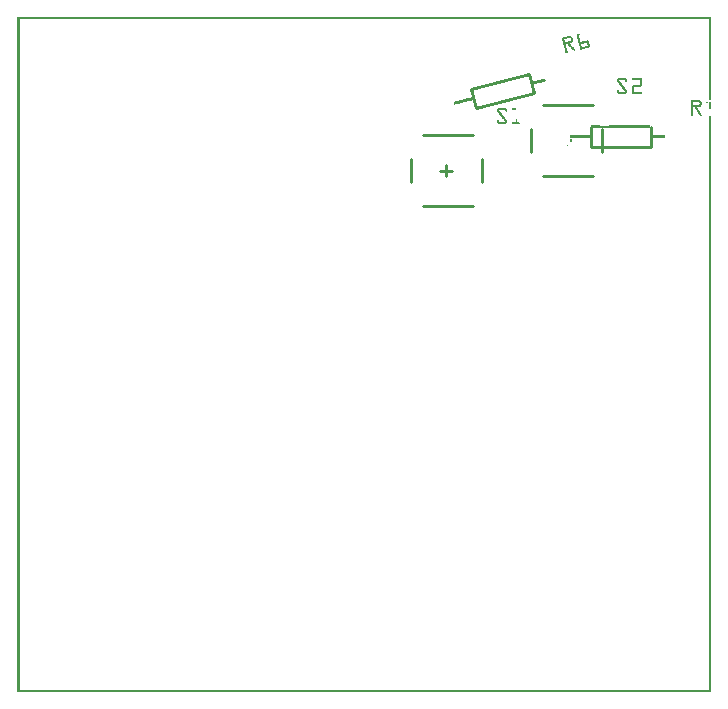
<source format=gto>
G04 MADE WITH FRITZING*
G04 WWW.FRITZING.ORG*
G04 DOUBLE SIDED*
G04 HOLES PLATED*
G04 CONTOUR ON CENTER OF CONTOUR VECTOR*
%ASAXBY*%
%FSLAX23Y23*%
%MOIN*%
%OFA0B0*%
%SFA1.0B1.0*%
%ADD10C,0.010000*%
%ADD11R,0.001000X0.001000*%
%LNSILK1*%
G90*
G70*
G54D10*
X1548Y1780D02*
X1548Y1701D01*
D02*
X1351Y1858D02*
X1518Y1858D01*
D02*
X1351Y1622D02*
X1518Y1622D01*
D02*
X1312Y1780D02*
X1312Y1701D01*
D02*
X1430Y1760D02*
X1430Y1721D01*
D02*
X1449Y1740D02*
X1410Y1740D01*
D02*
X1948Y1880D02*
X1948Y1801D01*
D02*
X1751Y1958D02*
X1918Y1958D01*
D02*
X1751Y1722D02*
X1918Y1722D01*
D02*
X1712Y1880D02*
X1712Y1801D01*
D02*
X1512Y2012D02*
X1706Y2061D01*
D02*
X1706Y2061D02*
X1722Y1997D01*
D02*
X1722Y1997D02*
X1528Y1948D01*
D02*
X1528Y1948D02*
X1512Y2012D01*
D02*
X2111Y1885D02*
X2111Y1819D01*
D02*
X2111Y1819D02*
X1911Y1819D01*
D02*
X1911Y1819D02*
X1911Y1885D01*
G54D11*
X0Y2252D02*
X2311Y2252D01*
X0Y2251D02*
X2311Y2251D01*
X0Y2250D02*
X2311Y2250D01*
X0Y2249D02*
X2311Y2249D01*
X0Y2248D02*
X2311Y2248D01*
X0Y2247D02*
X2311Y2247D01*
X0Y2246D02*
X2311Y2246D01*
X0Y2245D02*
X2311Y2245D01*
X0Y2244D02*
X7Y2244D01*
X2304Y2244D02*
X2311Y2244D01*
X0Y2243D02*
X7Y2243D01*
X2304Y2243D02*
X2311Y2243D01*
X0Y2242D02*
X7Y2242D01*
X2304Y2242D02*
X2311Y2242D01*
X0Y2241D02*
X7Y2241D01*
X2304Y2241D02*
X2311Y2241D01*
X0Y2240D02*
X7Y2240D01*
X2304Y2240D02*
X2311Y2240D01*
X0Y2239D02*
X7Y2239D01*
X2304Y2239D02*
X2311Y2239D01*
X0Y2238D02*
X7Y2238D01*
X2304Y2238D02*
X2311Y2238D01*
X0Y2237D02*
X7Y2237D01*
X2304Y2237D02*
X2311Y2237D01*
X0Y2236D02*
X7Y2236D01*
X2304Y2236D02*
X2311Y2236D01*
X0Y2235D02*
X7Y2235D01*
X2304Y2235D02*
X2311Y2235D01*
X0Y2234D02*
X7Y2234D01*
X2304Y2234D02*
X2311Y2234D01*
X0Y2233D02*
X7Y2233D01*
X2304Y2233D02*
X2311Y2233D01*
X0Y2232D02*
X7Y2232D01*
X2304Y2232D02*
X2311Y2232D01*
X0Y2231D02*
X7Y2231D01*
X2304Y2231D02*
X2311Y2231D01*
X0Y2230D02*
X7Y2230D01*
X2304Y2230D02*
X2311Y2230D01*
X0Y2229D02*
X7Y2229D01*
X2304Y2229D02*
X2311Y2229D01*
X0Y2228D02*
X7Y2228D01*
X2304Y2228D02*
X2311Y2228D01*
X0Y2227D02*
X7Y2227D01*
X2304Y2227D02*
X2311Y2227D01*
X0Y2226D02*
X7Y2226D01*
X2304Y2226D02*
X2311Y2226D01*
X0Y2225D02*
X7Y2225D01*
X2304Y2225D02*
X2311Y2225D01*
X0Y2224D02*
X7Y2224D01*
X2304Y2224D02*
X2311Y2224D01*
X0Y2223D02*
X7Y2223D01*
X2304Y2223D02*
X2311Y2223D01*
X0Y2222D02*
X7Y2222D01*
X2304Y2222D02*
X2311Y2222D01*
X0Y2221D02*
X7Y2221D01*
X2304Y2221D02*
X2311Y2221D01*
X0Y2220D02*
X7Y2220D01*
X2304Y2220D02*
X2311Y2220D01*
X0Y2219D02*
X7Y2219D01*
X2304Y2219D02*
X2311Y2219D01*
X0Y2218D02*
X7Y2218D01*
X2304Y2218D02*
X2311Y2218D01*
X0Y2217D02*
X7Y2217D01*
X2304Y2217D02*
X2311Y2217D01*
X0Y2216D02*
X7Y2216D01*
X2304Y2216D02*
X2311Y2216D01*
X0Y2215D02*
X7Y2215D01*
X2304Y2215D02*
X2311Y2215D01*
X0Y2214D02*
X7Y2214D01*
X2304Y2214D02*
X2311Y2214D01*
X0Y2213D02*
X7Y2213D01*
X2304Y2213D02*
X2311Y2213D01*
X0Y2212D02*
X7Y2212D01*
X2304Y2212D02*
X2311Y2212D01*
X0Y2211D02*
X7Y2211D01*
X2304Y2211D02*
X2311Y2211D01*
X0Y2210D02*
X7Y2210D01*
X2304Y2210D02*
X2311Y2210D01*
X0Y2209D02*
X7Y2209D01*
X2304Y2209D02*
X2311Y2209D01*
X0Y2208D02*
X7Y2208D01*
X2304Y2208D02*
X2311Y2208D01*
X0Y2207D02*
X7Y2207D01*
X2304Y2207D02*
X2311Y2207D01*
X0Y2206D02*
X7Y2206D01*
X2304Y2206D02*
X2311Y2206D01*
X0Y2205D02*
X7Y2205D01*
X2304Y2205D02*
X2311Y2205D01*
X0Y2204D02*
X7Y2204D01*
X2304Y2204D02*
X2311Y2204D01*
X0Y2203D02*
X7Y2203D01*
X2304Y2203D02*
X2311Y2203D01*
X0Y2202D02*
X7Y2202D01*
X2304Y2202D02*
X2311Y2202D01*
X0Y2201D02*
X7Y2201D01*
X2304Y2201D02*
X2311Y2201D01*
X0Y2200D02*
X7Y2200D01*
X2304Y2200D02*
X2311Y2200D01*
X0Y2199D02*
X7Y2199D01*
X2304Y2199D02*
X2311Y2199D01*
X0Y2198D02*
X7Y2198D01*
X2304Y2198D02*
X2311Y2198D01*
X0Y2197D02*
X7Y2197D01*
X2304Y2197D02*
X2311Y2197D01*
X0Y2196D02*
X7Y2196D01*
X1866Y2196D02*
X1872Y2196D01*
X2304Y2196D02*
X2311Y2196D01*
X0Y2195D02*
X7Y2195D01*
X1865Y2195D02*
X1873Y2195D01*
X2304Y2195D02*
X2311Y2195D01*
X0Y2194D02*
X7Y2194D01*
X1864Y2194D02*
X1873Y2194D01*
X2304Y2194D02*
X2311Y2194D01*
X0Y2193D02*
X7Y2193D01*
X1864Y2193D02*
X1873Y2193D01*
X2304Y2193D02*
X2311Y2193D01*
X0Y2192D02*
X7Y2192D01*
X1864Y2192D02*
X1873Y2192D01*
X2304Y2192D02*
X2311Y2192D01*
X0Y2191D02*
X7Y2191D01*
X1864Y2191D02*
X1872Y2191D01*
X2304Y2191D02*
X2311Y2191D01*
X0Y2190D02*
X7Y2190D01*
X1864Y2190D02*
X1871Y2190D01*
X2304Y2190D02*
X2311Y2190D01*
X0Y2189D02*
X7Y2189D01*
X1840Y2189D02*
X1840Y2189D01*
X1865Y2189D02*
X1871Y2189D01*
X2304Y2189D02*
X2311Y2189D01*
X0Y2188D02*
X7Y2188D01*
X1835Y2188D02*
X1844Y2188D01*
X1865Y2188D02*
X1871Y2188D01*
X2304Y2188D02*
X2311Y2188D01*
X0Y2187D02*
X7Y2187D01*
X1831Y2187D02*
X1846Y2187D01*
X1865Y2187D02*
X1871Y2187D01*
X2304Y2187D02*
X2311Y2187D01*
X0Y2186D02*
X7Y2186D01*
X1827Y2186D02*
X1847Y2186D01*
X1865Y2186D02*
X1872Y2186D01*
X2304Y2186D02*
X2311Y2186D01*
X0Y2185D02*
X7Y2185D01*
X1823Y2185D02*
X1848Y2185D01*
X1866Y2185D02*
X1872Y2185D01*
X2304Y2185D02*
X2311Y2185D01*
X0Y2184D02*
X7Y2184D01*
X1819Y2184D02*
X1848Y2184D01*
X1866Y2184D02*
X1872Y2184D01*
X2304Y2184D02*
X2311Y2184D01*
X0Y2183D02*
X7Y2183D01*
X1815Y2183D02*
X1849Y2183D01*
X1866Y2183D02*
X1872Y2183D01*
X2304Y2183D02*
X2311Y2183D01*
X0Y2182D02*
X7Y2182D01*
X1815Y2182D02*
X1849Y2182D01*
X1866Y2182D02*
X1873Y2182D01*
X2304Y2182D02*
X2311Y2182D01*
X0Y2181D02*
X7Y2181D01*
X1815Y2181D02*
X1835Y2181D01*
X1843Y2181D02*
X1850Y2181D01*
X1867Y2181D02*
X1873Y2181D01*
X2304Y2181D02*
X2311Y2181D01*
X0Y2180D02*
X7Y2180D01*
X1815Y2180D02*
X1831Y2180D01*
X1844Y2180D02*
X1850Y2180D01*
X1867Y2180D02*
X1873Y2180D01*
X2304Y2180D02*
X2311Y2180D01*
X0Y2179D02*
X7Y2179D01*
X1816Y2179D02*
X1827Y2179D01*
X1844Y2179D02*
X1850Y2179D01*
X1867Y2179D02*
X1873Y2179D01*
X2304Y2179D02*
X2311Y2179D01*
X0Y2178D02*
X7Y2178D01*
X1816Y2178D02*
X1823Y2178D01*
X1844Y2178D02*
X1850Y2178D01*
X1867Y2178D02*
X1874Y2178D01*
X2304Y2178D02*
X2311Y2178D01*
X0Y2177D02*
X7Y2177D01*
X1816Y2177D02*
X1822Y2177D01*
X1845Y2177D02*
X1851Y2177D01*
X1868Y2177D02*
X1874Y2177D01*
X2304Y2177D02*
X2311Y2177D01*
X0Y2176D02*
X7Y2176D01*
X1816Y2176D02*
X1823Y2176D01*
X1845Y2176D02*
X1851Y2176D01*
X1868Y2176D02*
X1874Y2176D01*
X2304Y2176D02*
X2311Y2176D01*
X0Y2175D02*
X7Y2175D01*
X1817Y2175D02*
X1823Y2175D01*
X1845Y2175D02*
X1851Y2175D01*
X1868Y2175D02*
X1874Y2175D01*
X2304Y2175D02*
X2311Y2175D01*
X0Y2174D02*
X7Y2174D01*
X1817Y2174D02*
X1823Y2174D01*
X1845Y2174D02*
X1851Y2174D01*
X1868Y2174D02*
X1875Y2174D01*
X1899Y2174D02*
X1902Y2174D01*
X2304Y2174D02*
X2311Y2174D01*
X0Y2173D02*
X7Y2173D01*
X1817Y2173D02*
X1823Y2173D01*
X1844Y2173D02*
X1851Y2173D01*
X1869Y2173D02*
X1875Y2173D01*
X1895Y2173D02*
X1903Y2173D01*
X2304Y2173D02*
X2311Y2173D01*
X0Y2172D02*
X7Y2172D01*
X1817Y2172D02*
X1824Y2172D01*
X1843Y2172D02*
X1850Y2172D01*
X1869Y2172D02*
X1875Y2172D01*
X1891Y2172D02*
X1904Y2172D01*
X2304Y2172D02*
X2311Y2172D01*
X0Y2171D02*
X7Y2171D01*
X1818Y2171D02*
X1824Y2171D01*
X1840Y2171D02*
X1850Y2171D01*
X1869Y2171D02*
X1875Y2171D01*
X1887Y2171D02*
X1904Y2171D01*
X2304Y2171D02*
X2311Y2171D01*
X0Y2170D02*
X7Y2170D01*
X1818Y2170D02*
X1824Y2170D01*
X1836Y2170D02*
X1850Y2170D01*
X1869Y2170D02*
X1876Y2170D01*
X1883Y2170D02*
X1904Y2170D01*
X2304Y2170D02*
X2311Y2170D01*
X0Y2169D02*
X7Y2169D01*
X1818Y2169D02*
X1824Y2169D01*
X1832Y2169D02*
X1849Y2169D01*
X1870Y2169D02*
X1876Y2169D01*
X1880Y2169D02*
X1904Y2169D01*
X2304Y2169D02*
X2311Y2169D01*
X0Y2168D02*
X7Y2168D01*
X1818Y2168D02*
X1825Y2168D01*
X1828Y2168D02*
X1848Y2168D01*
X1870Y2168D02*
X1905Y2168D01*
X2304Y2168D02*
X2311Y2168D01*
X0Y2167D02*
X7Y2167D01*
X1819Y2167D02*
X1847Y2167D01*
X1870Y2167D02*
X1905Y2167D01*
X2304Y2167D02*
X2311Y2167D01*
X0Y2166D02*
X7Y2166D01*
X1819Y2166D02*
X1846Y2166D01*
X1870Y2166D02*
X1895Y2166D01*
X1899Y2166D02*
X1905Y2166D01*
X2304Y2166D02*
X2311Y2166D01*
X0Y2165D02*
X7Y2165D01*
X1819Y2165D02*
X1844Y2165D01*
X1871Y2165D02*
X1891Y2165D01*
X1899Y2165D02*
X1905Y2165D01*
X2304Y2165D02*
X2311Y2165D01*
X0Y2164D02*
X7Y2164D01*
X1819Y2164D02*
X1840Y2164D01*
X1871Y2164D02*
X1887Y2164D01*
X1899Y2164D02*
X1906Y2164D01*
X2304Y2164D02*
X2311Y2164D01*
X0Y2163D02*
X7Y2163D01*
X1820Y2163D02*
X1840Y2163D01*
X1871Y2163D02*
X1883Y2163D01*
X1900Y2163D02*
X1906Y2163D01*
X2304Y2163D02*
X2311Y2163D01*
X0Y2162D02*
X7Y2162D01*
X1820Y2162D02*
X1841Y2162D01*
X1871Y2162D02*
X1879Y2162D01*
X1900Y2162D02*
X1906Y2162D01*
X2304Y2162D02*
X2311Y2162D01*
X0Y2161D02*
X7Y2161D01*
X1820Y2161D02*
X1828Y2161D01*
X1833Y2161D02*
X1842Y2161D01*
X1872Y2161D02*
X1878Y2161D01*
X1900Y2161D02*
X1906Y2161D01*
X2304Y2161D02*
X2311Y2161D01*
X0Y2160D02*
X7Y2160D01*
X1820Y2160D02*
X1827Y2160D01*
X1834Y2160D02*
X1843Y2160D01*
X1872Y2160D02*
X1878Y2160D01*
X1900Y2160D02*
X1907Y2160D01*
X2304Y2160D02*
X2311Y2160D01*
X0Y2159D02*
X7Y2159D01*
X1821Y2159D02*
X1827Y2159D01*
X1835Y2159D02*
X1844Y2159D01*
X1872Y2159D02*
X1878Y2159D01*
X1901Y2159D02*
X1907Y2159D01*
X2304Y2159D02*
X2311Y2159D01*
X0Y2158D02*
X7Y2158D01*
X1821Y2158D02*
X1827Y2158D01*
X1836Y2158D02*
X1845Y2158D01*
X1873Y2158D02*
X1879Y2158D01*
X1901Y2158D02*
X1907Y2158D01*
X2304Y2158D02*
X2311Y2158D01*
X0Y2157D02*
X7Y2157D01*
X1821Y2157D02*
X1827Y2157D01*
X1837Y2157D02*
X1846Y2157D01*
X1873Y2157D02*
X1879Y2157D01*
X1901Y2157D02*
X1907Y2157D01*
X2304Y2157D02*
X2311Y2157D01*
X0Y2156D02*
X7Y2156D01*
X1821Y2156D02*
X1828Y2156D01*
X1838Y2156D02*
X1847Y2156D01*
X1873Y2156D02*
X1879Y2156D01*
X1900Y2156D02*
X1908Y2156D01*
X2304Y2156D02*
X2311Y2156D01*
X0Y2155D02*
X7Y2155D01*
X1822Y2155D02*
X1828Y2155D01*
X1839Y2155D02*
X1848Y2155D01*
X1873Y2155D02*
X1879Y2155D01*
X1896Y2155D02*
X1908Y2155D01*
X2304Y2155D02*
X2311Y2155D01*
X0Y2154D02*
X7Y2154D01*
X1822Y2154D02*
X1828Y2154D01*
X1840Y2154D02*
X1849Y2154D01*
X1874Y2154D02*
X1880Y2154D01*
X1892Y2154D02*
X1908Y2154D01*
X2304Y2154D02*
X2311Y2154D01*
X0Y2153D02*
X7Y2153D01*
X1822Y2153D02*
X1828Y2153D01*
X1841Y2153D02*
X1850Y2153D01*
X1874Y2153D02*
X1880Y2153D01*
X1888Y2153D02*
X1908Y2153D01*
X2304Y2153D02*
X2311Y2153D01*
X0Y2152D02*
X7Y2152D01*
X1822Y2152D02*
X1829Y2152D01*
X1842Y2152D02*
X1851Y2152D01*
X1874Y2152D02*
X1880Y2152D01*
X1885Y2152D02*
X1908Y2152D01*
X2304Y2152D02*
X2311Y2152D01*
X0Y2151D02*
X7Y2151D01*
X1823Y2151D02*
X1829Y2151D01*
X1843Y2151D02*
X1852Y2151D01*
X1874Y2151D02*
X1907Y2151D01*
X2304Y2151D02*
X2311Y2151D01*
X0Y2150D02*
X7Y2150D01*
X1823Y2150D02*
X1829Y2150D01*
X1844Y2150D02*
X1853Y2150D01*
X1875Y2150D02*
X1904Y2150D01*
X2304Y2150D02*
X2311Y2150D01*
X0Y2149D02*
X7Y2149D01*
X1823Y2149D02*
X1829Y2149D01*
X1845Y2149D02*
X1854Y2149D01*
X1875Y2149D02*
X1900Y2149D01*
X2304Y2149D02*
X2311Y2149D01*
X0Y2148D02*
X7Y2148D01*
X1823Y2148D02*
X1830Y2148D01*
X1846Y2148D02*
X1855Y2148D01*
X1875Y2148D02*
X1896Y2148D01*
X2304Y2148D02*
X2311Y2148D01*
X0Y2147D02*
X7Y2147D01*
X1824Y2147D02*
X1830Y2147D01*
X1847Y2147D02*
X1856Y2147D01*
X1875Y2147D02*
X1892Y2147D01*
X2304Y2147D02*
X2311Y2147D01*
X0Y2146D02*
X7Y2146D01*
X1824Y2146D02*
X1830Y2146D01*
X1848Y2146D02*
X1857Y2146D01*
X1876Y2146D02*
X1888Y2146D01*
X2304Y2146D02*
X2311Y2146D01*
X0Y2145D02*
X7Y2145D01*
X1824Y2145D02*
X1830Y2145D01*
X1849Y2145D02*
X1858Y2145D01*
X1876Y2145D02*
X1884Y2145D01*
X2304Y2145D02*
X2311Y2145D01*
X0Y2144D02*
X7Y2144D01*
X1824Y2144D02*
X1831Y2144D01*
X1850Y2144D02*
X1859Y2144D01*
X1877Y2144D02*
X1880Y2144D01*
X2304Y2144D02*
X2311Y2144D01*
X0Y2143D02*
X7Y2143D01*
X1825Y2143D02*
X1831Y2143D01*
X1851Y2143D02*
X1859Y2143D01*
X2304Y2143D02*
X2311Y2143D01*
X0Y2142D02*
X7Y2142D01*
X1825Y2142D02*
X1831Y2142D01*
X1852Y2142D02*
X1860Y2142D01*
X2304Y2142D02*
X2311Y2142D01*
X0Y2141D02*
X7Y2141D01*
X1825Y2141D02*
X1831Y2141D01*
X1853Y2141D02*
X1860Y2141D01*
X2304Y2141D02*
X2311Y2141D01*
X0Y2140D02*
X7Y2140D01*
X1826Y2140D02*
X1832Y2140D01*
X1854Y2140D02*
X1859Y2140D01*
X2304Y2140D02*
X2311Y2140D01*
X0Y2139D02*
X7Y2139D01*
X1826Y2139D02*
X1832Y2139D01*
X1855Y2139D02*
X1859Y2139D01*
X2304Y2139D02*
X2311Y2139D01*
X0Y2138D02*
X7Y2138D01*
X1826Y2138D02*
X1832Y2138D01*
X1856Y2138D02*
X1857Y2138D01*
X2304Y2138D02*
X2311Y2138D01*
X0Y2137D02*
X7Y2137D01*
X1826Y2137D02*
X1833Y2137D01*
X2304Y2137D02*
X2311Y2137D01*
X0Y2136D02*
X7Y2136D01*
X1827Y2136D02*
X1833Y2136D01*
X2304Y2136D02*
X2311Y2136D01*
X0Y2135D02*
X7Y2135D01*
X1827Y2135D02*
X1833Y2135D01*
X2304Y2135D02*
X2311Y2135D01*
X0Y2134D02*
X7Y2134D01*
X1827Y2134D02*
X1833Y2134D01*
X2304Y2134D02*
X2311Y2134D01*
X0Y2133D02*
X7Y2133D01*
X1827Y2133D02*
X1833Y2133D01*
X2304Y2133D02*
X2311Y2133D01*
X0Y2132D02*
X7Y2132D01*
X1828Y2132D02*
X1832Y2132D01*
X2304Y2132D02*
X2311Y2132D01*
X0Y2131D02*
X7Y2131D01*
X2304Y2131D02*
X2311Y2131D01*
X0Y2130D02*
X7Y2130D01*
X2304Y2130D02*
X2311Y2130D01*
X0Y2129D02*
X7Y2129D01*
X2304Y2129D02*
X2311Y2129D01*
X0Y2128D02*
X7Y2128D01*
X2304Y2128D02*
X2311Y2128D01*
X0Y2127D02*
X7Y2127D01*
X2304Y2127D02*
X2311Y2127D01*
X0Y2126D02*
X7Y2126D01*
X2304Y2126D02*
X2311Y2126D01*
X0Y2125D02*
X7Y2125D01*
X2304Y2125D02*
X2311Y2125D01*
X0Y2124D02*
X7Y2124D01*
X2304Y2124D02*
X2311Y2124D01*
X0Y2123D02*
X7Y2123D01*
X2304Y2123D02*
X2311Y2123D01*
X0Y2122D02*
X7Y2122D01*
X2304Y2122D02*
X2311Y2122D01*
X0Y2121D02*
X7Y2121D01*
X2304Y2121D02*
X2311Y2121D01*
X0Y2120D02*
X7Y2120D01*
X2304Y2120D02*
X2311Y2120D01*
X0Y2119D02*
X7Y2119D01*
X2304Y2119D02*
X2311Y2119D01*
X0Y2118D02*
X7Y2118D01*
X2304Y2118D02*
X2311Y2118D01*
X0Y2117D02*
X7Y2117D01*
X2304Y2117D02*
X2311Y2117D01*
X0Y2116D02*
X7Y2116D01*
X2304Y2116D02*
X2311Y2116D01*
X0Y2115D02*
X7Y2115D01*
X2304Y2115D02*
X2311Y2115D01*
X0Y2114D02*
X7Y2114D01*
X2304Y2114D02*
X2311Y2114D01*
X0Y2113D02*
X7Y2113D01*
X2304Y2113D02*
X2311Y2113D01*
X0Y2112D02*
X7Y2112D01*
X2304Y2112D02*
X2311Y2112D01*
X0Y2111D02*
X7Y2111D01*
X2304Y2111D02*
X2311Y2111D01*
X0Y2110D02*
X7Y2110D01*
X2304Y2110D02*
X2311Y2110D01*
X0Y2109D02*
X7Y2109D01*
X2304Y2109D02*
X2311Y2109D01*
X0Y2108D02*
X7Y2108D01*
X2304Y2108D02*
X2311Y2108D01*
X0Y2107D02*
X7Y2107D01*
X2304Y2107D02*
X2311Y2107D01*
X0Y2106D02*
X7Y2106D01*
X2304Y2106D02*
X2311Y2106D01*
X0Y2105D02*
X7Y2105D01*
X2304Y2105D02*
X2311Y2105D01*
X0Y2104D02*
X7Y2104D01*
X2304Y2104D02*
X2311Y2104D01*
X0Y2103D02*
X7Y2103D01*
X2304Y2103D02*
X2311Y2103D01*
X0Y2102D02*
X7Y2102D01*
X2304Y2102D02*
X2311Y2102D01*
X0Y2101D02*
X7Y2101D01*
X2304Y2101D02*
X2311Y2101D01*
X0Y2100D02*
X7Y2100D01*
X2304Y2100D02*
X2311Y2100D01*
X0Y2099D02*
X7Y2099D01*
X2304Y2099D02*
X2311Y2099D01*
X0Y2098D02*
X7Y2098D01*
X2304Y2098D02*
X2311Y2098D01*
X0Y2097D02*
X7Y2097D01*
X2304Y2097D02*
X2311Y2097D01*
X0Y2096D02*
X7Y2096D01*
X2304Y2096D02*
X2311Y2096D01*
X0Y2095D02*
X7Y2095D01*
X2304Y2095D02*
X2311Y2095D01*
X0Y2094D02*
X7Y2094D01*
X2304Y2094D02*
X2311Y2094D01*
X0Y2093D02*
X7Y2093D01*
X2304Y2093D02*
X2311Y2093D01*
X0Y2092D02*
X7Y2092D01*
X2304Y2092D02*
X2311Y2092D01*
X0Y2091D02*
X7Y2091D01*
X2304Y2091D02*
X2311Y2091D01*
X0Y2090D02*
X7Y2090D01*
X2304Y2090D02*
X2311Y2090D01*
X0Y2089D02*
X7Y2089D01*
X2304Y2089D02*
X2311Y2089D01*
X0Y2088D02*
X7Y2088D01*
X2304Y2088D02*
X2311Y2088D01*
X0Y2087D02*
X7Y2087D01*
X2304Y2087D02*
X2311Y2087D01*
X0Y2086D02*
X7Y2086D01*
X2304Y2086D02*
X2311Y2086D01*
X0Y2085D02*
X7Y2085D01*
X2304Y2085D02*
X2311Y2085D01*
X0Y2084D02*
X7Y2084D01*
X2304Y2084D02*
X2311Y2084D01*
X0Y2083D02*
X7Y2083D01*
X2304Y2083D02*
X2311Y2083D01*
X0Y2082D02*
X7Y2082D01*
X2304Y2082D02*
X2311Y2082D01*
X0Y2081D02*
X7Y2081D01*
X2304Y2081D02*
X2311Y2081D01*
X0Y2080D02*
X7Y2080D01*
X2304Y2080D02*
X2311Y2080D01*
X0Y2079D02*
X7Y2079D01*
X2304Y2079D02*
X2311Y2079D01*
X0Y2078D02*
X7Y2078D01*
X2304Y2078D02*
X2311Y2078D01*
X0Y2077D02*
X7Y2077D01*
X2304Y2077D02*
X2311Y2077D01*
X0Y2076D02*
X7Y2076D01*
X2304Y2076D02*
X2311Y2076D01*
X0Y2075D02*
X7Y2075D01*
X2304Y2075D02*
X2311Y2075D01*
X0Y2074D02*
X7Y2074D01*
X2304Y2074D02*
X2311Y2074D01*
X0Y2073D02*
X7Y2073D01*
X2304Y2073D02*
X2311Y2073D01*
X0Y2072D02*
X7Y2072D01*
X2304Y2072D02*
X2311Y2072D01*
X0Y2071D02*
X7Y2071D01*
X2304Y2071D02*
X2311Y2071D01*
X0Y2070D02*
X7Y2070D01*
X2304Y2070D02*
X2311Y2070D01*
X0Y2069D02*
X7Y2069D01*
X2304Y2069D02*
X2311Y2069D01*
X0Y2068D02*
X7Y2068D01*
X2304Y2068D02*
X2311Y2068D01*
X0Y2067D02*
X7Y2067D01*
X2304Y2067D02*
X2311Y2067D01*
X0Y2066D02*
X7Y2066D01*
X2304Y2066D02*
X2311Y2066D01*
X0Y2065D02*
X7Y2065D01*
X2304Y2065D02*
X2311Y2065D01*
X0Y2064D02*
X7Y2064D01*
X2304Y2064D02*
X2311Y2064D01*
X0Y2063D02*
X7Y2063D01*
X2304Y2063D02*
X2311Y2063D01*
X0Y2062D02*
X7Y2062D01*
X2304Y2062D02*
X2311Y2062D01*
X0Y2061D02*
X7Y2061D01*
X2304Y2061D02*
X2311Y2061D01*
X0Y2060D02*
X7Y2060D01*
X2304Y2060D02*
X2311Y2060D01*
X0Y2059D02*
X7Y2059D01*
X2304Y2059D02*
X2311Y2059D01*
X0Y2058D02*
X7Y2058D01*
X2304Y2058D02*
X2311Y2058D01*
X0Y2057D02*
X7Y2057D01*
X2304Y2057D02*
X2311Y2057D01*
X0Y2056D02*
X7Y2056D01*
X2304Y2056D02*
X2311Y2056D01*
X0Y2055D02*
X7Y2055D01*
X2304Y2055D02*
X2311Y2055D01*
X0Y2054D02*
X7Y2054D01*
X2304Y2054D02*
X2311Y2054D01*
X0Y2053D02*
X7Y2053D01*
X2304Y2053D02*
X2311Y2053D01*
X0Y2052D02*
X7Y2052D01*
X2304Y2052D02*
X2311Y2052D01*
X0Y2051D02*
X7Y2051D01*
X2304Y2051D02*
X2311Y2051D01*
X0Y2050D02*
X7Y2050D01*
X2304Y2050D02*
X2311Y2050D01*
X0Y2049D02*
X7Y2049D01*
X2005Y2049D02*
X2024Y2049D01*
X2051Y2049D02*
X2076Y2049D01*
X2304Y2049D02*
X2311Y2049D01*
X0Y2048D02*
X7Y2048D01*
X2002Y2048D02*
X2027Y2048D01*
X2049Y2048D02*
X2079Y2048D01*
X2304Y2048D02*
X2311Y2048D01*
X0Y2047D02*
X7Y2047D01*
X2001Y2047D02*
X2028Y2047D01*
X2049Y2047D02*
X2080Y2047D01*
X2304Y2047D02*
X2311Y2047D01*
X0Y2046D02*
X7Y2046D01*
X1755Y2046D02*
X1758Y2046D01*
X2000Y2046D02*
X2029Y2046D01*
X2048Y2046D02*
X2081Y2046D01*
X2304Y2046D02*
X2311Y2046D01*
X0Y2045D02*
X7Y2045D01*
X1751Y2045D02*
X1758Y2045D01*
X1999Y2045D02*
X2030Y2045D01*
X2048Y2045D02*
X2081Y2045D01*
X2304Y2045D02*
X2311Y2045D01*
X0Y2044D02*
X7Y2044D01*
X1747Y2044D02*
X1759Y2044D01*
X1999Y2044D02*
X2031Y2044D01*
X2049Y2044D02*
X2082Y2044D01*
X2304Y2044D02*
X2311Y2044D01*
X0Y2043D02*
X7Y2043D01*
X1743Y2043D02*
X1759Y2043D01*
X1999Y2043D02*
X2031Y2043D01*
X2050Y2043D02*
X2082Y2043D01*
X2304Y2043D02*
X2311Y2043D01*
X0Y2042D02*
X7Y2042D01*
X1740Y2042D02*
X1759Y2042D01*
X1998Y2042D02*
X2005Y2042D01*
X2024Y2042D02*
X2032Y2042D01*
X2076Y2042D02*
X2082Y2042D01*
X2304Y2042D02*
X2311Y2042D01*
X0Y2041D02*
X7Y2041D01*
X1736Y2041D02*
X1759Y2041D01*
X1998Y2041D02*
X2004Y2041D01*
X2025Y2041D02*
X2032Y2041D01*
X2076Y2041D02*
X2082Y2041D01*
X2304Y2041D02*
X2311Y2041D01*
X0Y2040D02*
X7Y2040D01*
X1732Y2040D02*
X1760Y2040D01*
X1999Y2040D02*
X2005Y2040D01*
X2026Y2040D02*
X2032Y2040D01*
X2076Y2040D02*
X2082Y2040D01*
X2304Y2040D02*
X2311Y2040D01*
X0Y2039D02*
X7Y2039D01*
X1728Y2039D02*
X1760Y2039D01*
X1999Y2039D02*
X2006Y2039D01*
X2026Y2039D02*
X2032Y2039D01*
X2076Y2039D02*
X2082Y2039D01*
X2304Y2039D02*
X2311Y2039D01*
X0Y2038D02*
X7Y2038D01*
X1724Y2038D02*
X1760Y2038D01*
X1999Y2038D02*
X2007Y2038D01*
X2026Y2038D02*
X2031Y2038D01*
X2076Y2038D02*
X2082Y2038D01*
X2304Y2038D02*
X2311Y2038D01*
X0Y2037D02*
X7Y2037D01*
X1720Y2037D02*
X1759Y2037D01*
X2000Y2037D02*
X2007Y2037D01*
X2027Y2037D02*
X2031Y2037D01*
X2076Y2037D02*
X2082Y2037D01*
X2304Y2037D02*
X2311Y2037D01*
X0Y2036D02*
X7Y2036D01*
X1716Y2036D02*
X1755Y2036D01*
X2000Y2036D02*
X2008Y2036D01*
X2076Y2036D02*
X2082Y2036D01*
X2304Y2036D02*
X2311Y2036D01*
X0Y2035D02*
X7Y2035D01*
X1713Y2035D02*
X1752Y2035D01*
X2001Y2035D02*
X2009Y2035D01*
X2076Y2035D02*
X2082Y2035D01*
X2304Y2035D02*
X2311Y2035D01*
X0Y2034D02*
X7Y2034D01*
X1712Y2034D02*
X1748Y2034D01*
X2002Y2034D02*
X2010Y2034D01*
X2076Y2034D02*
X2082Y2034D01*
X2304Y2034D02*
X2311Y2034D01*
X0Y2033D02*
X7Y2033D01*
X1713Y2033D02*
X1744Y2033D01*
X2003Y2033D02*
X2011Y2033D01*
X2076Y2033D02*
X2082Y2033D01*
X2304Y2033D02*
X2311Y2033D01*
X0Y2032D02*
X7Y2032D01*
X1713Y2032D02*
X1740Y2032D01*
X2003Y2032D02*
X2011Y2032D01*
X2076Y2032D02*
X2082Y2032D01*
X2304Y2032D02*
X2311Y2032D01*
X0Y2031D02*
X7Y2031D01*
X1713Y2031D02*
X1736Y2031D01*
X2004Y2031D02*
X2012Y2031D01*
X2076Y2031D02*
X2082Y2031D01*
X2304Y2031D02*
X2311Y2031D01*
X0Y2030D02*
X7Y2030D01*
X1713Y2030D02*
X1732Y2030D01*
X2005Y2030D02*
X2013Y2030D01*
X2076Y2030D02*
X2082Y2030D01*
X2304Y2030D02*
X2311Y2030D01*
X0Y2029D02*
X7Y2029D01*
X1714Y2029D02*
X1728Y2029D01*
X2006Y2029D02*
X2014Y2029D01*
X2076Y2029D02*
X2082Y2029D01*
X2304Y2029D02*
X2311Y2029D01*
X0Y2028D02*
X7Y2028D01*
X1714Y2028D02*
X1724Y2028D01*
X2006Y2028D02*
X2014Y2028D01*
X2076Y2028D02*
X2082Y2028D01*
X2304Y2028D02*
X2311Y2028D01*
X0Y2027D02*
X7Y2027D01*
X1714Y2027D02*
X1720Y2027D01*
X2007Y2027D02*
X2015Y2027D01*
X2076Y2027D02*
X2082Y2027D01*
X2304Y2027D02*
X2311Y2027D01*
X0Y2026D02*
X7Y2026D01*
X1714Y2026D02*
X1716Y2026D01*
X2008Y2026D02*
X2016Y2026D01*
X2076Y2026D02*
X2082Y2026D01*
X2304Y2026D02*
X2311Y2026D01*
X0Y2025D02*
X7Y2025D01*
X2009Y2025D02*
X2017Y2025D01*
X2053Y2025D02*
X2082Y2025D01*
X2304Y2025D02*
X2311Y2025D01*
X0Y2024D02*
X7Y2024D01*
X2010Y2024D02*
X2018Y2024D01*
X2051Y2024D02*
X2082Y2024D01*
X2304Y2024D02*
X2311Y2024D01*
X0Y2023D02*
X7Y2023D01*
X2010Y2023D02*
X2018Y2023D01*
X2050Y2023D02*
X2081Y2023D01*
X2304Y2023D02*
X2311Y2023D01*
X0Y2022D02*
X7Y2022D01*
X2011Y2022D02*
X2019Y2022D01*
X2049Y2022D02*
X2081Y2022D01*
X2304Y2022D02*
X2311Y2022D01*
X0Y2021D02*
X7Y2021D01*
X2012Y2021D02*
X2020Y2021D01*
X2049Y2021D02*
X2080Y2021D01*
X2304Y2021D02*
X2311Y2021D01*
X0Y2020D02*
X7Y2020D01*
X2013Y2020D02*
X2021Y2020D01*
X2049Y2020D02*
X2079Y2020D01*
X2304Y2020D02*
X2311Y2020D01*
X0Y2019D02*
X7Y2019D01*
X2013Y2019D02*
X2021Y2019D01*
X2048Y2019D02*
X2077Y2019D01*
X2304Y2019D02*
X2311Y2019D01*
X0Y2018D02*
X7Y2018D01*
X2014Y2018D02*
X2022Y2018D01*
X2048Y2018D02*
X2054Y2018D01*
X2304Y2018D02*
X2311Y2018D01*
X0Y2017D02*
X7Y2017D01*
X2015Y2017D02*
X2023Y2017D01*
X2048Y2017D02*
X2054Y2017D01*
X2304Y2017D02*
X2311Y2017D01*
X0Y2016D02*
X7Y2016D01*
X2016Y2016D02*
X2024Y2016D01*
X2048Y2016D02*
X2054Y2016D01*
X2304Y2016D02*
X2311Y2016D01*
X0Y2015D02*
X7Y2015D01*
X2017Y2015D02*
X2025Y2015D01*
X2048Y2015D02*
X2054Y2015D01*
X2304Y2015D02*
X2311Y2015D01*
X0Y2014D02*
X7Y2014D01*
X2017Y2014D02*
X2025Y2014D01*
X2048Y2014D02*
X2054Y2014D01*
X2304Y2014D02*
X2311Y2014D01*
X0Y2013D02*
X7Y2013D01*
X2018Y2013D02*
X2026Y2013D01*
X2048Y2013D02*
X2054Y2013D01*
X2304Y2013D02*
X2311Y2013D01*
X0Y2012D02*
X7Y2012D01*
X2019Y2012D02*
X2027Y2012D01*
X2048Y2012D02*
X2054Y2012D01*
X2304Y2012D02*
X2311Y2012D01*
X0Y2011D02*
X7Y2011D01*
X2020Y2011D02*
X2028Y2011D01*
X2048Y2011D02*
X2054Y2011D01*
X2304Y2011D02*
X2311Y2011D01*
X0Y2010D02*
X7Y2010D01*
X2020Y2010D02*
X2028Y2010D01*
X2048Y2010D02*
X2054Y2010D01*
X2304Y2010D02*
X2311Y2010D01*
X0Y2009D02*
X7Y2009D01*
X2021Y2009D02*
X2029Y2009D01*
X2048Y2009D02*
X2054Y2009D01*
X2304Y2009D02*
X2311Y2009D01*
X0Y2008D02*
X7Y2008D01*
X2022Y2008D02*
X2030Y2008D01*
X2048Y2008D02*
X2054Y2008D01*
X2304Y2008D02*
X2311Y2008D01*
X0Y2007D02*
X7Y2007D01*
X2000Y2007D02*
X2003Y2007D01*
X2023Y2007D02*
X2031Y2007D01*
X2048Y2007D02*
X2054Y2007D01*
X2304Y2007D02*
X2311Y2007D01*
X0Y2006D02*
X7Y2006D01*
X1999Y2006D02*
X2004Y2006D01*
X2024Y2006D02*
X2031Y2006D01*
X2048Y2006D02*
X2054Y2006D01*
X2304Y2006D02*
X2311Y2006D01*
X0Y2005D02*
X7Y2005D01*
X1998Y2005D02*
X2004Y2005D01*
X2024Y2005D02*
X2032Y2005D01*
X2048Y2005D02*
X2054Y2005D01*
X2304Y2005D02*
X2311Y2005D01*
X0Y2004D02*
X7Y2004D01*
X1998Y2004D02*
X2004Y2004D01*
X2025Y2004D02*
X2032Y2004D01*
X2048Y2004D02*
X2054Y2004D01*
X2304Y2004D02*
X2311Y2004D01*
X0Y2003D02*
X7Y2003D01*
X1998Y2003D02*
X2005Y2003D01*
X2026Y2003D02*
X2032Y2003D01*
X2048Y2003D02*
X2054Y2003D01*
X2304Y2003D02*
X2311Y2003D01*
X0Y2002D02*
X7Y2002D01*
X1999Y2002D02*
X2007Y2002D01*
X2025Y2002D02*
X2032Y2002D01*
X2048Y2002D02*
X2055Y2002D01*
X2304Y2002D02*
X2311Y2002D01*
X0Y2001D02*
X7Y2001D01*
X1999Y2001D02*
X2032Y2001D01*
X2048Y2001D02*
X2081Y2001D01*
X2304Y2001D02*
X2311Y2001D01*
X0Y2000D02*
X7Y2000D01*
X2000Y2000D02*
X2031Y2000D01*
X2048Y2000D02*
X2082Y2000D01*
X2304Y2000D02*
X2311Y2000D01*
X0Y1999D02*
X7Y1999D01*
X2000Y1999D02*
X2031Y1999D01*
X2048Y1999D02*
X2082Y1999D01*
X2304Y1999D02*
X2311Y1999D01*
X0Y1998D02*
X7Y1998D01*
X2001Y1998D02*
X2030Y1998D01*
X2048Y1998D02*
X2082Y1998D01*
X2304Y1998D02*
X2311Y1998D01*
X0Y1997D02*
X7Y1997D01*
X2002Y1997D02*
X2029Y1997D01*
X2048Y1997D02*
X2082Y1997D01*
X2304Y1997D02*
X2311Y1997D01*
X0Y1996D02*
X7Y1996D01*
X2004Y1996D02*
X2028Y1996D01*
X2048Y1996D02*
X2081Y1996D01*
X2304Y1996D02*
X2311Y1996D01*
X0Y1995D02*
X7Y1995D01*
X2008Y1995D02*
X2024Y1995D01*
X2049Y1995D02*
X2078Y1995D01*
X2304Y1995D02*
X2311Y1995D01*
X0Y1994D02*
X7Y1994D01*
X2304Y1994D02*
X2311Y1994D01*
X0Y1993D02*
X7Y1993D01*
X2304Y1993D02*
X2311Y1993D01*
X0Y1992D02*
X7Y1992D01*
X2304Y1992D02*
X2311Y1992D01*
X0Y1991D02*
X7Y1991D01*
X2304Y1991D02*
X2311Y1991D01*
X0Y1990D02*
X7Y1990D01*
X2304Y1990D02*
X2311Y1990D01*
X0Y1989D02*
X7Y1989D01*
X2304Y1989D02*
X2311Y1989D01*
X0Y1988D02*
X7Y1988D01*
X2304Y1988D02*
X2311Y1988D01*
X0Y1987D02*
X7Y1987D01*
X2304Y1987D02*
X2311Y1987D01*
X0Y1986D02*
X7Y1986D01*
X2304Y1986D02*
X2311Y1986D01*
X0Y1985D02*
X7Y1985D01*
X1516Y1985D02*
X1518Y1985D01*
X2304Y1985D02*
X2311Y1985D01*
X0Y1984D02*
X7Y1984D01*
X1513Y1984D02*
X1518Y1984D01*
X2304Y1984D02*
X2311Y1984D01*
X0Y1983D02*
X7Y1983D01*
X1509Y1983D02*
X1518Y1983D01*
X2304Y1983D02*
X2311Y1983D01*
X0Y1982D02*
X7Y1982D01*
X1505Y1982D02*
X1518Y1982D01*
X2304Y1982D02*
X2311Y1982D01*
X0Y1981D02*
X7Y1981D01*
X1501Y1981D02*
X1519Y1981D01*
X2304Y1981D02*
X2311Y1981D01*
X0Y1980D02*
X7Y1980D01*
X1497Y1980D02*
X1519Y1980D01*
X2304Y1980D02*
X2311Y1980D01*
X0Y1979D02*
X7Y1979D01*
X1493Y1979D02*
X1519Y1979D01*
X2304Y1979D02*
X2311Y1979D01*
X0Y1978D02*
X7Y1978D01*
X1489Y1978D02*
X1519Y1978D01*
X2304Y1978D02*
X2311Y1978D01*
X0Y1977D02*
X7Y1977D01*
X1485Y1977D02*
X1520Y1977D01*
X2304Y1977D02*
X2311Y1977D01*
X0Y1976D02*
X7Y1976D01*
X1481Y1976D02*
X1520Y1976D01*
X2304Y1976D02*
X2311Y1976D01*
X0Y1975D02*
X7Y1975D01*
X1477Y1975D02*
X1517Y1975D01*
X2246Y1975D02*
X2272Y1975D01*
X0Y1974D02*
X7Y1974D01*
X1473Y1974D02*
X1513Y1974D01*
X2246Y1974D02*
X2275Y1974D01*
X0Y1973D02*
X7Y1973D01*
X1470Y1973D02*
X1509Y1973D01*
X2246Y1973D02*
X2276Y1973D01*
X0Y1972D02*
X7Y1972D01*
X1466Y1972D02*
X1505Y1972D01*
X2246Y1972D02*
X2277Y1972D01*
X0Y1971D02*
X7Y1971D01*
X1462Y1971D02*
X1501Y1971D01*
X2246Y1971D02*
X2278Y1971D01*
X0Y1970D02*
X7Y1970D01*
X1458Y1970D02*
X1497Y1970D01*
X2246Y1970D02*
X2278Y1970D01*
X0Y1969D02*
X7Y1969D01*
X1454Y1969D02*
X1493Y1969D01*
X2246Y1969D02*
X2279Y1969D01*
X0Y1968D02*
X7Y1968D01*
X1454Y1968D02*
X1489Y1968D01*
X2246Y1968D02*
X2252Y1968D01*
X2272Y1968D02*
X2279Y1968D01*
X2296Y1968D02*
X2302Y1968D01*
X2304Y1968D02*
X2311Y1968D01*
X0Y1967D02*
X7Y1967D01*
X1454Y1967D02*
X1485Y1967D01*
X2246Y1967D02*
X2252Y1967D01*
X2273Y1967D02*
X2280Y1967D01*
X2297Y1967D02*
X2302Y1967D01*
X2304Y1967D02*
X2311Y1967D01*
X0Y1966D02*
X7Y1966D01*
X1454Y1966D02*
X1481Y1966D01*
X2246Y1966D02*
X2252Y1966D01*
X2274Y1966D02*
X2280Y1966D01*
X2298Y1966D02*
X2300Y1966D01*
X2304Y1966D02*
X2311Y1966D01*
X0Y1965D02*
X7Y1965D01*
X1455Y1965D02*
X1478Y1965D01*
X2246Y1965D02*
X2252Y1965D01*
X2274Y1965D02*
X2280Y1965D01*
X2304Y1965D02*
X2311Y1965D01*
X0Y1964D02*
X7Y1964D01*
X1455Y1964D02*
X1474Y1964D01*
X2246Y1964D02*
X2252Y1964D01*
X2274Y1964D02*
X2280Y1964D01*
X2304Y1964D02*
X2311Y1964D01*
X0Y1963D02*
X7Y1963D01*
X1455Y1963D02*
X1470Y1963D01*
X2246Y1963D02*
X2252Y1963D01*
X2274Y1963D02*
X2280Y1963D01*
X2304Y1963D02*
X2311Y1963D01*
X0Y1962D02*
X7Y1962D01*
X1455Y1962D02*
X1466Y1962D01*
X2246Y1962D02*
X2252Y1962D01*
X2274Y1962D02*
X2280Y1962D01*
X2304Y1962D02*
X2311Y1962D01*
X0Y1961D02*
X7Y1961D01*
X1455Y1961D02*
X1462Y1961D01*
X2246Y1961D02*
X2252Y1961D01*
X2274Y1961D02*
X2280Y1961D01*
X2304Y1961D02*
X2311Y1961D01*
X0Y1960D02*
X7Y1960D01*
X1456Y1960D02*
X1458Y1960D01*
X2246Y1960D02*
X2252Y1960D01*
X2273Y1960D02*
X2280Y1960D01*
X2304Y1960D02*
X2311Y1960D01*
X0Y1959D02*
X7Y1959D01*
X2246Y1959D02*
X2252Y1959D01*
X2273Y1959D02*
X2280Y1959D01*
X2304Y1959D02*
X2311Y1959D01*
X0Y1958D02*
X7Y1958D01*
X2246Y1958D02*
X2252Y1958D01*
X2271Y1958D02*
X2279Y1958D01*
X2304Y1958D02*
X2311Y1958D01*
X0Y1957D02*
X7Y1957D01*
X2246Y1957D02*
X2279Y1957D01*
X2304Y1957D02*
X2311Y1957D01*
X0Y1956D02*
X7Y1956D01*
X2246Y1956D02*
X2278Y1956D01*
X2304Y1956D02*
X2311Y1956D01*
X0Y1955D02*
X7Y1955D01*
X2246Y1955D02*
X2278Y1955D01*
X2304Y1955D02*
X2311Y1955D01*
X0Y1954D02*
X7Y1954D01*
X2246Y1954D02*
X2277Y1954D01*
X2304Y1954D02*
X2311Y1954D01*
X0Y1953D02*
X7Y1953D01*
X2246Y1953D02*
X2276Y1953D01*
X2304Y1953D02*
X2311Y1953D01*
X0Y1952D02*
X7Y1952D01*
X2246Y1952D02*
X2274Y1952D01*
X2304Y1952D02*
X2311Y1952D01*
X0Y1951D02*
X7Y1951D01*
X2246Y1951D02*
X2272Y1951D01*
X2304Y1951D02*
X2311Y1951D01*
X0Y1950D02*
X7Y1950D01*
X2246Y1950D02*
X2252Y1950D01*
X2258Y1950D02*
X2266Y1950D01*
X2304Y1950D02*
X2311Y1950D01*
X0Y1949D02*
X7Y1949D01*
X1605Y1949D02*
X1624Y1949D01*
X1651Y1949D02*
X1662Y1949D01*
X2246Y1949D02*
X2252Y1949D01*
X2259Y1949D02*
X2266Y1949D01*
X2304Y1949D02*
X2311Y1949D01*
X0Y1948D02*
X7Y1948D01*
X1602Y1948D02*
X1627Y1948D01*
X1649Y1948D02*
X1662Y1948D01*
X2246Y1948D02*
X2252Y1948D01*
X2260Y1948D02*
X2267Y1948D01*
X2304Y1948D02*
X2311Y1948D01*
X0Y1947D02*
X7Y1947D01*
X1601Y1947D02*
X1629Y1947D01*
X1649Y1947D02*
X1661Y1947D01*
X2246Y1947D02*
X2252Y1947D01*
X2260Y1947D02*
X2267Y1947D01*
X2304Y1947D02*
X2311Y1947D01*
X0Y1946D02*
X7Y1946D01*
X1600Y1946D02*
X1630Y1946D01*
X1649Y1946D02*
X1661Y1946D01*
X2246Y1946D02*
X2252Y1946D01*
X2261Y1946D02*
X2268Y1946D01*
X0Y1945D02*
X7Y1945D01*
X1599Y1945D02*
X1630Y1945D01*
X1649Y1945D02*
X1660Y1945D01*
X2246Y1945D02*
X2252Y1945D01*
X2261Y1945D02*
X2269Y1945D01*
X0Y1944D02*
X7Y1944D01*
X1599Y1944D02*
X1631Y1944D01*
X1649Y1944D02*
X1660Y1944D01*
X2246Y1944D02*
X2252Y1944D01*
X2262Y1944D02*
X2269Y1944D01*
X0Y1943D02*
X7Y1943D01*
X1599Y1943D02*
X1632Y1943D01*
X1650Y1943D02*
X1660Y1943D01*
X2246Y1943D02*
X2252Y1943D01*
X2263Y1943D02*
X2270Y1943D01*
X0Y1942D02*
X7Y1942D01*
X1599Y1942D02*
X1605Y1942D01*
X1624Y1942D02*
X1632Y1942D01*
X2246Y1942D02*
X2252Y1942D01*
X2263Y1942D02*
X2270Y1942D01*
X0Y1941D02*
X7Y1941D01*
X1599Y1941D02*
X1605Y1941D01*
X1626Y1941D02*
X1632Y1941D01*
X2246Y1941D02*
X2252Y1941D01*
X2264Y1941D02*
X2271Y1941D01*
X0Y1940D02*
X7Y1940D01*
X1599Y1940D02*
X1605Y1940D01*
X1626Y1940D02*
X1632Y1940D01*
X2246Y1940D02*
X2252Y1940D01*
X2264Y1940D02*
X2272Y1940D01*
X0Y1939D02*
X7Y1939D01*
X1599Y1939D02*
X1606Y1939D01*
X1626Y1939D02*
X1632Y1939D01*
X2246Y1939D02*
X2252Y1939D01*
X2265Y1939D02*
X2272Y1939D01*
X0Y1938D02*
X7Y1938D01*
X1599Y1938D02*
X1607Y1938D01*
X1627Y1938D02*
X1632Y1938D01*
X2246Y1938D02*
X2252Y1938D01*
X2265Y1938D02*
X2273Y1938D01*
X0Y1937D02*
X7Y1937D01*
X1600Y1937D02*
X1608Y1937D01*
X1628Y1937D02*
X1631Y1937D01*
X2246Y1937D02*
X2252Y1937D01*
X2266Y1937D02*
X2273Y1937D01*
X0Y1936D02*
X7Y1936D01*
X1600Y1936D02*
X1608Y1936D01*
X2246Y1936D02*
X2252Y1936D01*
X2267Y1936D02*
X2274Y1936D01*
X0Y1935D02*
X7Y1935D01*
X1601Y1935D02*
X1609Y1935D01*
X2246Y1935D02*
X2252Y1935D01*
X2267Y1935D02*
X2274Y1935D01*
X0Y1934D02*
X7Y1934D01*
X1602Y1934D02*
X1610Y1934D01*
X2246Y1934D02*
X2252Y1934D01*
X2268Y1934D02*
X2275Y1934D01*
X0Y1933D02*
X7Y1933D01*
X1603Y1933D02*
X1611Y1933D01*
X2246Y1933D02*
X2252Y1933D01*
X2268Y1933D02*
X2276Y1933D01*
X0Y1932D02*
X7Y1932D01*
X1604Y1932D02*
X1612Y1932D01*
X2246Y1932D02*
X2252Y1932D01*
X2269Y1932D02*
X2276Y1932D01*
X0Y1931D02*
X7Y1931D01*
X1604Y1931D02*
X1612Y1931D01*
X2246Y1931D02*
X2252Y1931D01*
X2270Y1931D02*
X2277Y1931D01*
X0Y1930D02*
X7Y1930D01*
X1605Y1930D02*
X1613Y1930D01*
X2246Y1930D02*
X2252Y1930D01*
X2270Y1930D02*
X2277Y1930D01*
X0Y1929D02*
X7Y1929D01*
X1606Y1929D02*
X1614Y1929D01*
X2246Y1929D02*
X2252Y1929D01*
X2271Y1929D02*
X2278Y1929D01*
X0Y1928D02*
X7Y1928D01*
X1607Y1928D02*
X1615Y1928D01*
X2246Y1928D02*
X2252Y1928D01*
X2271Y1928D02*
X2279Y1928D01*
X0Y1927D02*
X7Y1927D01*
X1607Y1927D02*
X1615Y1927D01*
X2246Y1927D02*
X2252Y1927D01*
X2272Y1927D02*
X2279Y1927D01*
X0Y1926D02*
X7Y1926D01*
X1608Y1926D02*
X1616Y1926D01*
X2246Y1926D02*
X2252Y1926D01*
X2273Y1926D02*
X2280Y1926D01*
X0Y1925D02*
X7Y1925D01*
X1609Y1925D02*
X1617Y1925D01*
X2246Y1925D02*
X2252Y1925D01*
X2273Y1925D02*
X2280Y1925D01*
X0Y1924D02*
X7Y1924D01*
X1610Y1924D02*
X1618Y1924D01*
X2246Y1924D02*
X2252Y1924D01*
X2274Y1924D02*
X2280Y1924D01*
X0Y1923D02*
X7Y1923D01*
X1611Y1923D02*
X1619Y1923D01*
X2247Y1923D02*
X2252Y1923D01*
X2274Y1923D02*
X2279Y1923D01*
X0Y1922D02*
X7Y1922D01*
X1611Y1922D02*
X1619Y1922D01*
X2248Y1922D02*
X2251Y1922D01*
X2275Y1922D02*
X2278Y1922D01*
X0Y1921D02*
X7Y1921D01*
X1612Y1921D02*
X1620Y1921D01*
X2304Y1921D02*
X2311Y1921D01*
X0Y1920D02*
X7Y1920D01*
X1613Y1920D02*
X1621Y1920D01*
X2304Y1920D02*
X2311Y1920D01*
X0Y1919D02*
X7Y1919D01*
X1614Y1919D02*
X1622Y1919D01*
X2304Y1919D02*
X2311Y1919D01*
X0Y1918D02*
X7Y1918D01*
X1614Y1918D02*
X1622Y1918D01*
X2304Y1918D02*
X2311Y1918D01*
X0Y1917D02*
X7Y1917D01*
X1615Y1917D02*
X1623Y1917D01*
X2304Y1917D02*
X2311Y1917D01*
X0Y1916D02*
X7Y1916D01*
X1616Y1916D02*
X1624Y1916D01*
X2304Y1916D02*
X2311Y1916D01*
X0Y1915D02*
X7Y1915D01*
X1617Y1915D02*
X1625Y1915D01*
X2304Y1915D02*
X2311Y1915D01*
X0Y1914D02*
X7Y1914D01*
X1617Y1914D02*
X1626Y1914D01*
X2304Y1914D02*
X2311Y1914D01*
X0Y1913D02*
X7Y1913D01*
X1618Y1913D02*
X1626Y1913D01*
X2304Y1913D02*
X2311Y1913D01*
X0Y1912D02*
X7Y1912D01*
X1619Y1912D02*
X1627Y1912D01*
X1662Y1912D02*
X1662Y1912D01*
X2304Y1912D02*
X2311Y1912D01*
X0Y1911D02*
X7Y1911D01*
X1620Y1911D02*
X1628Y1911D01*
X1662Y1911D02*
X1662Y1911D01*
X2304Y1911D02*
X2311Y1911D01*
X0Y1910D02*
X7Y1910D01*
X1621Y1910D02*
X1629Y1910D01*
X1662Y1910D02*
X1663Y1910D01*
X2304Y1910D02*
X2311Y1910D01*
X0Y1909D02*
X7Y1909D01*
X1621Y1909D02*
X1629Y1909D01*
X1662Y1909D02*
X1663Y1909D01*
X2304Y1909D02*
X2311Y1909D01*
X0Y1908D02*
X7Y1908D01*
X1622Y1908D02*
X1630Y1908D01*
X1662Y1908D02*
X1664Y1908D01*
X2304Y1908D02*
X2311Y1908D01*
X0Y1907D02*
X7Y1907D01*
X1600Y1907D02*
X1603Y1907D01*
X1623Y1907D02*
X1631Y1907D01*
X1662Y1907D02*
X1664Y1907D01*
X2304Y1907D02*
X2311Y1907D01*
X0Y1906D02*
X7Y1906D01*
X1599Y1906D02*
X1604Y1906D01*
X1624Y1906D02*
X1631Y1906D01*
X1662Y1906D02*
X1665Y1906D01*
X2304Y1906D02*
X2311Y1906D01*
X0Y1905D02*
X7Y1905D01*
X1599Y1905D02*
X1604Y1905D01*
X1624Y1905D02*
X1632Y1905D01*
X1662Y1905D02*
X1666Y1905D01*
X2304Y1905D02*
X2311Y1905D01*
X0Y1904D02*
X7Y1904D01*
X1599Y1904D02*
X1605Y1904D01*
X1625Y1904D02*
X1632Y1904D01*
X1662Y1904D02*
X1666Y1904D01*
X2304Y1904D02*
X2311Y1904D01*
X0Y1903D02*
X7Y1903D01*
X1599Y1903D02*
X1605Y1903D01*
X1626Y1903D02*
X1632Y1903D01*
X1662Y1903D02*
X1667Y1903D01*
X2304Y1903D02*
X2311Y1903D01*
X0Y1902D02*
X7Y1902D01*
X1599Y1902D02*
X1632Y1902D01*
X1652Y1902D02*
X1668Y1902D01*
X2304Y1902D02*
X2311Y1902D01*
X0Y1901D02*
X7Y1901D01*
X1599Y1901D02*
X1632Y1901D01*
X1650Y1901D02*
X1669Y1901D01*
X2304Y1901D02*
X2311Y1901D01*
X0Y1900D02*
X7Y1900D01*
X1600Y1900D02*
X1631Y1900D01*
X1649Y1900D02*
X1670Y1900D01*
X2304Y1900D02*
X2311Y1900D01*
X0Y1899D02*
X7Y1899D01*
X1600Y1899D02*
X1631Y1899D01*
X1649Y1899D02*
X1671Y1899D01*
X2304Y1899D02*
X2311Y1899D01*
X0Y1898D02*
X7Y1898D01*
X1601Y1898D02*
X1630Y1898D01*
X1649Y1898D02*
X1672Y1898D01*
X2304Y1898D02*
X2311Y1898D01*
X0Y1897D02*
X7Y1897D01*
X1602Y1897D02*
X1629Y1897D01*
X1649Y1897D02*
X1673Y1897D01*
X2304Y1897D02*
X2311Y1897D01*
X0Y1896D02*
X7Y1896D01*
X1604Y1896D02*
X1628Y1896D01*
X1650Y1896D02*
X1674Y1896D01*
X2304Y1896D02*
X2311Y1896D01*
X0Y1895D02*
X7Y1895D01*
X2304Y1895D02*
X2311Y1895D01*
X0Y1894D02*
X7Y1894D01*
X2304Y1894D02*
X2311Y1894D01*
X0Y1893D02*
X7Y1893D01*
X2304Y1893D02*
X2311Y1893D01*
X0Y1892D02*
X7Y1892D01*
X2304Y1892D02*
X2311Y1892D01*
X0Y1891D02*
X7Y1891D01*
X2304Y1891D02*
X2311Y1891D01*
X0Y1890D02*
X7Y1890D01*
X1911Y1890D02*
X1941Y1890D01*
X1972Y1890D02*
X2109Y1890D01*
X2304Y1890D02*
X2311Y1890D01*
X0Y1889D02*
X7Y1889D01*
X1911Y1889D02*
X1944Y1889D01*
X1969Y1889D02*
X2109Y1889D01*
X2304Y1889D02*
X2311Y1889D01*
X0Y1888D02*
X7Y1888D01*
X1911Y1888D02*
X1949Y1888D01*
X1964Y1888D02*
X2109Y1888D01*
X2304Y1888D02*
X2311Y1888D01*
X0Y1887D02*
X7Y1887D01*
X1911Y1887D02*
X2109Y1887D01*
X2304Y1887D02*
X2311Y1887D01*
X0Y1886D02*
X7Y1886D01*
X1911Y1886D02*
X2109Y1886D01*
X2304Y1886D02*
X2311Y1886D01*
X0Y1885D02*
X7Y1885D01*
X1911Y1885D02*
X2109Y1885D01*
X2304Y1885D02*
X2311Y1885D01*
X0Y1884D02*
X7Y1884D01*
X1911Y1884D02*
X2109Y1884D01*
X2304Y1884D02*
X2311Y1884D01*
X0Y1883D02*
X7Y1883D01*
X1911Y1883D02*
X2109Y1883D01*
X2304Y1883D02*
X2311Y1883D01*
X0Y1882D02*
X7Y1882D01*
X1911Y1882D02*
X2109Y1882D01*
X2304Y1882D02*
X2311Y1882D01*
X0Y1881D02*
X7Y1881D01*
X1911Y1881D02*
X2109Y1881D01*
X2304Y1881D02*
X2311Y1881D01*
X0Y1880D02*
X7Y1880D01*
X2304Y1880D02*
X2311Y1880D01*
X0Y1879D02*
X7Y1879D01*
X2304Y1879D02*
X2311Y1879D01*
X0Y1878D02*
X7Y1878D01*
X2304Y1878D02*
X2311Y1878D01*
X0Y1877D02*
X7Y1877D01*
X2304Y1877D02*
X2311Y1877D01*
X0Y1876D02*
X7Y1876D01*
X2304Y1876D02*
X2311Y1876D01*
X0Y1875D02*
X7Y1875D01*
X2304Y1875D02*
X2311Y1875D01*
X0Y1874D02*
X7Y1874D01*
X2304Y1874D02*
X2311Y1874D01*
X0Y1873D02*
X7Y1873D01*
X2304Y1873D02*
X2311Y1873D01*
X0Y1872D02*
X7Y1872D01*
X2304Y1872D02*
X2311Y1872D01*
X0Y1871D02*
X7Y1871D01*
X2304Y1871D02*
X2311Y1871D01*
X0Y1870D02*
X7Y1870D01*
X2304Y1870D02*
X2311Y1870D01*
X0Y1869D02*
X7Y1869D01*
X2304Y1869D02*
X2311Y1869D01*
X0Y1868D02*
X7Y1868D01*
X2304Y1868D02*
X2311Y1868D01*
X0Y1867D02*
X7Y1867D01*
X2304Y1867D02*
X2311Y1867D01*
X0Y1866D02*
X7Y1866D01*
X2304Y1866D02*
X2311Y1866D01*
X0Y1865D02*
X7Y1865D01*
X2304Y1865D02*
X2311Y1865D01*
X0Y1864D02*
X7Y1864D01*
X2304Y1864D02*
X2311Y1864D01*
X0Y1863D02*
X7Y1863D01*
X2304Y1863D02*
X2311Y1863D01*
X0Y1862D02*
X7Y1862D01*
X2304Y1862D02*
X2311Y1862D01*
X0Y1861D02*
X7Y1861D01*
X2304Y1861D02*
X2311Y1861D01*
X0Y1860D02*
X7Y1860D01*
X2304Y1860D02*
X2311Y1860D01*
X0Y1859D02*
X7Y1859D01*
X2304Y1859D02*
X2311Y1859D01*
X0Y1858D02*
X7Y1858D01*
X2304Y1858D02*
X2311Y1858D01*
X0Y1857D02*
X7Y1857D01*
X1843Y1857D02*
X1910Y1857D01*
X2110Y1857D02*
X2158Y1857D01*
X2304Y1857D02*
X2311Y1857D01*
X0Y1856D02*
X7Y1856D01*
X1843Y1856D02*
X1910Y1856D01*
X2110Y1856D02*
X2158Y1856D01*
X2304Y1856D02*
X2311Y1856D01*
X0Y1855D02*
X7Y1855D01*
X1843Y1855D02*
X1910Y1855D01*
X2110Y1855D02*
X2158Y1855D01*
X2304Y1855D02*
X2311Y1855D01*
X0Y1854D02*
X7Y1854D01*
X1843Y1854D02*
X1910Y1854D01*
X2110Y1854D02*
X2158Y1854D01*
X2304Y1854D02*
X2311Y1854D01*
X0Y1853D02*
X7Y1853D01*
X1844Y1853D02*
X1910Y1853D01*
X2110Y1853D02*
X2157Y1853D01*
X2304Y1853D02*
X2311Y1853D01*
X0Y1852D02*
X7Y1852D01*
X1844Y1852D02*
X1910Y1852D01*
X2110Y1852D02*
X2157Y1852D01*
X2304Y1852D02*
X2311Y1852D01*
X0Y1851D02*
X7Y1851D01*
X1843Y1851D02*
X1910Y1851D01*
X2110Y1851D02*
X2158Y1851D01*
X2304Y1851D02*
X2311Y1851D01*
X0Y1850D02*
X7Y1850D01*
X1843Y1850D02*
X1910Y1850D01*
X2110Y1850D02*
X2158Y1850D01*
X2304Y1850D02*
X2311Y1850D01*
X0Y1849D02*
X7Y1849D01*
X1843Y1849D02*
X1910Y1849D01*
X2110Y1849D02*
X2158Y1849D01*
X2304Y1849D02*
X2311Y1849D01*
X0Y1848D02*
X7Y1848D01*
X1843Y1848D02*
X1909Y1848D01*
X2111Y1848D02*
X2158Y1848D01*
X2304Y1848D02*
X2311Y1848D01*
X0Y1847D02*
X7Y1847D01*
X2304Y1847D02*
X2311Y1847D01*
X0Y1846D02*
X7Y1846D01*
X1843Y1846D02*
X1848Y1846D01*
X2304Y1846D02*
X2311Y1846D01*
X0Y1845D02*
X7Y1845D01*
X1843Y1845D02*
X1848Y1845D01*
X2304Y1845D02*
X2311Y1845D01*
X0Y1844D02*
X7Y1844D01*
X1843Y1844D02*
X1848Y1844D01*
X2304Y1844D02*
X2311Y1844D01*
X0Y1843D02*
X7Y1843D01*
X1842Y1843D02*
X1848Y1843D01*
X2304Y1843D02*
X2311Y1843D01*
X0Y1842D02*
X7Y1842D01*
X1842Y1842D02*
X1848Y1842D01*
X2304Y1842D02*
X2311Y1842D01*
X0Y1841D02*
X7Y1841D01*
X1842Y1841D02*
X1848Y1841D01*
X2304Y1841D02*
X2311Y1841D01*
X0Y1840D02*
X7Y1840D01*
X1842Y1840D02*
X1848Y1840D01*
X2304Y1840D02*
X2311Y1840D01*
X0Y1839D02*
X7Y1839D01*
X1841Y1839D02*
X1848Y1839D01*
X2304Y1839D02*
X2311Y1839D01*
X0Y1838D02*
X7Y1838D01*
X1841Y1838D02*
X1848Y1838D01*
X2304Y1838D02*
X2311Y1838D01*
X0Y1837D02*
X7Y1837D01*
X1841Y1837D02*
X1848Y1837D01*
X2304Y1837D02*
X2311Y1837D01*
X0Y1836D02*
X7Y1836D01*
X2304Y1836D02*
X2311Y1836D01*
X0Y1835D02*
X7Y1835D01*
X2304Y1835D02*
X2311Y1835D01*
X0Y1834D02*
X7Y1834D01*
X2304Y1834D02*
X2311Y1834D01*
X0Y1833D02*
X7Y1833D01*
X2304Y1833D02*
X2311Y1833D01*
X0Y1832D02*
X7Y1832D01*
X2304Y1832D02*
X2311Y1832D01*
X0Y1831D02*
X7Y1831D01*
X2304Y1831D02*
X2311Y1831D01*
X0Y1830D02*
X7Y1830D01*
X2304Y1830D02*
X2311Y1830D01*
X0Y1829D02*
X7Y1829D01*
X2304Y1829D02*
X2311Y1829D01*
X0Y1828D02*
X7Y1828D01*
X2304Y1828D02*
X2311Y1828D01*
X0Y1827D02*
X7Y1827D01*
X2304Y1827D02*
X2311Y1827D01*
X0Y1826D02*
X7Y1826D01*
X2304Y1826D02*
X2311Y1826D01*
X0Y1825D02*
X7Y1825D01*
X1833Y1825D02*
X1833Y1825D01*
X2304Y1825D02*
X2311Y1825D01*
X0Y1824D02*
X7Y1824D01*
X1832Y1824D02*
X1833Y1824D01*
X2304Y1824D02*
X2311Y1824D01*
X0Y1823D02*
X7Y1823D01*
X1831Y1823D02*
X1833Y1823D01*
X2304Y1823D02*
X2311Y1823D01*
X0Y1822D02*
X7Y1822D01*
X1830Y1822D02*
X1833Y1822D01*
X2304Y1822D02*
X2311Y1822D01*
X0Y1821D02*
X7Y1821D01*
X2304Y1821D02*
X2311Y1821D01*
X0Y1820D02*
X7Y1820D01*
X2304Y1820D02*
X2311Y1820D01*
X0Y1819D02*
X7Y1819D01*
X2304Y1819D02*
X2311Y1819D01*
X0Y1818D02*
X7Y1818D01*
X2304Y1818D02*
X2311Y1818D01*
X0Y1817D02*
X7Y1817D01*
X2304Y1817D02*
X2311Y1817D01*
X0Y1816D02*
X7Y1816D01*
X2304Y1816D02*
X2311Y1816D01*
X0Y1815D02*
X7Y1815D01*
X2304Y1815D02*
X2311Y1815D01*
X0Y1814D02*
X7Y1814D01*
X2304Y1814D02*
X2311Y1814D01*
X0Y1813D02*
X7Y1813D01*
X2304Y1813D02*
X2311Y1813D01*
X0Y1812D02*
X7Y1812D01*
X2304Y1812D02*
X2311Y1812D01*
X0Y1811D02*
X7Y1811D01*
X2304Y1811D02*
X2311Y1811D01*
X0Y1810D02*
X7Y1810D01*
X2304Y1810D02*
X2311Y1810D01*
X0Y1809D02*
X7Y1809D01*
X2304Y1809D02*
X2311Y1809D01*
X0Y1808D02*
X7Y1808D01*
X2304Y1808D02*
X2311Y1808D01*
X0Y1807D02*
X7Y1807D01*
X2304Y1807D02*
X2311Y1807D01*
X0Y1806D02*
X7Y1806D01*
X2304Y1806D02*
X2311Y1806D01*
X0Y1805D02*
X7Y1805D01*
X2304Y1805D02*
X2311Y1805D01*
X0Y1804D02*
X7Y1804D01*
X2304Y1804D02*
X2311Y1804D01*
X0Y1803D02*
X7Y1803D01*
X2304Y1803D02*
X2311Y1803D01*
X0Y1802D02*
X7Y1802D01*
X2304Y1802D02*
X2311Y1802D01*
X0Y1801D02*
X7Y1801D01*
X2304Y1801D02*
X2311Y1801D01*
X0Y1800D02*
X7Y1800D01*
X2304Y1800D02*
X2311Y1800D01*
X0Y1799D02*
X7Y1799D01*
X2304Y1799D02*
X2311Y1799D01*
X0Y1798D02*
X7Y1798D01*
X2304Y1798D02*
X2311Y1798D01*
X0Y1797D02*
X7Y1797D01*
X2304Y1797D02*
X2311Y1797D01*
X0Y1796D02*
X7Y1796D01*
X2304Y1796D02*
X2311Y1796D01*
X0Y1795D02*
X7Y1795D01*
X2304Y1795D02*
X2311Y1795D01*
X0Y1794D02*
X7Y1794D01*
X2304Y1794D02*
X2311Y1794D01*
X0Y1793D02*
X7Y1793D01*
X2304Y1793D02*
X2311Y1793D01*
X0Y1792D02*
X7Y1792D01*
X2304Y1792D02*
X2311Y1792D01*
X0Y1791D02*
X7Y1791D01*
X2304Y1791D02*
X2311Y1791D01*
X0Y1790D02*
X7Y1790D01*
X2304Y1790D02*
X2311Y1790D01*
X0Y1789D02*
X7Y1789D01*
X2304Y1789D02*
X2311Y1789D01*
X0Y1788D02*
X7Y1788D01*
X2304Y1788D02*
X2311Y1788D01*
X0Y1787D02*
X7Y1787D01*
X2304Y1787D02*
X2311Y1787D01*
X0Y1786D02*
X7Y1786D01*
X2304Y1786D02*
X2311Y1786D01*
X0Y1785D02*
X7Y1785D01*
X2304Y1785D02*
X2311Y1785D01*
X0Y1784D02*
X7Y1784D01*
X2304Y1784D02*
X2311Y1784D01*
X0Y1783D02*
X7Y1783D01*
X2304Y1783D02*
X2311Y1783D01*
X0Y1782D02*
X7Y1782D01*
X2304Y1782D02*
X2311Y1782D01*
X0Y1781D02*
X7Y1781D01*
X2304Y1781D02*
X2311Y1781D01*
X0Y1780D02*
X7Y1780D01*
X2304Y1780D02*
X2311Y1780D01*
X0Y1779D02*
X7Y1779D01*
X2304Y1779D02*
X2311Y1779D01*
X0Y1778D02*
X7Y1778D01*
X2304Y1778D02*
X2311Y1778D01*
X0Y1777D02*
X7Y1777D01*
X2304Y1777D02*
X2311Y1777D01*
X0Y1776D02*
X7Y1776D01*
X2304Y1776D02*
X2311Y1776D01*
X0Y1775D02*
X7Y1775D01*
X2304Y1775D02*
X2311Y1775D01*
X0Y1774D02*
X7Y1774D01*
X2304Y1774D02*
X2311Y1774D01*
X0Y1773D02*
X7Y1773D01*
X2304Y1773D02*
X2311Y1773D01*
X0Y1772D02*
X7Y1772D01*
X2304Y1772D02*
X2311Y1772D01*
X0Y1771D02*
X7Y1771D01*
X2304Y1771D02*
X2311Y1771D01*
X0Y1770D02*
X7Y1770D01*
X2304Y1770D02*
X2311Y1770D01*
X0Y1769D02*
X7Y1769D01*
X2304Y1769D02*
X2311Y1769D01*
X0Y1768D02*
X7Y1768D01*
X2304Y1768D02*
X2311Y1768D01*
X0Y1767D02*
X7Y1767D01*
X2304Y1767D02*
X2311Y1767D01*
X0Y1766D02*
X7Y1766D01*
X2304Y1766D02*
X2311Y1766D01*
X0Y1765D02*
X7Y1765D01*
X2304Y1765D02*
X2311Y1765D01*
X0Y1764D02*
X7Y1764D01*
X2304Y1764D02*
X2311Y1764D01*
X0Y1763D02*
X7Y1763D01*
X2304Y1763D02*
X2311Y1763D01*
X0Y1762D02*
X7Y1762D01*
X2304Y1762D02*
X2311Y1762D01*
X0Y1761D02*
X7Y1761D01*
X2304Y1761D02*
X2311Y1761D01*
X0Y1760D02*
X7Y1760D01*
X2304Y1760D02*
X2311Y1760D01*
X0Y1759D02*
X7Y1759D01*
X2304Y1759D02*
X2311Y1759D01*
X0Y1758D02*
X7Y1758D01*
X2304Y1758D02*
X2311Y1758D01*
X0Y1757D02*
X7Y1757D01*
X2304Y1757D02*
X2311Y1757D01*
X0Y1756D02*
X7Y1756D01*
X2304Y1756D02*
X2311Y1756D01*
X0Y1755D02*
X7Y1755D01*
X2304Y1755D02*
X2311Y1755D01*
X0Y1754D02*
X7Y1754D01*
X2304Y1754D02*
X2311Y1754D01*
X0Y1753D02*
X7Y1753D01*
X2304Y1753D02*
X2311Y1753D01*
X0Y1752D02*
X7Y1752D01*
X2304Y1752D02*
X2311Y1752D01*
X0Y1751D02*
X7Y1751D01*
X2304Y1751D02*
X2311Y1751D01*
X0Y1750D02*
X7Y1750D01*
X2304Y1750D02*
X2311Y1750D01*
X0Y1749D02*
X7Y1749D01*
X2304Y1749D02*
X2311Y1749D01*
X0Y1748D02*
X7Y1748D01*
X2304Y1748D02*
X2311Y1748D01*
X0Y1747D02*
X7Y1747D01*
X2304Y1747D02*
X2311Y1747D01*
X0Y1746D02*
X7Y1746D01*
X2304Y1746D02*
X2311Y1746D01*
X0Y1745D02*
X7Y1745D01*
X2304Y1745D02*
X2311Y1745D01*
X0Y1744D02*
X7Y1744D01*
X2304Y1744D02*
X2311Y1744D01*
X0Y1743D02*
X7Y1743D01*
X2304Y1743D02*
X2311Y1743D01*
X0Y1742D02*
X7Y1742D01*
X2304Y1742D02*
X2311Y1742D01*
X0Y1741D02*
X7Y1741D01*
X2304Y1741D02*
X2311Y1741D01*
X0Y1740D02*
X7Y1740D01*
X2304Y1740D02*
X2311Y1740D01*
X0Y1739D02*
X7Y1739D01*
X2304Y1739D02*
X2311Y1739D01*
X0Y1738D02*
X7Y1738D01*
X2304Y1738D02*
X2311Y1738D01*
X0Y1737D02*
X7Y1737D01*
X2304Y1737D02*
X2311Y1737D01*
X0Y1736D02*
X7Y1736D01*
X2304Y1736D02*
X2311Y1736D01*
X0Y1735D02*
X7Y1735D01*
X2304Y1735D02*
X2311Y1735D01*
X0Y1734D02*
X7Y1734D01*
X2304Y1734D02*
X2311Y1734D01*
X0Y1733D02*
X7Y1733D01*
X2304Y1733D02*
X2311Y1733D01*
X0Y1732D02*
X7Y1732D01*
X2304Y1732D02*
X2311Y1732D01*
X0Y1731D02*
X7Y1731D01*
X2304Y1731D02*
X2311Y1731D01*
X0Y1730D02*
X7Y1730D01*
X2304Y1730D02*
X2311Y1730D01*
X0Y1729D02*
X7Y1729D01*
X2304Y1729D02*
X2311Y1729D01*
X0Y1728D02*
X7Y1728D01*
X2304Y1728D02*
X2311Y1728D01*
X0Y1727D02*
X7Y1727D01*
X2304Y1727D02*
X2311Y1727D01*
X0Y1726D02*
X7Y1726D01*
X2304Y1726D02*
X2311Y1726D01*
X0Y1725D02*
X7Y1725D01*
X2304Y1725D02*
X2311Y1725D01*
X0Y1724D02*
X7Y1724D01*
X2304Y1724D02*
X2311Y1724D01*
X0Y1723D02*
X7Y1723D01*
X2304Y1723D02*
X2311Y1723D01*
X0Y1722D02*
X7Y1722D01*
X2304Y1722D02*
X2311Y1722D01*
X0Y1721D02*
X7Y1721D01*
X2304Y1721D02*
X2311Y1721D01*
X0Y1720D02*
X7Y1720D01*
X2304Y1720D02*
X2311Y1720D01*
X0Y1719D02*
X7Y1719D01*
X2304Y1719D02*
X2311Y1719D01*
X0Y1718D02*
X7Y1718D01*
X2304Y1718D02*
X2311Y1718D01*
X0Y1717D02*
X7Y1717D01*
X2304Y1717D02*
X2311Y1717D01*
X0Y1716D02*
X7Y1716D01*
X2304Y1716D02*
X2311Y1716D01*
X0Y1715D02*
X7Y1715D01*
X2304Y1715D02*
X2311Y1715D01*
X0Y1714D02*
X7Y1714D01*
X2304Y1714D02*
X2311Y1714D01*
X0Y1713D02*
X7Y1713D01*
X2304Y1713D02*
X2311Y1713D01*
X0Y1712D02*
X7Y1712D01*
X2304Y1712D02*
X2311Y1712D01*
X0Y1711D02*
X7Y1711D01*
X2304Y1711D02*
X2311Y1711D01*
X0Y1710D02*
X7Y1710D01*
X2304Y1710D02*
X2311Y1710D01*
X0Y1709D02*
X7Y1709D01*
X2304Y1709D02*
X2311Y1709D01*
X0Y1708D02*
X7Y1708D01*
X2304Y1708D02*
X2311Y1708D01*
X0Y1707D02*
X7Y1707D01*
X2304Y1707D02*
X2311Y1707D01*
X0Y1706D02*
X7Y1706D01*
X2304Y1706D02*
X2311Y1706D01*
X0Y1705D02*
X7Y1705D01*
X2304Y1705D02*
X2311Y1705D01*
X0Y1704D02*
X7Y1704D01*
X2304Y1704D02*
X2311Y1704D01*
X0Y1703D02*
X7Y1703D01*
X2304Y1703D02*
X2311Y1703D01*
X0Y1702D02*
X7Y1702D01*
X2304Y1702D02*
X2311Y1702D01*
X0Y1701D02*
X7Y1701D01*
X2304Y1701D02*
X2311Y1701D01*
X0Y1700D02*
X7Y1700D01*
X2304Y1700D02*
X2311Y1700D01*
X0Y1699D02*
X7Y1699D01*
X2304Y1699D02*
X2311Y1699D01*
X0Y1698D02*
X7Y1698D01*
X2304Y1698D02*
X2311Y1698D01*
X0Y1697D02*
X7Y1697D01*
X2304Y1697D02*
X2311Y1697D01*
X0Y1696D02*
X7Y1696D01*
X2304Y1696D02*
X2311Y1696D01*
X0Y1695D02*
X7Y1695D01*
X2304Y1695D02*
X2311Y1695D01*
X0Y1694D02*
X7Y1694D01*
X2304Y1694D02*
X2311Y1694D01*
X0Y1693D02*
X7Y1693D01*
X2304Y1693D02*
X2311Y1693D01*
X0Y1692D02*
X7Y1692D01*
X2304Y1692D02*
X2311Y1692D01*
X0Y1691D02*
X7Y1691D01*
X2304Y1691D02*
X2311Y1691D01*
X0Y1690D02*
X7Y1690D01*
X2304Y1690D02*
X2311Y1690D01*
X0Y1689D02*
X7Y1689D01*
X2304Y1689D02*
X2311Y1689D01*
X0Y1688D02*
X7Y1688D01*
X2304Y1688D02*
X2311Y1688D01*
X0Y1687D02*
X7Y1687D01*
X2304Y1687D02*
X2311Y1687D01*
X0Y1686D02*
X7Y1686D01*
X2304Y1686D02*
X2311Y1686D01*
X0Y1685D02*
X7Y1685D01*
X2304Y1685D02*
X2311Y1685D01*
X0Y1684D02*
X7Y1684D01*
X2304Y1684D02*
X2311Y1684D01*
X0Y1683D02*
X7Y1683D01*
X2304Y1683D02*
X2311Y1683D01*
X0Y1682D02*
X7Y1682D01*
X2304Y1682D02*
X2311Y1682D01*
X0Y1681D02*
X7Y1681D01*
X2304Y1681D02*
X2311Y1681D01*
X0Y1680D02*
X7Y1680D01*
X2304Y1680D02*
X2311Y1680D01*
X0Y1679D02*
X7Y1679D01*
X2304Y1679D02*
X2311Y1679D01*
X0Y1678D02*
X7Y1678D01*
X2304Y1678D02*
X2311Y1678D01*
X0Y1677D02*
X7Y1677D01*
X2304Y1677D02*
X2311Y1677D01*
X0Y1676D02*
X7Y1676D01*
X2304Y1676D02*
X2311Y1676D01*
X0Y1675D02*
X7Y1675D01*
X2304Y1675D02*
X2311Y1675D01*
X0Y1674D02*
X7Y1674D01*
X2304Y1674D02*
X2311Y1674D01*
X0Y1673D02*
X7Y1673D01*
X2304Y1673D02*
X2311Y1673D01*
X0Y1672D02*
X7Y1672D01*
X2304Y1672D02*
X2311Y1672D01*
X0Y1671D02*
X7Y1671D01*
X2304Y1671D02*
X2311Y1671D01*
X0Y1670D02*
X7Y1670D01*
X2304Y1670D02*
X2311Y1670D01*
X0Y1669D02*
X7Y1669D01*
X2304Y1669D02*
X2311Y1669D01*
X0Y1668D02*
X7Y1668D01*
X2304Y1668D02*
X2311Y1668D01*
X0Y1667D02*
X7Y1667D01*
X2304Y1667D02*
X2311Y1667D01*
X0Y1666D02*
X7Y1666D01*
X2304Y1666D02*
X2311Y1666D01*
X0Y1665D02*
X7Y1665D01*
X2304Y1665D02*
X2311Y1665D01*
X0Y1664D02*
X7Y1664D01*
X2304Y1664D02*
X2311Y1664D01*
X0Y1663D02*
X7Y1663D01*
X2304Y1663D02*
X2311Y1663D01*
X0Y1662D02*
X7Y1662D01*
X2304Y1662D02*
X2311Y1662D01*
X0Y1661D02*
X7Y1661D01*
X2304Y1661D02*
X2311Y1661D01*
X0Y1660D02*
X7Y1660D01*
X2304Y1660D02*
X2311Y1660D01*
X0Y1659D02*
X7Y1659D01*
X2304Y1659D02*
X2311Y1659D01*
X0Y1658D02*
X7Y1658D01*
X2304Y1658D02*
X2311Y1658D01*
X0Y1657D02*
X7Y1657D01*
X2304Y1657D02*
X2311Y1657D01*
X0Y1656D02*
X7Y1656D01*
X2304Y1656D02*
X2311Y1656D01*
X0Y1655D02*
X7Y1655D01*
X2304Y1655D02*
X2311Y1655D01*
X0Y1654D02*
X7Y1654D01*
X2304Y1654D02*
X2311Y1654D01*
X0Y1653D02*
X7Y1653D01*
X2304Y1653D02*
X2311Y1653D01*
X0Y1652D02*
X7Y1652D01*
X2304Y1652D02*
X2311Y1652D01*
X0Y1651D02*
X7Y1651D01*
X2304Y1651D02*
X2311Y1651D01*
X0Y1650D02*
X7Y1650D01*
X2304Y1650D02*
X2311Y1650D01*
X0Y1649D02*
X7Y1649D01*
X2304Y1649D02*
X2311Y1649D01*
X0Y1648D02*
X7Y1648D01*
X2304Y1648D02*
X2311Y1648D01*
X0Y1647D02*
X7Y1647D01*
X2304Y1647D02*
X2311Y1647D01*
X0Y1646D02*
X7Y1646D01*
X2304Y1646D02*
X2311Y1646D01*
X0Y1645D02*
X7Y1645D01*
X2304Y1645D02*
X2311Y1645D01*
X0Y1644D02*
X7Y1644D01*
X2304Y1644D02*
X2311Y1644D01*
X0Y1643D02*
X7Y1643D01*
X2304Y1643D02*
X2311Y1643D01*
X0Y1642D02*
X7Y1642D01*
X2304Y1642D02*
X2311Y1642D01*
X0Y1641D02*
X7Y1641D01*
X2304Y1641D02*
X2311Y1641D01*
X0Y1640D02*
X7Y1640D01*
X2304Y1640D02*
X2311Y1640D01*
X0Y1639D02*
X7Y1639D01*
X2304Y1639D02*
X2311Y1639D01*
X0Y1638D02*
X7Y1638D01*
X2304Y1638D02*
X2311Y1638D01*
X0Y1637D02*
X7Y1637D01*
X2304Y1637D02*
X2311Y1637D01*
X0Y1636D02*
X7Y1636D01*
X2304Y1636D02*
X2311Y1636D01*
X0Y1635D02*
X7Y1635D01*
X2304Y1635D02*
X2311Y1635D01*
X0Y1634D02*
X7Y1634D01*
X2304Y1634D02*
X2311Y1634D01*
X0Y1633D02*
X7Y1633D01*
X2304Y1633D02*
X2311Y1633D01*
X0Y1632D02*
X7Y1632D01*
X2304Y1632D02*
X2311Y1632D01*
X0Y1631D02*
X7Y1631D01*
X2304Y1631D02*
X2311Y1631D01*
X0Y1630D02*
X7Y1630D01*
X2304Y1630D02*
X2311Y1630D01*
X0Y1629D02*
X7Y1629D01*
X2304Y1629D02*
X2311Y1629D01*
X0Y1628D02*
X7Y1628D01*
X2304Y1628D02*
X2311Y1628D01*
X0Y1627D02*
X7Y1627D01*
X2304Y1627D02*
X2311Y1627D01*
X0Y1626D02*
X7Y1626D01*
X2304Y1626D02*
X2311Y1626D01*
X0Y1625D02*
X7Y1625D01*
X2304Y1625D02*
X2311Y1625D01*
X0Y1624D02*
X7Y1624D01*
X2304Y1624D02*
X2311Y1624D01*
X0Y1623D02*
X7Y1623D01*
X2304Y1623D02*
X2311Y1623D01*
X0Y1622D02*
X7Y1622D01*
X2304Y1622D02*
X2311Y1622D01*
X0Y1621D02*
X7Y1621D01*
X2304Y1621D02*
X2311Y1621D01*
X0Y1620D02*
X7Y1620D01*
X2304Y1620D02*
X2311Y1620D01*
X0Y1619D02*
X7Y1619D01*
X2304Y1619D02*
X2311Y1619D01*
X0Y1618D02*
X7Y1618D01*
X2304Y1618D02*
X2311Y1618D01*
X0Y1617D02*
X7Y1617D01*
X2304Y1617D02*
X2311Y1617D01*
X0Y1616D02*
X7Y1616D01*
X2304Y1616D02*
X2311Y1616D01*
X0Y1615D02*
X7Y1615D01*
X2304Y1615D02*
X2311Y1615D01*
X0Y1614D02*
X7Y1614D01*
X2304Y1614D02*
X2311Y1614D01*
X0Y1613D02*
X7Y1613D01*
X2304Y1613D02*
X2311Y1613D01*
X0Y1612D02*
X7Y1612D01*
X2304Y1612D02*
X2311Y1612D01*
X0Y1611D02*
X7Y1611D01*
X2304Y1611D02*
X2311Y1611D01*
X0Y1610D02*
X7Y1610D01*
X2304Y1610D02*
X2311Y1610D01*
X0Y1609D02*
X7Y1609D01*
X2304Y1609D02*
X2311Y1609D01*
X0Y1608D02*
X7Y1608D01*
X2304Y1608D02*
X2311Y1608D01*
X0Y1607D02*
X7Y1607D01*
X2304Y1607D02*
X2311Y1607D01*
X0Y1606D02*
X7Y1606D01*
X2304Y1606D02*
X2311Y1606D01*
X0Y1605D02*
X7Y1605D01*
X2304Y1605D02*
X2311Y1605D01*
X0Y1604D02*
X7Y1604D01*
X2304Y1604D02*
X2311Y1604D01*
X0Y1603D02*
X7Y1603D01*
X2304Y1603D02*
X2311Y1603D01*
X0Y1602D02*
X7Y1602D01*
X2304Y1602D02*
X2311Y1602D01*
X0Y1601D02*
X7Y1601D01*
X2304Y1601D02*
X2311Y1601D01*
X0Y1600D02*
X7Y1600D01*
X2304Y1600D02*
X2311Y1600D01*
X0Y1599D02*
X7Y1599D01*
X2304Y1599D02*
X2311Y1599D01*
X0Y1598D02*
X7Y1598D01*
X2304Y1598D02*
X2311Y1598D01*
X0Y1597D02*
X7Y1597D01*
X2304Y1597D02*
X2311Y1597D01*
X0Y1596D02*
X7Y1596D01*
X2304Y1596D02*
X2311Y1596D01*
X0Y1595D02*
X7Y1595D01*
X2304Y1595D02*
X2311Y1595D01*
X0Y1594D02*
X7Y1594D01*
X2304Y1594D02*
X2311Y1594D01*
X0Y1593D02*
X7Y1593D01*
X2304Y1593D02*
X2311Y1593D01*
X0Y1592D02*
X7Y1592D01*
X2304Y1592D02*
X2311Y1592D01*
X0Y1591D02*
X7Y1591D01*
X2304Y1591D02*
X2311Y1591D01*
X0Y1590D02*
X7Y1590D01*
X2304Y1590D02*
X2311Y1590D01*
X0Y1589D02*
X7Y1589D01*
X2304Y1589D02*
X2311Y1589D01*
X0Y1588D02*
X7Y1588D01*
X2304Y1588D02*
X2311Y1588D01*
X0Y1587D02*
X7Y1587D01*
X2304Y1587D02*
X2311Y1587D01*
X0Y1586D02*
X7Y1586D01*
X2304Y1586D02*
X2311Y1586D01*
X0Y1585D02*
X7Y1585D01*
X2304Y1585D02*
X2311Y1585D01*
X0Y1584D02*
X7Y1584D01*
X2304Y1584D02*
X2311Y1584D01*
X0Y1583D02*
X7Y1583D01*
X2304Y1583D02*
X2311Y1583D01*
X0Y1582D02*
X7Y1582D01*
X2304Y1582D02*
X2311Y1582D01*
X0Y1581D02*
X7Y1581D01*
X2304Y1581D02*
X2311Y1581D01*
X0Y1580D02*
X7Y1580D01*
X2304Y1580D02*
X2311Y1580D01*
X0Y1579D02*
X7Y1579D01*
X2304Y1579D02*
X2311Y1579D01*
X0Y1578D02*
X7Y1578D01*
X2304Y1578D02*
X2311Y1578D01*
X0Y1577D02*
X7Y1577D01*
X2304Y1577D02*
X2311Y1577D01*
X0Y1576D02*
X7Y1576D01*
X2304Y1576D02*
X2311Y1576D01*
X0Y1575D02*
X7Y1575D01*
X2304Y1575D02*
X2311Y1575D01*
X0Y1574D02*
X7Y1574D01*
X2304Y1574D02*
X2311Y1574D01*
X0Y1573D02*
X7Y1573D01*
X2304Y1573D02*
X2311Y1573D01*
X0Y1572D02*
X7Y1572D01*
X2304Y1572D02*
X2311Y1572D01*
X0Y1571D02*
X7Y1571D01*
X2304Y1571D02*
X2311Y1571D01*
X0Y1570D02*
X7Y1570D01*
X2304Y1570D02*
X2311Y1570D01*
X0Y1569D02*
X7Y1569D01*
X2304Y1569D02*
X2311Y1569D01*
X0Y1568D02*
X7Y1568D01*
X2304Y1568D02*
X2311Y1568D01*
X0Y1567D02*
X7Y1567D01*
X2304Y1567D02*
X2311Y1567D01*
X0Y1566D02*
X7Y1566D01*
X2304Y1566D02*
X2311Y1566D01*
X0Y1565D02*
X7Y1565D01*
X2304Y1565D02*
X2311Y1565D01*
X0Y1564D02*
X7Y1564D01*
X2304Y1564D02*
X2311Y1564D01*
X0Y1563D02*
X7Y1563D01*
X2304Y1563D02*
X2311Y1563D01*
X0Y1562D02*
X7Y1562D01*
X2304Y1562D02*
X2311Y1562D01*
X0Y1561D02*
X7Y1561D01*
X2304Y1561D02*
X2311Y1561D01*
X0Y1560D02*
X7Y1560D01*
X2304Y1560D02*
X2311Y1560D01*
X0Y1559D02*
X7Y1559D01*
X2304Y1559D02*
X2311Y1559D01*
X0Y1558D02*
X7Y1558D01*
X2304Y1558D02*
X2311Y1558D01*
X0Y1557D02*
X7Y1557D01*
X2304Y1557D02*
X2311Y1557D01*
X0Y1556D02*
X7Y1556D01*
X2304Y1556D02*
X2311Y1556D01*
X0Y1555D02*
X7Y1555D01*
X2304Y1555D02*
X2311Y1555D01*
X0Y1554D02*
X7Y1554D01*
X2304Y1554D02*
X2311Y1554D01*
X0Y1553D02*
X7Y1553D01*
X2304Y1553D02*
X2311Y1553D01*
X0Y1552D02*
X7Y1552D01*
X2304Y1552D02*
X2311Y1552D01*
X0Y1551D02*
X7Y1551D01*
X2304Y1551D02*
X2311Y1551D01*
X0Y1550D02*
X7Y1550D01*
X2304Y1550D02*
X2311Y1550D01*
X0Y1549D02*
X7Y1549D01*
X2304Y1549D02*
X2311Y1549D01*
X0Y1548D02*
X7Y1548D01*
X2304Y1548D02*
X2311Y1548D01*
X0Y1547D02*
X7Y1547D01*
X2304Y1547D02*
X2311Y1547D01*
X0Y1546D02*
X7Y1546D01*
X2304Y1546D02*
X2311Y1546D01*
X0Y1545D02*
X7Y1545D01*
X2304Y1545D02*
X2311Y1545D01*
X0Y1544D02*
X7Y1544D01*
X2304Y1544D02*
X2311Y1544D01*
X0Y1543D02*
X7Y1543D01*
X2304Y1543D02*
X2311Y1543D01*
X0Y1542D02*
X7Y1542D01*
X2304Y1542D02*
X2311Y1542D01*
X0Y1541D02*
X7Y1541D01*
X2304Y1541D02*
X2311Y1541D01*
X0Y1540D02*
X7Y1540D01*
X2304Y1540D02*
X2311Y1540D01*
X0Y1539D02*
X7Y1539D01*
X2304Y1539D02*
X2311Y1539D01*
X0Y1538D02*
X7Y1538D01*
X2304Y1538D02*
X2311Y1538D01*
X0Y1537D02*
X7Y1537D01*
X2304Y1537D02*
X2311Y1537D01*
X0Y1536D02*
X7Y1536D01*
X2304Y1536D02*
X2311Y1536D01*
X0Y1535D02*
X7Y1535D01*
X2304Y1535D02*
X2311Y1535D01*
X0Y1534D02*
X7Y1534D01*
X2304Y1534D02*
X2311Y1534D01*
X0Y1533D02*
X7Y1533D01*
X2304Y1533D02*
X2311Y1533D01*
X0Y1532D02*
X7Y1532D01*
X2304Y1532D02*
X2311Y1532D01*
X0Y1531D02*
X7Y1531D01*
X2304Y1531D02*
X2311Y1531D01*
X0Y1530D02*
X7Y1530D01*
X2304Y1530D02*
X2311Y1530D01*
X0Y1529D02*
X7Y1529D01*
X2304Y1529D02*
X2311Y1529D01*
X0Y1528D02*
X7Y1528D01*
X2304Y1528D02*
X2311Y1528D01*
X0Y1527D02*
X7Y1527D01*
X2304Y1527D02*
X2311Y1527D01*
X0Y1526D02*
X7Y1526D01*
X2304Y1526D02*
X2311Y1526D01*
X0Y1525D02*
X7Y1525D01*
X2304Y1525D02*
X2311Y1525D01*
X0Y1524D02*
X7Y1524D01*
X2304Y1524D02*
X2311Y1524D01*
X0Y1523D02*
X7Y1523D01*
X2304Y1523D02*
X2311Y1523D01*
X0Y1522D02*
X7Y1522D01*
X2304Y1522D02*
X2311Y1522D01*
X0Y1521D02*
X7Y1521D01*
X2304Y1521D02*
X2311Y1521D01*
X0Y1520D02*
X7Y1520D01*
X2304Y1520D02*
X2311Y1520D01*
X0Y1519D02*
X7Y1519D01*
X2304Y1519D02*
X2311Y1519D01*
X0Y1518D02*
X7Y1518D01*
X2304Y1518D02*
X2311Y1518D01*
X0Y1517D02*
X7Y1517D01*
X2304Y1517D02*
X2311Y1517D01*
X0Y1516D02*
X7Y1516D01*
X2304Y1516D02*
X2311Y1516D01*
X0Y1515D02*
X7Y1515D01*
X2304Y1515D02*
X2311Y1515D01*
X0Y1514D02*
X7Y1514D01*
X2304Y1514D02*
X2311Y1514D01*
X0Y1513D02*
X7Y1513D01*
X2304Y1513D02*
X2311Y1513D01*
X0Y1512D02*
X7Y1512D01*
X2304Y1512D02*
X2311Y1512D01*
X0Y1511D02*
X7Y1511D01*
X2304Y1511D02*
X2311Y1511D01*
X0Y1510D02*
X7Y1510D01*
X2304Y1510D02*
X2311Y1510D01*
X0Y1509D02*
X7Y1509D01*
X2304Y1509D02*
X2311Y1509D01*
X0Y1508D02*
X7Y1508D01*
X2304Y1508D02*
X2311Y1508D01*
X0Y1507D02*
X7Y1507D01*
X2304Y1507D02*
X2311Y1507D01*
X0Y1506D02*
X7Y1506D01*
X2304Y1506D02*
X2311Y1506D01*
X0Y1505D02*
X7Y1505D01*
X2304Y1505D02*
X2311Y1505D01*
X0Y1504D02*
X7Y1504D01*
X2304Y1504D02*
X2311Y1504D01*
X0Y1503D02*
X7Y1503D01*
X2304Y1503D02*
X2311Y1503D01*
X0Y1502D02*
X7Y1502D01*
X2304Y1502D02*
X2311Y1502D01*
X0Y1501D02*
X7Y1501D01*
X2304Y1501D02*
X2311Y1501D01*
X0Y1500D02*
X7Y1500D01*
X2304Y1500D02*
X2311Y1500D01*
X0Y1499D02*
X7Y1499D01*
X2304Y1499D02*
X2311Y1499D01*
X0Y1498D02*
X7Y1498D01*
X2304Y1498D02*
X2311Y1498D01*
X0Y1497D02*
X7Y1497D01*
X2304Y1497D02*
X2311Y1497D01*
X0Y1496D02*
X7Y1496D01*
X2304Y1496D02*
X2311Y1496D01*
X0Y1495D02*
X7Y1495D01*
X2304Y1495D02*
X2311Y1495D01*
X0Y1494D02*
X7Y1494D01*
X2304Y1494D02*
X2311Y1494D01*
X0Y1493D02*
X7Y1493D01*
X2304Y1493D02*
X2311Y1493D01*
X0Y1492D02*
X7Y1492D01*
X2304Y1492D02*
X2311Y1492D01*
X0Y1491D02*
X7Y1491D01*
X2304Y1491D02*
X2311Y1491D01*
X0Y1490D02*
X7Y1490D01*
X2304Y1490D02*
X2311Y1490D01*
X0Y1489D02*
X7Y1489D01*
X2304Y1489D02*
X2311Y1489D01*
X0Y1488D02*
X7Y1488D01*
X2304Y1488D02*
X2311Y1488D01*
X0Y1487D02*
X7Y1487D01*
X2304Y1487D02*
X2311Y1487D01*
X0Y1486D02*
X7Y1486D01*
X2304Y1486D02*
X2311Y1486D01*
X0Y1485D02*
X7Y1485D01*
X2304Y1485D02*
X2311Y1485D01*
X0Y1484D02*
X7Y1484D01*
X2304Y1484D02*
X2311Y1484D01*
X0Y1483D02*
X7Y1483D01*
X2304Y1483D02*
X2311Y1483D01*
X0Y1482D02*
X7Y1482D01*
X2304Y1482D02*
X2311Y1482D01*
X0Y1481D02*
X7Y1481D01*
X2304Y1481D02*
X2311Y1481D01*
X0Y1480D02*
X7Y1480D01*
X2304Y1480D02*
X2311Y1480D01*
X0Y1479D02*
X7Y1479D01*
X2304Y1479D02*
X2311Y1479D01*
X0Y1478D02*
X7Y1478D01*
X2304Y1478D02*
X2311Y1478D01*
X0Y1477D02*
X7Y1477D01*
X2304Y1477D02*
X2311Y1477D01*
X0Y1476D02*
X7Y1476D01*
X2304Y1476D02*
X2311Y1476D01*
X0Y1475D02*
X7Y1475D01*
X2304Y1475D02*
X2311Y1475D01*
X0Y1474D02*
X7Y1474D01*
X2304Y1474D02*
X2311Y1474D01*
X0Y1473D02*
X7Y1473D01*
X2304Y1473D02*
X2311Y1473D01*
X0Y1472D02*
X7Y1472D01*
X2304Y1472D02*
X2311Y1472D01*
X0Y1471D02*
X7Y1471D01*
X2304Y1471D02*
X2311Y1471D01*
X0Y1470D02*
X7Y1470D01*
X2304Y1470D02*
X2311Y1470D01*
X0Y1469D02*
X7Y1469D01*
X2304Y1469D02*
X2311Y1469D01*
X0Y1468D02*
X7Y1468D01*
X2304Y1468D02*
X2311Y1468D01*
X0Y1467D02*
X7Y1467D01*
X2304Y1467D02*
X2311Y1467D01*
X0Y1466D02*
X7Y1466D01*
X2304Y1466D02*
X2311Y1466D01*
X0Y1465D02*
X7Y1465D01*
X2304Y1465D02*
X2311Y1465D01*
X0Y1464D02*
X7Y1464D01*
X2304Y1464D02*
X2311Y1464D01*
X0Y1463D02*
X7Y1463D01*
X2304Y1463D02*
X2311Y1463D01*
X0Y1462D02*
X7Y1462D01*
X2304Y1462D02*
X2311Y1462D01*
X0Y1461D02*
X7Y1461D01*
X2304Y1461D02*
X2311Y1461D01*
X0Y1460D02*
X7Y1460D01*
X2304Y1460D02*
X2311Y1460D01*
X0Y1459D02*
X7Y1459D01*
X2304Y1459D02*
X2311Y1459D01*
X0Y1458D02*
X7Y1458D01*
X2304Y1458D02*
X2311Y1458D01*
X0Y1457D02*
X7Y1457D01*
X2304Y1457D02*
X2311Y1457D01*
X0Y1456D02*
X7Y1456D01*
X2304Y1456D02*
X2311Y1456D01*
X0Y1455D02*
X7Y1455D01*
X2304Y1455D02*
X2311Y1455D01*
X0Y1454D02*
X7Y1454D01*
X2304Y1454D02*
X2311Y1454D01*
X0Y1453D02*
X7Y1453D01*
X2304Y1453D02*
X2311Y1453D01*
X0Y1452D02*
X7Y1452D01*
X2304Y1452D02*
X2311Y1452D01*
X0Y1451D02*
X7Y1451D01*
X2304Y1451D02*
X2311Y1451D01*
X0Y1450D02*
X7Y1450D01*
X2304Y1450D02*
X2311Y1450D01*
X0Y1449D02*
X7Y1449D01*
X2304Y1449D02*
X2311Y1449D01*
X0Y1448D02*
X7Y1448D01*
X2304Y1448D02*
X2311Y1448D01*
X0Y1447D02*
X7Y1447D01*
X2304Y1447D02*
X2311Y1447D01*
X0Y1446D02*
X7Y1446D01*
X2304Y1446D02*
X2311Y1446D01*
X0Y1445D02*
X7Y1445D01*
X2304Y1445D02*
X2311Y1445D01*
X0Y1444D02*
X7Y1444D01*
X2304Y1444D02*
X2311Y1444D01*
X0Y1443D02*
X7Y1443D01*
X2304Y1443D02*
X2311Y1443D01*
X0Y1442D02*
X7Y1442D01*
X2304Y1442D02*
X2311Y1442D01*
X0Y1441D02*
X7Y1441D01*
X2304Y1441D02*
X2311Y1441D01*
X0Y1440D02*
X7Y1440D01*
X2304Y1440D02*
X2311Y1440D01*
X0Y1439D02*
X7Y1439D01*
X2304Y1439D02*
X2311Y1439D01*
X0Y1438D02*
X7Y1438D01*
X2304Y1438D02*
X2311Y1438D01*
X0Y1437D02*
X7Y1437D01*
X2304Y1437D02*
X2311Y1437D01*
X0Y1436D02*
X7Y1436D01*
X2304Y1436D02*
X2311Y1436D01*
X0Y1435D02*
X7Y1435D01*
X2304Y1435D02*
X2311Y1435D01*
X0Y1434D02*
X7Y1434D01*
X2304Y1434D02*
X2311Y1434D01*
X0Y1433D02*
X7Y1433D01*
X2304Y1433D02*
X2311Y1433D01*
X0Y1432D02*
X7Y1432D01*
X2304Y1432D02*
X2311Y1432D01*
X0Y1431D02*
X7Y1431D01*
X2304Y1431D02*
X2311Y1431D01*
X0Y1430D02*
X7Y1430D01*
X2304Y1430D02*
X2311Y1430D01*
X0Y1429D02*
X7Y1429D01*
X2304Y1429D02*
X2311Y1429D01*
X0Y1428D02*
X7Y1428D01*
X2304Y1428D02*
X2311Y1428D01*
X0Y1427D02*
X7Y1427D01*
X2304Y1427D02*
X2311Y1427D01*
X0Y1426D02*
X7Y1426D01*
X2304Y1426D02*
X2311Y1426D01*
X0Y1425D02*
X7Y1425D01*
X2304Y1425D02*
X2311Y1425D01*
X0Y1424D02*
X7Y1424D01*
X2304Y1424D02*
X2311Y1424D01*
X0Y1423D02*
X7Y1423D01*
X2304Y1423D02*
X2311Y1423D01*
X0Y1422D02*
X7Y1422D01*
X2304Y1422D02*
X2311Y1422D01*
X0Y1421D02*
X7Y1421D01*
X2304Y1421D02*
X2311Y1421D01*
X0Y1420D02*
X7Y1420D01*
X2304Y1420D02*
X2311Y1420D01*
X0Y1419D02*
X7Y1419D01*
X2304Y1419D02*
X2311Y1419D01*
X0Y1418D02*
X7Y1418D01*
X2304Y1418D02*
X2311Y1418D01*
X0Y1417D02*
X7Y1417D01*
X2304Y1417D02*
X2311Y1417D01*
X0Y1416D02*
X7Y1416D01*
X2304Y1416D02*
X2311Y1416D01*
X0Y1415D02*
X7Y1415D01*
X2304Y1415D02*
X2311Y1415D01*
X0Y1414D02*
X7Y1414D01*
X2304Y1414D02*
X2311Y1414D01*
X0Y1413D02*
X7Y1413D01*
X2304Y1413D02*
X2311Y1413D01*
X0Y1412D02*
X7Y1412D01*
X2304Y1412D02*
X2311Y1412D01*
X0Y1411D02*
X7Y1411D01*
X2304Y1411D02*
X2311Y1411D01*
X0Y1410D02*
X7Y1410D01*
X2304Y1410D02*
X2311Y1410D01*
X0Y1409D02*
X7Y1409D01*
X2304Y1409D02*
X2311Y1409D01*
X0Y1408D02*
X7Y1408D01*
X2304Y1408D02*
X2311Y1408D01*
X0Y1407D02*
X7Y1407D01*
X2304Y1407D02*
X2311Y1407D01*
X0Y1406D02*
X7Y1406D01*
X2304Y1406D02*
X2311Y1406D01*
X0Y1405D02*
X7Y1405D01*
X2304Y1405D02*
X2311Y1405D01*
X0Y1404D02*
X7Y1404D01*
X2304Y1404D02*
X2311Y1404D01*
X0Y1403D02*
X7Y1403D01*
X2304Y1403D02*
X2311Y1403D01*
X0Y1402D02*
X7Y1402D01*
X2304Y1402D02*
X2311Y1402D01*
X0Y1401D02*
X7Y1401D01*
X2304Y1401D02*
X2311Y1401D01*
X0Y1400D02*
X7Y1400D01*
X2304Y1400D02*
X2311Y1400D01*
X0Y1399D02*
X7Y1399D01*
X2304Y1399D02*
X2311Y1399D01*
X0Y1398D02*
X7Y1398D01*
X2304Y1398D02*
X2311Y1398D01*
X0Y1397D02*
X7Y1397D01*
X2304Y1397D02*
X2311Y1397D01*
X0Y1396D02*
X7Y1396D01*
X2304Y1396D02*
X2311Y1396D01*
X0Y1395D02*
X7Y1395D01*
X2304Y1395D02*
X2311Y1395D01*
X0Y1394D02*
X7Y1394D01*
X2304Y1394D02*
X2311Y1394D01*
X0Y1393D02*
X7Y1393D01*
X2304Y1393D02*
X2311Y1393D01*
X0Y1392D02*
X7Y1392D01*
X2304Y1392D02*
X2311Y1392D01*
X0Y1391D02*
X7Y1391D01*
X2304Y1391D02*
X2311Y1391D01*
X0Y1390D02*
X7Y1390D01*
X2304Y1390D02*
X2311Y1390D01*
X0Y1389D02*
X7Y1389D01*
X2304Y1389D02*
X2311Y1389D01*
X0Y1388D02*
X7Y1388D01*
X2304Y1388D02*
X2311Y1388D01*
X0Y1387D02*
X7Y1387D01*
X2304Y1387D02*
X2311Y1387D01*
X0Y1386D02*
X7Y1386D01*
X2304Y1386D02*
X2311Y1386D01*
X0Y1385D02*
X7Y1385D01*
X2304Y1385D02*
X2311Y1385D01*
X0Y1384D02*
X7Y1384D01*
X2304Y1384D02*
X2311Y1384D01*
X0Y1383D02*
X7Y1383D01*
X2304Y1383D02*
X2311Y1383D01*
X0Y1382D02*
X7Y1382D01*
X2304Y1382D02*
X2311Y1382D01*
X0Y1381D02*
X7Y1381D01*
X2304Y1381D02*
X2311Y1381D01*
X0Y1380D02*
X7Y1380D01*
X2304Y1380D02*
X2311Y1380D01*
X0Y1379D02*
X7Y1379D01*
X2304Y1379D02*
X2311Y1379D01*
X0Y1378D02*
X7Y1378D01*
X2304Y1378D02*
X2311Y1378D01*
X0Y1377D02*
X7Y1377D01*
X2304Y1377D02*
X2311Y1377D01*
X0Y1376D02*
X7Y1376D01*
X2304Y1376D02*
X2311Y1376D01*
X0Y1375D02*
X7Y1375D01*
X2304Y1375D02*
X2311Y1375D01*
X0Y1374D02*
X7Y1374D01*
X2304Y1374D02*
X2311Y1374D01*
X0Y1373D02*
X7Y1373D01*
X2304Y1373D02*
X2311Y1373D01*
X0Y1372D02*
X7Y1372D01*
X2304Y1372D02*
X2311Y1372D01*
X0Y1371D02*
X7Y1371D01*
X2304Y1371D02*
X2311Y1371D01*
X0Y1370D02*
X7Y1370D01*
X2304Y1370D02*
X2311Y1370D01*
X0Y1369D02*
X7Y1369D01*
X2304Y1369D02*
X2311Y1369D01*
X0Y1368D02*
X7Y1368D01*
X2304Y1368D02*
X2311Y1368D01*
X0Y1367D02*
X7Y1367D01*
X2304Y1367D02*
X2311Y1367D01*
X0Y1366D02*
X7Y1366D01*
X2304Y1366D02*
X2311Y1366D01*
X0Y1365D02*
X7Y1365D01*
X2304Y1365D02*
X2311Y1365D01*
X0Y1364D02*
X7Y1364D01*
X2304Y1364D02*
X2311Y1364D01*
X0Y1363D02*
X7Y1363D01*
X2304Y1363D02*
X2311Y1363D01*
X0Y1362D02*
X7Y1362D01*
X2304Y1362D02*
X2311Y1362D01*
X0Y1361D02*
X7Y1361D01*
X2304Y1361D02*
X2311Y1361D01*
X0Y1360D02*
X7Y1360D01*
X2304Y1360D02*
X2311Y1360D01*
X0Y1359D02*
X7Y1359D01*
X2304Y1359D02*
X2311Y1359D01*
X0Y1358D02*
X7Y1358D01*
X2304Y1358D02*
X2311Y1358D01*
X0Y1357D02*
X7Y1357D01*
X2304Y1357D02*
X2311Y1357D01*
X0Y1356D02*
X7Y1356D01*
X2304Y1356D02*
X2311Y1356D01*
X0Y1355D02*
X7Y1355D01*
X2304Y1355D02*
X2311Y1355D01*
X0Y1354D02*
X7Y1354D01*
X2304Y1354D02*
X2311Y1354D01*
X0Y1353D02*
X7Y1353D01*
X2304Y1353D02*
X2311Y1353D01*
X0Y1352D02*
X7Y1352D01*
X2304Y1352D02*
X2311Y1352D01*
X0Y1351D02*
X7Y1351D01*
X2304Y1351D02*
X2311Y1351D01*
X0Y1350D02*
X7Y1350D01*
X2304Y1350D02*
X2311Y1350D01*
X0Y1349D02*
X7Y1349D01*
X2304Y1349D02*
X2311Y1349D01*
X0Y1348D02*
X7Y1348D01*
X2304Y1348D02*
X2311Y1348D01*
X0Y1347D02*
X7Y1347D01*
X2304Y1347D02*
X2311Y1347D01*
X0Y1346D02*
X7Y1346D01*
X2304Y1346D02*
X2311Y1346D01*
X0Y1345D02*
X7Y1345D01*
X2304Y1345D02*
X2311Y1345D01*
X0Y1344D02*
X7Y1344D01*
X2304Y1344D02*
X2311Y1344D01*
X0Y1343D02*
X7Y1343D01*
X2304Y1343D02*
X2311Y1343D01*
X0Y1342D02*
X7Y1342D01*
X2304Y1342D02*
X2311Y1342D01*
X0Y1341D02*
X7Y1341D01*
X2304Y1341D02*
X2311Y1341D01*
X0Y1340D02*
X7Y1340D01*
X2304Y1340D02*
X2311Y1340D01*
X0Y1339D02*
X7Y1339D01*
X2304Y1339D02*
X2311Y1339D01*
X0Y1338D02*
X7Y1338D01*
X2304Y1338D02*
X2311Y1338D01*
X0Y1337D02*
X7Y1337D01*
X2304Y1337D02*
X2311Y1337D01*
X0Y1336D02*
X7Y1336D01*
X2304Y1336D02*
X2311Y1336D01*
X0Y1335D02*
X7Y1335D01*
X2304Y1335D02*
X2311Y1335D01*
X0Y1334D02*
X7Y1334D01*
X2304Y1334D02*
X2311Y1334D01*
X0Y1333D02*
X7Y1333D01*
X2304Y1333D02*
X2311Y1333D01*
X0Y1332D02*
X7Y1332D01*
X2304Y1332D02*
X2311Y1332D01*
X0Y1331D02*
X7Y1331D01*
X2304Y1331D02*
X2311Y1331D01*
X0Y1330D02*
X7Y1330D01*
X2304Y1330D02*
X2311Y1330D01*
X0Y1329D02*
X7Y1329D01*
X2304Y1329D02*
X2311Y1329D01*
X0Y1328D02*
X7Y1328D01*
X2304Y1328D02*
X2311Y1328D01*
X0Y1327D02*
X7Y1327D01*
X2304Y1327D02*
X2311Y1327D01*
X0Y1326D02*
X7Y1326D01*
X2304Y1326D02*
X2311Y1326D01*
X0Y1325D02*
X7Y1325D01*
X2304Y1325D02*
X2311Y1325D01*
X0Y1324D02*
X7Y1324D01*
X2304Y1324D02*
X2311Y1324D01*
X0Y1323D02*
X7Y1323D01*
X2304Y1323D02*
X2311Y1323D01*
X0Y1322D02*
X7Y1322D01*
X2304Y1322D02*
X2311Y1322D01*
X0Y1321D02*
X7Y1321D01*
X2304Y1321D02*
X2311Y1321D01*
X0Y1320D02*
X7Y1320D01*
X2304Y1320D02*
X2311Y1320D01*
X0Y1319D02*
X7Y1319D01*
X2304Y1319D02*
X2311Y1319D01*
X0Y1318D02*
X7Y1318D01*
X2304Y1318D02*
X2311Y1318D01*
X0Y1317D02*
X7Y1317D01*
X2304Y1317D02*
X2311Y1317D01*
X0Y1316D02*
X7Y1316D01*
X2304Y1316D02*
X2311Y1316D01*
X0Y1315D02*
X7Y1315D01*
X2304Y1315D02*
X2311Y1315D01*
X0Y1314D02*
X7Y1314D01*
X2304Y1314D02*
X2311Y1314D01*
X0Y1313D02*
X7Y1313D01*
X2304Y1313D02*
X2311Y1313D01*
X0Y1312D02*
X7Y1312D01*
X2304Y1312D02*
X2311Y1312D01*
X0Y1311D02*
X7Y1311D01*
X2304Y1311D02*
X2311Y1311D01*
X0Y1310D02*
X7Y1310D01*
X2304Y1310D02*
X2311Y1310D01*
X0Y1309D02*
X7Y1309D01*
X2304Y1309D02*
X2311Y1309D01*
X0Y1308D02*
X7Y1308D01*
X2304Y1308D02*
X2311Y1308D01*
X0Y1307D02*
X7Y1307D01*
X2304Y1307D02*
X2311Y1307D01*
X0Y1306D02*
X7Y1306D01*
X2304Y1306D02*
X2311Y1306D01*
X0Y1305D02*
X7Y1305D01*
X2304Y1305D02*
X2311Y1305D01*
X0Y1304D02*
X7Y1304D01*
X2304Y1304D02*
X2311Y1304D01*
X0Y1303D02*
X7Y1303D01*
X2304Y1303D02*
X2311Y1303D01*
X0Y1302D02*
X7Y1302D01*
X2304Y1302D02*
X2311Y1302D01*
X0Y1301D02*
X7Y1301D01*
X2304Y1301D02*
X2311Y1301D01*
X0Y1300D02*
X7Y1300D01*
X2304Y1300D02*
X2311Y1300D01*
X0Y1299D02*
X7Y1299D01*
X2304Y1299D02*
X2311Y1299D01*
X0Y1298D02*
X7Y1298D01*
X2304Y1298D02*
X2311Y1298D01*
X0Y1297D02*
X7Y1297D01*
X2304Y1297D02*
X2311Y1297D01*
X0Y1296D02*
X7Y1296D01*
X2304Y1296D02*
X2311Y1296D01*
X0Y1295D02*
X7Y1295D01*
X2304Y1295D02*
X2311Y1295D01*
X0Y1294D02*
X7Y1294D01*
X2304Y1294D02*
X2311Y1294D01*
X0Y1293D02*
X7Y1293D01*
X2304Y1293D02*
X2311Y1293D01*
X0Y1292D02*
X7Y1292D01*
X2304Y1292D02*
X2311Y1292D01*
X0Y1291D02*
X7Y1291D01*
X2304Y1291D02*
X2311Y1291D01*
X0Y1290D02*
X7Y1290D01*
X2304Y1290D02*
X2311Y1290D01*
X0Y1289D02*
X7Y1289D01*
X2304Y1289D02*
X2311Y1289D01*
X0Y1288D02*
X7Y1288D01*
X2304Y1288D02*
X2311Y1288D01*
X0Y1287D02*
X7Y1287D01*
X2304Y1287D02*
X2311Y1287D01*
X0Y1286D02*
X7Y1286D01*
X2304Y1286D02*
X2311Y1286D01*
X0Y1285D02*
X7Y1285D01*
X2304Y1285D02*
X2311Y1285D01*
X0Y1284D02*
X7Y1284D01*
X2304Y1284D02*
X2311Y1284D01*
X0Y1283D02*
X7Y1283D01*
X2304Y1283D02*
X2311Y1283D01*
X0Y1282D02*
X7Y1282D01*
X2304Y1282D02*
X2311Y1282D01*
X0Y1281D02*
X7Y1281D01*
X2304Y1281D02*
X2311Y1281D01*
X0Y1280D02*
X7Y1280D01*
X2304Y1280D02*
X2311Y1280D01*
X0Y1279D02*
X7Y1279D01*
X2304Y1279D02*
X2311Y1279D01*
X0Y1278D02*
X7Y1278D01*
X2304Y1278D02*
X2311Y1278D01*
X0Y1277D02*
X7Y1277D01*
X2304Y1277D02*
X2311Y1277D01*
X0Y1276D02*
X7Y1276D01*
X2304Y1276D02*
X2311Y1276D01*
X0Y1275D02*
X7Y1275D01*
X2304Y1275D02*
X2311Y1275D01*
X0Y1274D02*
X7Y1274D01*
X2304Y1274D02*
X2311Y1274D01*
X0Y1273D02*
X7Y1273D01*
X2304Y1273D02*
X2311Y1273D01*
X0Y1272D02*
X7Y1272D01*
X2304Y1272D02*
X2311Y1272D01*
X0Y1271D02*
X7Y1271D01*
X2304Y1271D02*
X2311Y1271D01*
X0Y1270D02*
X7Y1270D01*
X2304Y1270D02*
X2311Y1270D01*
X0Y1269D02*
X7Y1269D01*
X2304Y1269D02*
X2311Y1269D01*
X0Y1268D02*
X7Y1268D01*
X2304Y1268D02*
X2311Y1268D01*
X0Y1267D02*
X7Y1267D01*
X2304Y1267D02*
X2311Y1267D01*
X0Y1266D02*
X7Y1266D01*
X2304Y1266D02*
X2311Y1266D01*
X0Y1265D02*
X7Y1265D01*
X2304Y1265D02*
X2311Y1265D01*
X0Y1264D02*
X7Y1264D01*
X2304Y1264D02*
X2311Y1264D01*
X0Y1263D02*
X7Y1263D01*
X2304Y1263D02*
X2311Y1263D01*
X0Y1262D02*
X7Y1262D01*
X2304Y1262D02*
X2311Y1262D01*
X0Y1261D02*
X7Y1261D01*
X2304Y1261D02*
X2311Y1261D01*
X0Y1260D02*
X7Y1260D01*
X2304Y1260D02*
X2311Y1260D01*
X0Y1259D02*
X7Y1259D01*
X2304Y1259D02*
X2311Y1259D01*
X0Y1258D02*
X7Y1258D01*
X2304Y1258D02*
X2311Y1258D01*
X0Y1257D02*
X7Y1257D01*
X2304Y1257D02*
X2311Y1257D01*
X0Y1256D02*
X7Y1256D01*
X2304Y1256D02*
X2311Y1256D01*
X0Y1255D02*
X7Y1255D01*
X2304Y1255D02*
X2311Y1255D01*
X0Y1254D02*
X7Y1254D01*
X2304Y1254D02*
X2311Y1254D01*
X0Y1253D02*
X7Y1253D01*
X2304Y1253D02*
X2311Y1253D01*
X0Y1252D02*
X7Y1252D01*
X2304Y1252D02*
X2311Y1252D01*
X0Y1251D02*
X7Y1251D01*
X2304Y1251D02*
X2311Y1251D01*
X0Y1250D02*
X7Y1250D01*
X2304Y1250D02*
X2311Y1250D01*
X0Y1249D02*
X7Y1249D01*
X2304Y1249D02*
X2311Y1249D01*
X0Y1248D02*
X7Y1248D01*
X2304Y1248D02*
X2311Y1248D01*
X0Y1247D02*
X7Y1247D01*
X2304Y1247D02*
X2311Y1247D01*
X0Y1246D02*
X7Y1246D01*
X2304Y1246D02*
X2311Y1246D01*
X0Y1245D02*
X7Y1245D01*
X2304Y1245D02*
X2311Y1245D01*
X0Y1244D02*
X7Y1244D01*
X2304Y1244D02*
X2311Y1244D01*
X0Y1243D02*
X7Y1243D01*
X2304Y1243D02*
X2311Y1243D01*
X0Y1242D02*
X7Y1242D01*
X2304Y1242D02*
X2311Y1242D01*
X0Y1241D02*
X7Y1241D01*
X2304Y1241D02*
X2311Y1241D01*
X0Y1240D02*
X7Y1240D01*
X2304Y1240D02*
X2311Y1240D01*
X0Y1239D02*
X7Y1239D01*
X2304Y1239D02*
X2311Y1239D01*
X0Y1238D02*
X7Y1238D01*
X2304Y1238D02*
X2311Y1238D01*
X0Y1237D02*
X7Y1237D01*
X2304Y1237D02*
X2311Y1237D01*
X0Y1236D02*
X7Y1236D01*
X2304Y1236D02*
X2311Y1236D01*
X0Y1235D02*
X7Y1235D01*
X2304Y1235D02*
X2311Y1235D01*
X0Y1234D02*
X7Y1234D01*
X2304Y1234D02*
X2311Y1234D01*
X0Y1233D02*
X7Y1233D01*
X2304Y1233D02*
X2311Y1233D01*
X0Y1232D02*
X7Y1232D01*
X2304Y1232D02*
X2311Y1232D01*
X0Y1231D02*
X7Y1231D01*
X2304Y1231D02*
X2311Y1231D01*
X0Y1230D02*
X7Y1230D01*
X2304Y1230D02*
X2311Y1230D01*
X0Y1229D02*
X7Y1229D01*
X2304Y1229D02*
X2311Y1229D01*
X0Y1228D02*
X7Y1228D01*
X2304Y1228D02*
X2311Y1228D01*
X0Y1227D02*
X7Y1227D01*
X2304Y1227D02*
X2311Y1227D01*
X0Y1226D02*
X7Y1226D01*
X2304Y1226D02*
X2311Y1226D01*
X0Y1225D02*
X7Y1225D01*
X2304Y1225D02*
X2311Y1225D01*
X0Y1224D02*
X7Y1224D01*
X2304Y1224D02*
X2311Y1224D01*
X0Y1223D02*
X7Y1223D01*
X2304Y1223D02*
X2311Y1223D01*
X0Y1222D02*
X7Y1222D01*
X2304Y1222D02*
X2311Y1222D01*
X0Y1221D02*
X7Y1221D01*
X2304Y1221D02*
X2311Y1221D01*
X0Y1220D02*
X7Y1220D01*
X2304Y1220D02*
X2311Y1220D01*
X0Y1219D02*
X7Y1219D01*
X2304Y1219D02*
X2311Y1219D01*
X0Y1218D02*
X7Y1218D01*
X2304Y1218D02*
X2311Y1218D01*
X0Y1217D02*
X7Y1217D01*
X2304Y1217D02*
X2311Y1217D01*
X0Y1216D02*
X7Y1216D01*
X2304Y1216D02*
X2311Y1216D01*
X0Y1215D02*
X7Y1215D01*
X2304Y1215D02*
X2311Y1215D01*
X0Y1214D02*
X7Y1214D01*
X2304Y1214D02*
X2311Y1214D01*
X0Y1213D02*
X7Y1213D01*
X2304Y1213D02*
X2311Y1213D01*
X0Y1212D02*
X7Y1212D01*
X2304Y1212D02*
X2311Y1212D01*
X0Y1211D02*
X7Y1211D01*
X2304Y1211D02*
X2311Y1211D01*
X0Y1210D02*
X7Y1210D01*
X2304Y1210D02*
X2311Y1210D01*
X0Y1209D02*
X7Y1209D01*
X2304Y1209D02*
X2311Y1209D01*
X0Y1208D02*
X7Y1208D01*
X2304Y1208D02*
X2311Y1208D01*
X0Y1207D02*
X7Y1207D01*
X2304Y1207D02*
X2311Y1207D01*
X0Y1206D02*
X7Y1206D01*
X2304Y1206D02*
X2311Y1206D01*
X0Y1205D02*
X7Y1205D01*
X2304Y1205D02*
X2311Y1205D01*
X0Y1204D02*
X7Y1204D01*
X2304Y1204D02*
X2311Y1204D01*
X0Y1203D02*
X7Y1203D01*
X2304Y1203D02*
X2311Y1203D01*
X0Y1202D02*
X7Y1202D01*
X2304Y1202D02*
X2311Y1202D01*
X0Y1201D02*
X7Y1201D01*
X2304Y1201D02*
X2311Y1201D01*
X0Y1200D02*
X7Y1200D01*
X2304Y1200D02*
X2311Y1200D01*
X0Y1199D02*
X7Y1199D01*
X2304Y1199D02*
X2311Y1199D01*
X0Y1198D02*
X7Y1198D01*
X2304Y1198D02*
X2311Y1198D01*
X0Y1197D02*
X7Y1197D01*
X2304Y1197D02*
X2311Y1197D01*
X0Y1196D02*
X7Y1196D01*
X2304Y1196D02*
X2311Y1196D01*
X0Y1195D02*
X7Y1195D01*
X2304Y1195D02*
X2311Y1195D01*
X0Y1194D02*
X7Y1194D01*
X2304Y1194D02*
X2311Y1194D01*
X0Y1193D02*
X7Y1193D01*
X2304Y1193D02*
X2311Y1193D01*
X0Y1192D02*
X7Y1192D01*
X2304Y1192D02*
X2311Y1192D01*
X0Y1191D02*
X7Y1191D01*
X2304Y1191D02*
X2311Y1191D01*
X0Y1190D02*
X7Y1190D01*
X2304Y1190D02*
X2311Y1190D01*
X0Y1189D02*
X7Y1189D01*
X2304Y1189D02*
X2311Y1189D01*
X0Y1188D02*
X7Y1188D01*
X2304Y1188D02*
X2311Y1188D01*
X0Y1187D02*
X7Y1187D01*
X2304Y1187D02*
X2311Y1187D01*
X0Y1186D02*
X7Y1186D01*
X2304Y1186D02*
X2311Y1186D01*
X0Y1185D02*
X7Y1185D01*
X2304Y1185D02*
X2311Y1185D01*
X0Y1184D02*
X7Y1184D01*
X2304Y1184D02*
X2311Y1184D01*
X0Y1183D02*
X7Y1183D01*
X2304Y1183D02*
X2311Y1183D01*
X0Y1182D02*
X7Y1182D01*
X2304Y1182D02*
X2311Y1182D01*
X0Y1181D02*
X7Y1181D01*
X2304Y1181D02*
X2311Y1181D01*
X0Y1180D02*
X7Y1180D01*
X2304Y1180D02*
X2311Y1180D01*
X0Y1179D02*
X7Y1179D01*
X2304Y1179D02*
X2311Y1179D01*
X0Y1178D02*
X7Y1178D01*
X2304Y1178D02*
X2311Y1178D01*
X0Y1177D02*
X7Y1177D01*
X2304Y1177D02*
X2311Y1177D01*
X0Y1176D02*
X7Y1176D01*
X2304Y1176D02*
X2311Y1176D01*
X0Y1175D02*
X7Y1175D01*
X2304Y1175D02*
X2311Y1175D01*
X0Y1174D02*
X7Y1174D01*
X2304Y1174D02*
X2311Y1174D01*
X0Y1173D02*
X7Y1173D01*
X2304Y1173D02*
X2311Y1173D01*
X0Y1172D02*
X7Y1172D01*
X2304Y1172D02*
X2311Y1172D01*
X0Y1171D02*
X7Y1171D01*
X2304Y1171D02*
X2311Y1171D01*
X0Y1170D02*
X7Y1170D01*
X2304Y1170D02*
X2311Y1170D01*
X0Y1169D02*
X7Y1169D01*
X2304Y1169D02*
X2311Y1169D01*
X0Y1168D02*
X7Y1168D01*
X2304Y1168D02*
X2311Y1168D01*
X0Y1167D02*
X7Y1167D01*
X2304Y1167D02*
X2311Y1167D01*
X0Y1166D02*
X7Y1166D01*
X2304Y1166D02*
X2311Y1166D01*
X0Y1165D02*
X7Y1165D01*
X2304Y1165D02*
X2311Y1165D01*
X0Y1164D02*
X7Y1164D01*
X2304Y1164D02*
X2311Y1164D01*
X0Y1163D02*
X7Y1163D01*
X2304Y1163D02*
X2311Y1163D01*
X0Y1162D02*
X7Y1162D01*
X2304Y1162D02*
X2311Y1162D01*
X0Y1161D02*
X7Y1161D01*
X2304Y1161D02*
X2311Y1161D01*
X0Y1160D02*
X7Y1160D01*
X2304Y1160D02*
X2311Y1160D01*
X0Y1159D02*
X7Y1159D01*
X2304Y1159D02*
X2311Y1159D01*
X0Y1158D02*
X7Y1158D01*
X2304Y1158D02*
X2311Y1158D01*
X0Y1157D02*
X7Y1157D01*
X2304Y1157D02*
X2311Y1157D01*
X0Y1156D02*
X7Y1156D01*
X2304Y1156D02*
X2311Y1156D01*
X0Y1155D02*
X7Y1155D01*
X2304Y1155D02*
X2311Y1155D01*
X0Y1154D02*
X7Y1154D01*
X2304Y1154D02*
X2311Y1154D01*
X0Y1153D02*
X7Y1153D01*
X2304Y1153D02*
X2311Y1153D01*
X0Y1152D02*
X7Y1152D01*
X2304Y1152D02*
X2311Y1152D01*
X0Y1151D02*
X7Y1151D01*
X2304Y1151D02*
X2311Y1151D01*
X0Y1150D02*
X7Y1150D01*
X2304Y1150D02*
X2311Y1150D01*
X0Y1149D02*
X7Y1149D01*
X2304Y1149D02*
X2311Y1149D01*
X0Y1148D02*
X7Y1148D01*
X2304Y1148D02*
X2311Y1148D01*
X0Y1147D02*
X7Y1147D01*
X2304Y1147D02*
X2311Y1147D01*
X0Y1146D02*
X7Y1146D01*
X2304Y1146D02*
X2311Y1146D01*
X0Y1145D02*
X7Y1145D01*
X2304Y1145D02*
X2311Y1145D01*
X0Y1144D02*
X7Y1144D01*
X2304Y1144D02*
X2311Y1144D01*
X0Y1143D02*
X7Y1143D01*
X2304Y1143D02*
X2311Y1143D01*
X0Y1142D02*
X7Y1142D01*
X2304Y1142D02*
X2311Y1142D01*
X0Y1141D02*
X7Y1141D01*
X2304Y1141D02*
X2311Y1141D01*
X0Y1140D02*
X7Y1140D01*
X2304Y1140D02*
X2311Y1140D01*
X0Y1139D02*
X7Y1139D01*
X2304Y1139D02*
X2311Y1139D01*
X0Y1138D02*
X7Y1138D01*
X2304Y1138D02*
X2311Y1138D01*
X0Y1137D02*
X7Y1137D01*
X2304Y1137D02*
X2311Y1137D01*
X0Y1136D02*
X7Y1136D01*
X2304Y1136D02*
X2311Y1136D01*
X0Y1135D02*
X7Y1135D01*
X2304Y1135D02*
X2311Y1135D01*
X0Y1134D02*
X7Y1134D01*
X2304Y1134D02*
X2311Y1134D01*
X0Y1133D02*
X7Y1133D01*
X2304Y1133D02*
X2311Y1133D01*
X0Y1132D02*
X7Y1132D01*
X2304Y1132D02*
X2311Y1132D01*
X0Y1131D02*
X7Y1131D01*
X2304Y1131D02*
X2311Y1131D01*
X0Y1130D02*
X7Y1130D01*
X2304Y1130D02*
X2311Y1130D01*
X0Y1129D02*
X7Y1129D01*
X2304Y1129D02*
X2311Y1129D01*
X0Y1128D02*
X7Y1128D01*
X2304Y1128D02*
X2311Y1128D01*
X0Y1127D02*
X7Y1127D01*
X2304Y1127D02*
X2311Y1127D01*
X0Y1126D02*
X7Y1126D01*
X2304Y1126D02*
X2311Y1126D01*
X0Y1125D02*
X7Y1125D01*
X2304Y1125D02*
X2311Y1125D01*
X0Y1124D02*
X7Y1124D01*
X2304Y1124D02*
X2311Y1124D01*
X0Y1123D02*
X7Y1123D01*
X2304Y1123D02*
X2311Y1123D01*
X0Y1122D02*
X7Y1122D01*
X2304Y1122D02*
X2311Y1122D01*
X0Y1121D02*
X7Y1121D01*
X2304Y1121D02*
X2311Y1121D01*
X0Y1120D02*
X7Y1120D01*
X2304Y1120D02*
X2311Y1120D01*
X0Y1119D02*
X7Y1119D01*
X2304Y1119D02*
X2311Y1119D01*
X0Y1118D02*
X7Y1118D01*
X2304Y1118D02*
X2311Y1118D01*
X0Y1117D02*
X7Y1117D01*
X2304Y1117D02*
X2311Y1117D01*
X0Y1116D02*
X7Y1116D01*
X2304Y1116D02*
X2311Y1116D01*
X0Y1115D02*
X7Y1115D01*
X2304Y1115D02*
X2311Y1115D01*
X0Y1114D02*
X7Y1114D01*
X2304Y1114D02*
X2311Y1114D01*
X0Y1113D02*
X7Y1113D01*
X2304Y1113D02*
X2311Y1113D01*
X0Y1112D02*
X7Y1112D01*
X2304Y1112D02*
X2311Y1112D01*
X0Y1111D02*
X7Y1111D01*
X2304Y1111D02*
X2311Y1111D01*
X0Y1110D02*
X7Y1110D01*
X2304Y1110D02*
X2311Y1110D01*
X0Y1109D02*
X7Y1109D01*
X2304Y1109D02*
X2311Y1109D01*
X0Y1108D02*
X7Y1108D01*
X2304Y1108D02*
X2311Y1108D01*
X0Y1107D02*
X7Y1107D01*
X2304Y1107D02*
X2311Y1107D01*
X0Y1106D02*
X7Y1106D01*
X2304Y1106D02*
X2311Y1106D01*
X0Y1105D02*
X7Y1105D01*
X2304Y1105D02*
X2311Y1105D01*
X0Y1104D02*
X7Y1104D01*
X2304Y1104D02*
X2311Y1104D01*
X0Y1103D02*
X7Y1103D01*
X2304Y1103D02*
X2311Y1103D01*
X0Y1102D02*
X7Y1102D01*
X2304Y1102D02*
X2311Y1102D01*
X0Y1101D02*
X7Y1101D01*
X2304Y1101D02*
X2311Y1101D01*
X0Y1100D02*
X7Y1100D01*
X2304Y1100D02*
X2311Y1100D01*
X0Y1099D02*
X7Y1099D01*
X2304Y1099D02*
X2311Y1099D01*
X0Y1098D02*
X7Y1098D01*
X2304Y1098D02*
X2311Y1098D01*
X0Y1097D02*
X7Y1097D01*
X2304Y1097D02*
X2311Y1097D01*
X0Y1096D02*
X7Y1096D01*
X2304Y1096D02*
X2311Y1096D01*
X0Y1095D02*
X7Y1095D01*
X2304Y1095D02*
X2311Y1095D01*
X0Y1094D02*
X7Y1094D01*
X2304Y1094D02*
X2311Y1094D01*
X0Y1093D02*
X7Y1093D01*
X2304Y1093D02*
X2311Y1093D01*
X0Y1092D02*
X7Y1092D01*
X2304Y1092D02*
X2311Y1092D01*
X0Y1091D02*
X7Y1091D01*
X2304Y1091D02*
X2311Y1091D01*
X0Y1090D02*
X7Y1090D01*
X2304Y1090D02*
X2311Y1090D01*
X0Y1089D02*
X7Y1089D01*
X2304Y1089D02*
X2311Y1089D01*
X0Y1088D02*
X7Y1088D01*
X2304Y1088D02*
X2311Y1088D01*
X0Y1087D02*
X7Y1087D01*
X2304Y1087D02*
X2311Y1087D01*
X0Y1086D02*
X7Y1086D01*
X2304Y1086D02*
X2311Y1086D01*
X0Y1085D02*
X7Y1085D01*
X2304Y1085D02*
X2311Y1085D01*
X0Y1084D02*
X7Y1084D01*
X2304Y1084D02*
X2311Y1084D01*
X0Y1083D02*
X7Y1083D01*
X2304Y1083D02*
X2311Y1083D01*
X0Y1082D02*
X7Y1082D01*
X2304Y1082D02*
X2311Y1082D01*
X0Y1081D02*
X7Y1081D01*
X2304Y1081D02*
X2311Y1081D01*
X0Y1080D02*
X7Y1080D01*
X2304Y1080D02*
X2311Y1080D01*
X0Y1079D02*
X7Y1079D01*
X2304Y1079D02*
X2311Y1079D01*
X0Y1078D02*
X7Y1078D01*
X2304Y1078D02*
X2311Y1078D01*
X0Y1077D02*
X7Y1077D01*
X2304Y1077D02*
X2311Y1077D01*
X0Y1076D02*
X7Y1076D01*
X2304Y1076D02*
X2311Y1076D01*
X0Y1075D02*
X7Y1075D01*
X2304Y1075D02*
X2311Y1075D01*
X0Y1074D02*
X7Y1074D01*
X2304Y1074D02*
X2311Y1074D01*
X0Y1073D02*
X7Y1073D01*
X2304Y1073D02*
X2311Y1073D01*
X0Y1072D02*
X7Y1072D01*
X2304Y1072D02*
X2311Y1072D01*
X0Y1071D02*
X7Y1071D01*
X2304Y1071D02*
X2311Y1071D01*
X0Y1070D02*
X7Y1070D01*
X2304Y1070D02*
X2311Y1070D01*
X0Y1069D02*
X7Y1069D01*
X2304Y1069D02*
X2311Y1069D01*
X0Y1068D02*
X7Y1068D01*
X2304Y1068D02*
X2311Y1068D01*
X0Y1067D02*
X7Y1067D01*
X2304Y1067D02*
X2311Y1067D01*
X0Y1066D02*
X7Y1066D01*
X2304Y1066D02*
X2311Y1066D01*
X0Y1065D02*
X7Y1065D01*
X2304Y1065D02*
X2311Y1065D01*
X0Y1064D02*
X7Y1064D01*
X2304Y1064D02*
X2311Y1064D01*
X0Y1063D02*
X7Y1063D01*
X2304Y1063D02*
X2311Y1063D01*
X0Y1062D02*
X7Y1062D01*
X2304Y1062D02*
X2311Y1062D01*
X0Y1061D02*
X7Y1061D01*
X2304Y1061D02*
X2311Y1061D01*
X0Y1060D02*
X7Y1060D01*
X2304Y1060D02*
X2311Y1060D01*
X0Y1059D02*
X7Y1059D01*
X2304Y1059D02*
X2311Y1059D01*
X0Y1058D02*
X7Y1058D01*
X2304Y1058D02*
X2311Y1058D01*
X0Y1057D02*
X7Y1057D01*
X2304Y1057D02*
X2311Y1057D01*
X0Y1056D02*
X7Y1056D01*
X2304Y1056D02*
X2311Y1056D01*
X0Y1055D02*
X7Y1055D01*
X2304Y1055D02*
X2311Y1055D01*
X0Y1054D02*
X7Y1054D01*
X2304Y1054D02*
X2311Y1054D01*
X0Y1053D02*
X7Y1053D01*
X2304Y1053D02*
X2311Y1053D01*
X0Y1052D02*
X7Y1052D01*
X2304Y1052D02*
X2311Y1052D01*
X0Y1051D02*
X7Y1051D01*
X2304Y1051D02*
X2311Y1051D01*
X0Y1050D02*
X7Y1050D01*
X2304Y1050D02*
X2311Y1050D01*
X0Y1049D02*
X7Y1049D01*
X2304Y1049D02*
X2311Y1049D01*
X0Y1048D02*
X7Y1048D01*
X2304Y1048D02*
X2311Y1048D01*
X0Y1047D02*
X7Y1047D01*
X2304Y1047D02*
X2311Y1047D01*
X0Y1046D02*
X7Y1046D01*
X2304Y1046D02*
X2311Y1046D01*
X0Y1045D02*
X7Y1045D01*
X2304Y1045D02*
X2311Y1045D01*
X0Y1044D02*
X7Y1044D01*
X2304Y1044D02*
X2311Y1044D01*
X0Y1043D02*
X7Y1043D01*
X2304Y1043D02*
X2311Y1043D01*
X0Y1042D02*
X7Y1042D01*
X2304Y1042D02*
X2311Y1042D01*
X0Y1041D02*
X7Y1041D01*
X2304Y1041D02*
X2311Y1041D01*
X0Y1040D02*
X7Y1040D01*
X2304Y1040D02*
X2311Y1040D01*
X0Y1039D02*
X7Y1039D01*
X2304Y1039D02*
X2311Y1039D01*
X0Y1038D02*
X7Y1038D01*
X2304Y1038D02*
X2311Y1038D01*
X0Y1037D02*
X7Y1037D01*
X2304Y1037D02*
X2311Y1037D01*
X0Y1036D02*
X7Y1036D01*
X2304Y1036D02*
X2311Y1036D01*
X0Y1035D02*
X7Y1035D01*
X2304Y1035D02*
X2311Y1035D01*
X0Y1034D02*
X7Y1034D01*
X2304Y1034D02*
X2311Y1034D01*
X0Y1033D02*
X7Y1033D01*
X2304Y1033D02*
X2311Y1033D01*
X0Y1032D02*
X7Y1032D01*
X2304Y1032D02*
X2311Y1032D01*
X0Y1031D02*
X7Y1031D01*
X2304Y1031D02*
X2311Y1031D01*
X0Y1030D02*
X7Y1030D01*
X2304Y1030D02*
X2311Y1030D01*
X0Y1029D02*
X7Y1029D01*
X2304Y1029D02*
X2311Y1029D01*
X0Y1028D02*
X7Y1028D01*
X2304Y1028D02*
X2311Y1028D01*
X0Y1027D02*
X7Y1027D01*
X2304Y1027D02*
X2311Y1027D01*
X0Y1026D02*
X7Y1026D01*
X2304Y1026D02*
X2311Y1026D01*
X0Y1025D02*
X7Y1025D01*
X2304Y1025D02*
X2311Y1025D01*
X0Y1024D02*
X7Y1024D01*
X2304Y1024D02*
X2311Y1024D01*
X0Y1023D02*
X7Y1023D01*
X2304Y1023D02*
X2311Y1023D01*
X0Y1022D02*
X7Y1022D01*
X2304Y1022D02*
X2311Y1022D01*
X0Y1021D02*
X7Y1021D01*
X2304Y1021D02*
X2311Y1021D01*
X0Y1020D02*
X7Y1020D01*
X2304Y1020D02*
X2311Y1020D01*
X0Y1019D02*
X7Y1019D01*
X2304Y1019D02*
X2311Y1019D01*
X0Y1018D02*
X7Y1018D01*
X2304Y1018D02*
X2311Y1018D01*
X0Y1017D02*
X7Y1017D01*
X2304Y1017D02*
X2311Y1017D01*
X0Y1016D02*
X7Y1016D01*
X2304Y1016D02*
X2311Y1016D01*
X0Y1015D02*
X7Y1015D01*
X2304Y1015D02*
X2311Y1015D01*
X0Y1014D02*
X7Y1014D01*
X2304Y1014D02*
X2311Y1014D01*
X0Y1013D02*
X7Y1013D01*
X2304Y1013D02*
X2311Y1013D01*
X0Y1012D02*
X7Y1012D01*
X2304Y1012D02*
X2311Y1012D01*
X0Y1011D02*
X7Y1011D01*
X2304Y1011D02*
X2311Y1011D01*
X0Y1010D02*
X7Y1010D01*
X2304Y1010D02*
X2311Y1010D01*
X0Y1009D02*
X7Y1009D01*
X2304Y1009D02*
X2311Y1009D01*
X0Y1008D02*
X7Y1008D01*
X2304Y1008D02*
X2311Y1008D01*
X0Y1007D02*
X7Y1007D01*
X2304Y1007D02*
X2311Y1007D01*
X0Y1006D02*
X7Y1006D01*
X2304Y1006D02*
X2311Y1006D01*
X0Y1005D02*
X7Y1005D01*
X2304Y1005D02*
X2311Y1005D01*
X0Y1004D02*
X7Y1004D01*
X2304Y1004D02*
X2311Y1004D01*
X0Y1003D02*
X7Y1003D01*
X2304Y1003D02*
X2311Y1003D01*
X0Y1002D02*
X7Y1002D01*
X2304Y1002D02*
X2311Y1002D01*
X0Y1001D02*
X7Y1001D01*
X2304Y1001D02*
X2311Y1001D01*
X0Y1000D02*
X7Y1000D01*
X2304Y1000D02*
X2311Y1000D01*
X0Y999D02*
X7Y999D01*
X2304Y999D02*
X2311Y999D01*
X0Y998D02*
X7Y998D01*
X2304Y998D02*
X2311Y998D01*
X0Y997D02*
X7Y997D01*
X2304Y997D02*
X2311Y997D01*
X0Y996D02*
X7Y996D01*
X2304Y996D02*
X2311Y996D01*
X0Y995D02*
X7Y995D01*
X2304Y995D02*
X2311Y995D01*
X0Y994D02*
X7Y994D01*
X2304Y994D02*
X2311Y994D01*
X0Y993D02*
X7Y993D01*
X2304Y993D02*
X2311Y993D01*
X0Y992D02*
X7Y992D01*
X2304Y992D02*
X2311Y992D01*
X0Y991D02*
X7Y991D01*
X2304Y991D02*
X2311Y991D01*
X0Y990D02*
X7Y990D01*
X2304Y990D02*
X2311Y990D01*
X0Y989D02*
X7Y989D01*
X2304Y989D02*
X2311Y989D01*
X0Y988D02*
X7Y988D01*
X2304Y988D02*
X2311Y988D01*
X0Y987D02*
X7Y987D01*
X2304Y987D02*
X2311Y987D01*
X0Y986D02*
X7Y986D01*
X2304Y986D02*
X2311Y986D01*
X0Y985D02*
X7Y985D01*
X2304Y985D02*
X2311Y985D01*
X0Y984D02*
X7Y984D01*
X2304Y984D02*
X2311Y984D01*
X0Y983D02*
X7Y983D01*
X2304Y983D02*
X2311Y983D01*
X0Y982D02*
X7Y982D01*
X2304Y982D02*
X2311Y982D01*
X0Y981D02*
X7Y981D01*
X2304Y981D02*
X2311Y981D01*
X0Y980D02*
X7Y980D01*
X2304Y980D02*
X2311Y980D01*
X0Y979D02*
X7Y979D01*
X2304Y979D02*
X2311Y979D01*
X0Y978D02*
X7Y978D01*
X2304Y978D02*
X2311Y978D01*
X0Y977D02*
X7Y977D01*
X2304Y977D02*
X2311Y977D01*
X0Y976D02*
X7Y976D01*
X2304Y976D02*
X2311Y976D01*
X0Y975D02*
X7Y975D01*
X2304Y975D02*
X2311Y975D01*
X0Y974D02*
X7Y974D01*
X2304Y974D02*
X2311Y974D01*
X0Y973D02*
X7Y973D01*
X2304Y973D02*
X2311Y973D01*
X0Y972D02*
X7Y972D01*
X2304Y972D02*
X2311Y972D01*
X0Y971D02*
X7Y971D01*
X2304Y971D02*
X2311Y971D01*
X0Y970D02*
X7Y970D01*
X2304Y970D02*
X2311Y970D01*
X0Y969D02*
X7Y969D01*
X2304Y969D02*
X2311Y969D01*
X0Y968D02*
X7Y968D01*
X2304Y968D02*
X2311Y968D01*
X0Y967D02*
X7Y967D01*
X2304Y967D02*
X2311Y967D01*
X0Y966D02*
X7Y966D01*
X2304Y966D02*
X2311Y966D01*
X0Y965D02*
X7Y965D01*
X2304Y965D02*
X2311Y965D01*
X0Y964D02*
X7Y964D01*
X2304Y964D02*
X2311Y964D01*
X0Y963D02*
X7Y963D01*
X2304Y963D02*
X2311Y963D01*
X0Y962D02*
X7Y962D01*
X2304Y962D02*
X2311Y962D01*
X0Y961D02*
X7Y961D01*
X2304Y961D02*
X2311Y961D01*
X0Y960D02*
X7Y960D01*
X2304Y960D02*
X2311Y960D01*
X0Y959D02*
X7Y959D01*
X2304Y959D02*
X2311Y959D01*
X0Y958D02*
X7Y958D01*
X2304Y958D02*
X2311Y958D01*
X0Y957D02*
X7Y957D01*
X2304Y957D02*
X2311Y957D01*
X0Y956D02*
X7Y956D01*
X2304Y956D02*
X2311Y956D01*
X0Y955D02*
X7Y955D01*
X2304Y955D02*
X2311Y955D01*
X0Y954D02*
X7Y954D01*
X2304Y954D02*
X2311Y954D01*
X0Y953D02*
X7Y953D01*
X2304Y953D02*
X2311Y953D01*
X0Y952D02*
X7Y952D01*
X2304Y952D02*
X2311Y952D01*
X0Y951D02*
X7Y951D01*
X2304Y951D02*
X2311Y951D01*
X0Y950D02*
X7Y950D01*
X2304Y950D02*
X2311Y950D01*
X0Y949D02*
X7Y949D01*
X2304Y949D02*
X2311Y949D01*
X0Y948D02*
X7Y948D01*
X2304Y948D02*
X2311Y948D01*
X0Y947D02*
X7Y947D01*
X2304Y947D02*
X2311Y947D01*
X0Y946D02*
X7Y946D01*
X2304Y946D02*
X2311Y946D01*
X0Y945D02*
X7Y945D01*
X2304Y945D02*
X2311Y945D01*
X0Y944D02*
X7Y944D01*
X2304Y944D02*
X2311Y944D01*
X0Y943D02*
X7Y943D01*
X2304Y943D02*
X2311Y943D01*
X0Y942D02*
X7Y942D01*
X2304Y942D02*
X2311Y942D01*
X0Y941D02*
X7Y941D01*
X2304Y941D02*
X2311Y941D01*
X0Y940D02*
X7Y940D01*
X2304Y940D02*
X2311Y940D01*
X0Y939D02*
X7Y939D01*
X2304Y939D02*
X2311Y939D01*
X0Y938D02*
X7Y938D01*
X2304Y938D02*
X2311Y938D01*
X0Y937D02*
X7Y937D01*
X2304Y937D02*
X2311Y937D01*
X0Y936D02*
X7Y936D01*
X2304Y936D02*
X2311Y936D01*
X0Y935D02*
X7Y935D01*
X2304Y935D02*
X2311Y935D01*
X0Y934D02*
X7Y934D01*
X2304Y934D02*
X2311Y934D01*
X0Y933D02*
X7Y933D01*
X2304Y933D02*
X2311Y933D01*
X0Y932D02*
X7Y932D01*
X2304Y932D02*
X2311Y932D01*
X0Y931D02*
X7Y931D01*
X2304Y931D02*
X2311Y931D01*
X0Y930D02*
X7Y930D01*
X2304Y930D02*
X2311Y930D01*
X0Y929D02*
X7Y929D01*
X2304Y929D02*
X2311Y929D01*
X0Y928D02*
X7Y928D01*
X2304Y928D02*
X2311Y928D01*
X0Y927D02*
X7Y927D01*
X2304Y927D02*
X2311Y927D01*
X0Y926D02*
X7Y926D01*
X2304Y926D02*
X2311Y926D01*
X0Y925D02*
X7Y925D01*
X2304Y925D02*
X2311Y925D01*
X0Y924D02*
X7Y924D01*
X2304Y924D02*
X2311Y924D01*
X0Y923D02*
X7Y923D01*
X2304Y923D02*
X2311Y923D01*
X0Y922D02*
X7Y922D01*
X2304Y922D02*
X2311Y922D01*
X0Y921D02*
X7Y921D01*
X2304Y921D02*
X2311Y921D01*
X0Y920D02*
X7Y920D01*
X2304Y920D02*
X2311Y920D01*
X0Y919D02*
X7Y919D01*
X2304Y919D02*
X2311Y919D01*
X0Y918D02*
X7Y918D01*
X2304Y918D02*
X2311Y918D01*
X0Y917D02*
X7Y917D01*
X2304Y917D02*
X2311Y917D01*
X0Y916D02*
X7Y916D01*
X2304Y916D02*
X2311Y916D01*
X0Y915D02*
X7Y915D01*
X2304Y915D02*
X2311Y915D01*
X0Y914D02*
X7Y914D01*
X2304Y914D02*
X2311Y914D01*
X0Y913D02*
X7Y913D01*
X2304Y913D02*
X2311Y913D01*
X0Y912D02*
X7Y912D01*
X2304Y912D02*
X2311Y912D01*
X0Y911D02*
X7Y911D01*
X2304Y911D02*
X2311Y911D01*
X0Y910D02*
X7Y910D01*
X2304Y910D02*
X2311Y910D01*
X0Y909D02*
X7Y909D01*
X2304Y909D02*
X2311Y909D01*
X0Y908D02*
X7Y908D01*
X2304Y908D02*
X2311Y908D01*
X0Y907D02*
X7Y907D01*
X2304Y907D02*
X2311Y907D01*
X0Y906D02*
X7Y906D01*
X2304Y906D02*
X2311Y906D01*
X0Y905D02*
X7Y905D01*
X2304Y905D02*
X2311Y905D01*
X0Y904D02*
X7Y904D01*
X2304Y904D02*
X2311Y904D01*
X0Y903D02*
X7Y903D01*
X2304Y903D02*
X2311Y903D01*
X0Y902D02*
X7Y902D01*
X2304Y902D02*
X2311Y902D01*
X0Y901D02*
X7Y901D01*
X2304Y901D02*
X2311Y901D01*
X0Y900D02*
X7Y900D01*
X2304Y900D02*
X2311Y900D01*
X0Y899D02*
X7Y899D01*
X2304Y899D02*
X2311Y899D01*
X0Y898D02*
X7Y898D01*
X2304Y898D02*
X2311Y898D01*
X0Y897D02*
X7Y897D01*
X2304Y897D02*
X2311Y897D01*
X0Y896D02*
X7Y896D01*
X2304Y896D02*
X2311Y896D01*
X0Y895D02*
X7Y895D01*
X2304Y895D02*
X2311Y895D01*
X0Y894D02*
X7Y894D01*
X2304Y894D02*
X2311Y894D01*
X0Y893D02*
X7Y893D01*
X2304Y893D02*
X2311Y893D01*
X0Y892D02*
X7Y892D01*
X2304Y892D02*
X2311Y892D01*
X0Y891D02*
X7Y891D01*
X2304Y891D02*
X2311Y891D01*
X0Y890D02*
X7Y890D01*
X2304Y890D02*
X2311Y890D01*
X0Y889D02*
X7Y889D01*
X2304Y889D02*
X2311Y889D01*
X0Y888D02*
X7Y888D01*
X2304Y888D02*
X2311Y888D01*
X0Y887D02*
X7Y887D01*
X2304Y887D02*
X2311Y887D01*
X0Y886D02*
X7Y886D01*
X2304Y886D02*
X2311Y886D01*
X0Y885D02*
X7Y885D01*
X2304Y885D02*
X2311Y885D01*
X0Y884D02*
X7Y884D01*
X2304Y884D02*
X2311Y884D01*
X0Y883D02*
X7Y883D01*
X2304Y883D02*
X2311Y883D01*
X0Y882D02*
X7Y882D01*
X2304Y882D02*
X2311Y882D01*
X0Y881D02*
X7Y881D01*
X2304Y881D02*
X2311Y881D01*
X0Y880D02*
X7Y880D01*
X2304Y880D02*
X2311Y880D01*
X0Y879D02*
X7Y879D01*
X2304Y879D02*
X2311Y879D01*
X0Y878D02*
X7Y878D01*
X2304Y878D02*
X2311Y878D01*
X0Y877D02*
X7Y877D01*
X2304Y877D02*
X2311Y877D01*
X0Y876D02*
X7Y876D01*
X2304Y876D02*
X2311Y876D01*
X0Y875D02*
X7Y875D01*
X2304Y875D02*
X2311Y875D01*
X0Y874D02*
X7Y874D01*
X2304Y874D02*
X2311Y874D01*
X0Y873D02*
X7Y873D01*
X2304Y873D02*
X2311Y873D01*
X0Y872D02*
X7Y872D01*
X2304Y872D02*
X2311Y872D01*
X0Y871D02*
X7Y871D01*
X2304Y871D02*
X2311Y871D01*
X0Y870D02*
X7Y870D01*
X2304Y870D02*
X2311Y870D01*
X0Y869D02*
X7Y869D01*
X2304Y869D02*
X2311Y869D01*
X0Y868D02*
X7Y868D01*
X2304Y868D02*
X2311Y868D01*
X0Y867D02*
X7Y867D01*
X2304Y867D02*
X2311Y867D01*
X0Y866D02*
X7Y866D01*
X2304Y866D02*
X2311Y866D01*
X0Y865D02*
X7Y865D01*
X2304Y865D02*
X2311Y865D01*
X0Y864D02*
X7Y864D01*
X2304Y864D02*
X2311Y864D01*
X0Y863D02*
X7Y863D01*
X2304Y863D02*
X2311Y863D01*
X0Y862D02*
X7Y862D01*
X2304Y862D02*
X2311Y862D01*
X0Y861D02*
X7Y861D01*
X2304Y861D02*
X2311Y861D01*
X0Y860D02*
X7Y860D01*
X2304Y860D02*
X2311Y860D01*
X0Y859D02*
X7Y859D01*
X2304Y859D02*
X2311Y859D01*
X0Y858D02*
X7Y858D01*
X2304Y858D02*
X2311Y858D01*
X0Y857D02*
X7Y857D01*
X2304Y857D02*
X2311Y857D01*
X0Y856D02*
X7Y856D01*
X2304Y856D02*
X2311Y856D01*
X0Y855D02*
X7Y855D01*
X2304Y855D02*
X2311Y855D01*
X0Y854D02*
X7Y854D01*
X2304Y854D02*
X2311Y854D01*
X0Y853D02*
X7Y853D01*
X2304Y853D02*
X2311Y853D01*
X0Y852D02*
X7Y852D01*
X2304Y852D02*
X2311Y852D01*
X0Y851D02*
X7Y851D01*
X2304Y851D02*
X2311Y851D01*
X0Y850D02*
X7Y850D01*
X2304Y850D02*
X2311Y850D01*
X0Y849D02*
X7Y849D01*
X2304Y849D02*
X2311Y849D01*
X0Y848D02*
X7Y848D01*
X2304Y848D02*
X2311Y848D01*
X0Y847D02*
X7Y847D01*
X2304Y847D02*
X2311Y847D01*
X0Y846D02*
X7Y846D01*
X2304Y846D02*
X2311Y846D01*
X0Y845D02*
X7Y845D01*
X2304Y845D02*
X2311Y845D01*
X0Y844D02*
X7Y844D01*
X2304Y844D02*
X2311Y844D01*
X0Y843D02*
X7Y843D01*
X2304Y843D02*
X2311Y843D01*
X0Y842D02*
X7Y842D01*
X2304Y842D02*
X2311Y842D01*
X0Y841D02*
X7Y841D01*
X2304Y841D02*
X2311Y841D01*
X0Y840D02*
X7Y840D01*
X2304Y840D02*
X2311Y840D01*
X0Y839D02*
X7Y839D01*
X2304Y839D02*
X2311Y839D01*
X0Y838D02*
X7Y838D01*
X2304Y838D02*
X2311Y838D01*
X0Y837D02*
X7Y837D01*
X2304Y837D02*
X2311Y837D01*
X0Y836D02*
X7Y836D01*
X2304Y836D02*
X2311Y836D01*
X0Y835D02*
X7Y835D01*
X2304Y835D02*
X2311Y835D01*
X0Y834D02*
X7Y834D01*
X2304Y834D02*
X2311Y834D01*
X0Y833D02*
X7Y833D01*
X2304Y833D02*
X2311Y833D01*
X0Y832D02*
X7Y832D01*
X2304Y832D02*
X2311Y832D01*
X0Y831D02*
X7Y831D01*
X2304Y831D02*
X2311Y831D01*
X0Y830D02*
X7Y830D01*
X2304Y830D02*
X2311Y830D01*
X0Y829D02*
X7Y829D01*
X2304Y829D02*
X2311Y829D01*
X0Y828D02*
X7Y828D01*
X2304Y828D02*
X2311Y828D01*
X0Y827D02*
X7Y827D01*
X2304Y827D02*
X2311Y827D01*
X0Y826D02*
X7Y826D01*
X2304Y826D02*
X2311Y826D01*
X0Y825D02*
X7Y825D01*
X2304Y825D02*
X2311Y825D01*
X0Y824D02*
X7Y824D01*
X2304Y824D02*
X2311Y824D01*
X0Y823D02*
X7Y823D01*
X2304Y823D02*
X2311Y823D01*
X0Y822D02*
X7Y822D01*
X2304Y822D02*
X2311Y822D01*
X0Y821D02*
X7Y821D01*
X2304Y821D02*
X2311Y821D01*
X0Y820D02*
X7Y820D01*
X2304Y820D02*
X2311Y820D01*
X0Y819D02*
X7Y819D01*
X2304Y819D02*
X2311Y819D01*
X0Y818D02*
X7Y818D01*
X2304Y818D02*
X2311Y818D01*
X0Y817D02*
X7Y817D01*
X2304Y817D02*
X2311Y817D01*
X0Y816D02*
X7Y816D01*
X2304Y816D02*
X2311Y816D01*
X0Y815D02*
X7Y815D01*
X2304Y815D02*
X2311Y815D01*
X0Y814D02*
X7Y814D01*
X2304Y814D02*
X2311Y814D01*
X0Y813D02*
X7Y813D01*
X2304Y813D02*
X2311Y813D01*
X0Y812D02*
X7Y812D01*
X2304Y812D02*
X2311Y812D01*
X0Y811D02*
X7Y811D01*
X2304Y811D02*
X2311Y811D01*
X0Y810D02*
X7Y810D01*
X2304Y810D02*
X2311Y810D01*
X0Y809D02*
X7Y809D01*
X2304Y809D02*
X2311Y809D01*
X0Y808D02*
X7Y808D01*
X2304Y808D02*
X2311Y808D01*
X0Y807D02*
X7Y807D01*
X2304Y807D02*
X2311Y807D01*
X0Y806D02*
X7Y806D01*
X2304Y806D02*
X2311Y806D01*
X0Y805D02*
X7Y805D01*
X2304Y805D02*
X2311Y805D01*
X0Y804D02*
X7Y804D01*
X2304Y804D02*
X2311Y804D01*
X0Y803D02*
X7Y803D01*
X2304Y803D02*
X2311Y803D01*
X0Y802D02*
X7Y802D01*
X2304Y802D02*
X2311Y802D01*
X0Y801D02*
X7Y801D01*
X2304Y801D02*
X2311Y801D01*
X0Y800D02*
X7Y800D01*
X2304Y800D02*
X2311Y800D01*
X0Y799D02*
X7Y799D01*
X2304Y799D02*
X2311Y799D01*
X0Y798D02*
X7Y798D01*
X2304Y798D02*
X2311Y798D01*
X0Y797D02*
X7Y797D01*
X2304Y797D02*
X2311Y797D01*
X0Y796D02*
X7Y796D01*
X2304Y796D02*
X2311Y796D01*
X0Y795D02*
X7Y795D01*
X2304Y795D02*
X2311Y795D01*
X0Y794D02*
X7Y794D01*
X2304Y794D02*
X2311Y794D01*
X0Y793D02*
X7Y793D01*
X2304Y793D02*
X2311Y793D01*
X0Y792D02*
X7Y792D01*
X2304Y792D02*
X2311Y792D01*
X0Y791D02*
X7Y791D01*
X2304Y791D02*
X2311Y791D01*
X0Y790D02*
X7Y790D01*
X2304Y790D02*
X2311Y790D01*
X0Y789D02*
X7Y789D01*
X2304Y789D02*
X2311Y789D01*
X0Y788D02*
X7Y788D01*
X2304Y788D02*
X2311Y788D01*
X0Y787D02*
X7Y787D01*
X2304Y787D02*
X2311Y787D01*
X0Y786D02*
X7Y786D01*
X2304Y786D02*
X2311Y786D01*
X0Y785D02*
X7Y785D01*
X2304Y785D02*
X2311Y785D01*
X0Y784D02*
X7Y784D01*
X2304Y784D02*
X2311Y784D01*
X0Y783D02*
X7Y783D01*
X2304Y783D02*
X2311Y783D01*
X0Y782D02*
X7Y782D01*
X2304Y782D02*
X2311Y782D01*
X0Y781D02*
X7Y781D01*
X2304Y781D02*
X2311Y781D01*
X0Y780D02*
X7Y780D01*
X2304Y780D02*
X2311Y780D01*
X0Y779D02*
X7Y779D01*
X2304Y779D02*
X2311Y779D01*
X0Y778D02*
X7Y778D01*
X2304Y778D02*
X2311Y778D01*
X0Y777D02*
X7Y777D01*
X2304Y777D02*
X2311Y777D01*
X0Y776D02*
X7Y776D01*
X2304Y776D02*
X2311Y776D01*
X0Y775D02*
X7Y775D01*
X2304Y775D02*
X2311Y775D01*
X0Y774D02*
X7Y774D01*
X2304Y774D02*
X2311Y774D01*
X0Y773D02*
X7Y773D01*
X2304Y773D02*
X2311Y773D01*
X0Y772D02*
X7Y772D01*
X2304Y772D02*
X2311Y772D01*
X0Y771D02*
X7Y771D01*
X2304Y771D02*
X2311Y771D01*
X0Y770D02*
X7Y770D01*
X2304Y770D02*
X2311Y770D01*
X0Y769D02*
X7Y769D01*
X2304Y769D02*
X2311Y769D01*
X0Y768D02*
X7Y768D01*
X2304Y768D02*
X2311Y768D01*
X0Y767D02*
X7Y767D01*
X2304Y767D02*
X2311Y767D01*
X0Y766D02*
X7Y766D01*
X2304Y766D02*
X2311Y766D01*
X0Y765D02*
X7Y765D01*
X2304Y765D02*
X2311Y765D01*
X0Y764D02*
X7Y764D01*
X2304Y764D02*
X2311Y764D01*
X0Y763D02*
X7Y763D01*
X2304Y763D02*
X2311Y763D01*
X0Y762D02*
X7Y762D01*
X2304Y762D02*
X2311Y762D01*
X0Y761D02*
X7Y761D01*
X2304Y761D02*
X2311Y761D01*
X0Y760D02*
X7Y760D01*
X2304Y760D02*
X2311Y760D01*
X0Y759D02*
X7Y759D01*
X2304Y759D02*
X2311Y759D01*
X0Y758D02*
X7Y758D01*
X2304Y758D02*
X2311Y758D01*
X0Y757D02*
X7Y757D01*
X2304Y757D02*
X2311Y757D01*
X0Y756D02*
X7Y756D01*
X2304Y756D02*
X2311Y756D01*
X0Y755D02*
X7Y755D01*
X2304Y755D02*
X2311Y755D01*
X0Y754D02*
X7Y754D01*
X2304Y754D02*
X2311Y754D01*
X0Y753D02*
X7Y753D01*
X2304Y753D02*
X2311Y753D01*
X0Y752D02*
X7Y752D01*
X2304Y752D02*
X2311Y752D01*
X0Y751D02*
X7Y751D01*
X2304Y751D02*
X2311Y751D01*
X0Y750D02*
X7Y750D01*
X2304Y750D02*
X2311Y750D01*
X0Y749D02*
X7Y749D01*
X2304Y749D02*
X2311Y749D01*
X0Y748D02*
X7Y748D01*
X2304Y748D02*
X2311Y748D01*
X0Y747D02*
X7Y747D01*
X2304Y747D02*
X2311Y747D01*
X0Y746D02*
X7Y746D01*
X2304Y746D02*
X2311Y746D01*
X0Y745D02*
X7Y745D01*
X2304Y745D02*
X2311Y745D01*
X0Y744D02*
X7Y744D01*
X2304Y744D02*
X2311Y744D01*
X0Y743D02*
X7Y743D01*
X2304Y743D02*
X2311Y743D01*
X0Y742D02*
X7Y742D01*
X2304Y742D02*
X2311Y742D01*
X0Y741D02*
X7Y741D01*
X2304Y741D02*
X2311Y741D01*
X0Y740D02*
X7Y740D01*
X2304Y740D02*
X2311Y740D01*
X0Y739D02*
X7Y739D01*
X2304Y739D02*
X2311Y739D01*
X0Y738D02*
X7Y738D01*
X2304Y738D02*
X2311Y738D01*
X0Y737D02*
X7Y737D01*
X2304Y737D02*
X2311Y737D01*
X0Y736D02*
X7Y736D01*
X2304Y736D02*
X2311Y736D01*
X0Y735D02*
X7Y735D01*
X2304Y735D02*
X2311Y735D01*
X0Y734D02*
X7Y734D01*
X2304Y734D02*
X2311Y734D01*
X0Y733D02*
X7Y733D01*
X2304Y733D02*
X2311Y733D01*
X0Y732D02*
X7Y732D01*
X2304Y732D02*
X2311Y732D01*
X0Y731D02*
X7Y731D01*
X2304Y731D02*
X2311Y731D01*
X0Y730D02*
X7Y730D01*
X2304Y730D02*
X2311Y730D01*
X0Y729D02*
X7Y729D01*
X2304Y729D02*
X2311Y729D01*
X0Y728D02*
X7Y728D01*
X2304Y728D02*
X2311Y728D01*
X0Y727D02*
X7Y727D01*
X2304Y727D02*
X2311Y727D01*
X0Y726D02*
X7Y726D01*
X2304Y726D02*
X2311Y726D01*
X0Y725D02*
X7Y725D01*
X2304Y725D02*
X2311Y725D01*
X0Y724D02*
X7Y724D01*
X2304Y724D02*
X2311Y724D01*
X0Y723D02*
X7Y723D01*
X2304Y723D02*
X2311Y723D01*
X0Y722D02*
X7Y722D01*
X2304Y722D02*
X2311Y722D01*
X0Y721D02*
X7Y721D01*
X2304Y721D02*
X2311Y721D01*
X0Y720D02*
X7Y720D01*
X2304Y720D02*
X2311Y720D01*
X0Y719D02*
X7Y719D01*
X2304Y719D02*
X2311Y719D01*
X0Y718D02*
X7Y718D01*
X2304Y718D02*
X2311Y718D01*
X0Y717D02*
X7Y717D01*
X2304Y717D02*
X2311Y717D01*
X0Y716D02*
X7Y716D01*
X2304Y716D02*
X2311Y716D01*
X0Y715D02*
X7Y715D01*
X2304Y715D02*
X2311Y715D01*
X0Y714D02*
X7Y714D01*
X2304Y714D02*
X2311Y714D01*
X0Y713D02*
X7Y713D01*
X2304Y713D02*
X2311Y713D01*
X0Y712D02*
X7Y712D01*
X2304Y712D02*
X2311Y712D01*
X0Y711D02*
X7Y711D01*
X2304Y711D02*
X2311Y711D01*
X0Y710D02*
X7Y710D01*
X2304Y710D02*
X2311Y710D01*
X0Y709D02*
X7Y709D01*
X2304Y709D02*
X2311Y709D01*
X0Y708D02*
X7Y708D01*
X2304Y708D02*
X2311Y708D01*
X0Y707D02*
X7Y707D01*
X2304Y707D02*
X2311Y707D01*
X0Y706D02*
X7Y706D01*
X2304Y706D02*
X2311Y706D01*
X0Y705D02*
X7Y705D01*
X2304Y705D02*
X2311Y705D01*
X0Y704D02*
X7Y704D01*
X2304Y704D02*
X2311Y704D01*
X0Y703D02*
X7Y703D01*
X2304Y703D02*
X2311Y703D01*
X0Y702D02*
X7Y702D01*
X2304Y702D02*
X2311Y702D01*
X0Y701D02*
X7Y701D01*
X2304Y701D02*
X2311Y701D01*
X0Y700D02*
X7Y700D01*
X2304Y700D02*
X2311Y700D01*
X0Y699D02*
X7Y699D01*
X2304Y699D02*
X2311Y699D01*
X0Y698D02*
X7Y698D01*
X2304Y698D02*
X2311Y698D01*
X0Y697D02*
X7Y697D01*
X2304Y697D02*
X2311Y697D01*
X0Y696D02*
X7Y696D01*
X2304Y696D02*
X2311Y696D01*
X0Y695D02*
X7Y695D01*
X2304Y695D02*
X2311Y695D01*
X0Y694D02*
X7Y694D01*
X2304Y694D02*
X2311Y694D01*
X0Y693D02*
X7Y693D01*
X2304Y693D02*
X2311Y693D01*
X0Y692D02*
X7Y692D01*
X2304Y692D02*
X2311Y692D01*
X0Y691D02*
X7Y691D01*
X2304Y691D02*
X2311Y691D01*
X0Y690D02*
X7Y690D01*
X2304Y690D02*
X2311Y690D01*
X0Y689D02*
X7Y689D01*
X2304Y689D02*
X2311Y689D01*
X0Y688D02*
X7Y688D01*
X2304Y688D02*
X2311Y688D01*
X0Y687D02*
X7Y687D01*
X2304Y687D02*
X2311Y687D01*
X0Y686D02*
X7Y686D01*
X2304Y686D02*
X2311Y686D01*
X0Y685D02*
X7Y685D01*
X2304Y685D02*
X2311Y685D01*
X0Y684D02*
X7Y684D01*
X2304Y684D02*
X2311Y684D01*
X0Y683D02*
X7Y683D01*
X2304Y683D02*
X2311Y683D01*
X0Y682D02*
X7Y682D01*
X2304Y682D02*
X2311Y682D01*
X0Y681D02*
X7Y681D01*
X2304Y681D02*
X2311Y681D01*
X0Y680D02*
X7Y680D01*
X2304Y680D02*
X2311Y680D01*
X0Y679D02*
X7Y679D01*
X2304Y679D02*
X2311Y679D01*
X0Y678D02*
X7Y678D01*
X2304Y678D02*
X2311Y678D01*
X0Y677D02*
X7Y677D01*
X2304Y677D02*
X2311Y677D01*
X0Y676D02*
X7Y676D01*
X2304Y676D02*
X2311Y676D01*
X0Y675D02*
X7Y675D01*
X2304Y675D02*
X2311Y675D01*
X0Y674D02*
X7Y674D01*
X2304Y674D02*
X2311Y674D01*
X0Y673D02*
X7Y673D01*
X2304Y673D02*
X2311Y673D01*
X0Y672D02*
X7Y672D01*
X2304Y672D02*
X2311Y672D01*
X0Y671D02*
X7Y671D01*
X2304Y671D02*
X2311Y671D01*
X0Y670D02*
X7Y670D01*
X2304Y670D02*
X2311Y670D01*
X0Y669D02*
X7Y669D01*
X2304Y669D02*
X2311Y669D01*
X0Y668D02*
X7Y668D01*
X2304Y668D02*
X2311Y668D01*
X0Y667D02*
X7Y667D01*
X2304Y667D02*
X2311Y667D01*
X0Y666D02*
X7Y666D01*
X2304Y666D02*
X2311Y666D01*
X0Y665D02*
X7Y665D01*
X2304Y665D02*
X2311Y665D01*
X0Y664D02*
X7Y664D01*
X2304Y664D02*
X2311Y664D01*
X0Y663D02*
X7Y663D01*
X2304Y663D02*
X2311Y663D01*
X0Y662D02*
X7Y662D01*
X2304Y662D02*
X2311Y662D01*
X0Y661D02*
X7Y661D01*
X2304Y661D02*
X2311Y661D01*
X0Y660D02*
X7Y660D01*
X2304Y660D02*
X2311Y660D01*
X0Y659D02*
X7Y659D01*
X2304Y659D02*
X2311Y659D01*
X0Y658D02*
X7Y658D01*
X2304Y658D02*
X2311Y658D01*
X0Y657D02*
X7Y657D01*
X2304Y657D02*
X2311Y657D01*
X0Y656D02*
X7Y656D01*
X2304Y656D02*
X2311Y656D01*
X0Y655D02*
X7Y655D01*
X2304Y655D02*
X2311Y655D01*
X0Y654D02*
X7Y654D01*
X2304Y654D02*
X2311Y654D01*
X0Y653D02*
X7Y653D01*
X2304Y653D02*
X2311Y653D01*
X0Y652D02*
X7Y652D01*
X2304Y652D02*
X2311Y652D01*
X0Y651D02*
X7Y651D01*
X2304Y651D02*
X2311Y651D01*
X0Y650D02*
X7Y650D01*
X2304Y650D02*
X2311Y650D01*
X0Y649D02*
X7Y649D01*
X2304Y649D02*
X2311Y649D01*
X0Y648D02*
X7Y648D01*
X2304Y648D02*
X2311Y648D01*
X0Y647D02*
X7Y647D01*
X2304Y647D02*
X2311Y647D01*
X0Y646D02*
X7Y646D01*
X2304Y646D02*
X2311Y646D01*
X0Y645D02*
X7Y645D01*
X2304Y645D02*
X2311Y645D01*
X0Y644D02*
X7Y644D01*
X2304Y644D02*
X2311Y644D01*
X0Y643D02*
X7Y643D01*
X2304Y643D02*
X2311Y643D01*
X0Y642D02*
X7Y642D01*
X2304Y642D02*
X2311Y642D01*
X0Y641D02*
X7Y641D01*
X2304Y641D02*
X2311Y641D01*
X0Y640D02*
X7Y640D01*
X2304Y640D02*
X2311Y640D01*
X0Y639D02*
X7Y639D01*
X2304Y639D02*
X2311Y639D01*
X0Y638D02*
X7Y638D01*
X2304Y638D02*
X2311Y638D01*
X0Y637D02*
X7Y637D01*
X2304Y637D02*
X2311Y637D01*
X0Y636D02*
X7Y636D01*
X2304Y636D02*
X2311Y636D01*
X0Y635D02*
X7Y635D01*
X2304Y635D02*
X2311Y635D01*
X0Y634D02*
X7Y634D01*
X2304Y634D02*
X2311Y634D01*
X0Y633D02*
X7Y633D01*
X2304Y633D02*
X2311Y633D01*
X0Y632D02*
X7Y632D01*
X2304Y632D02*
X2311Y632D01*
X0Y631D02*
X7Y631D01*
X2304Y631D02*
X2311Y631D01*
X0Y630D02*
X7Y630D01*
X2304Y630D02*
X2311Y630D01*
X0Y629D02*
X7Y629D01*
X2304Y629D02*
X2311Y629D01*
X0Y628D02*
X7Y628D01*
X2304Y628D02*
X2311Y628D01*
X0Y627D02*
X7Y627D01*
X2304Y627D02*
X2311Y627D01*
X0Y626D02*
X7Y626D01*
X2304Y626D02*
X2311Y626D01*
X0Y625D02*
X7Y625D01*
X2304Y625D02*
X2311Y625D01*
X0Y624D02*
X7Y624D01*
X2304Y624D02*
X2311Y624D01*
X0Y623D02*
X7Y623D01*
X2304Y623D02*
X2311Y623D01*
X0Y622D02*
X7Y622D01*
X2304Y622D02*
X2311Y622D01*
X0Y621D02*
X7Y621D01*
X2304Y621D02*
X2311Y621D01*
X0Y620D02*
X7Y620D01*
X2304Y620D02*
X2311Y620D01*
X0Y619D02*
X7Y619D01*
X2304Y619D02*
X2311Y619D01*
X0Y618D02*
X7Y618D01*
X2304Y618D02*
X2311Y618D01*
X0Y617D02*
X7Y617D01*
X2304Y617D02*
X2311Y617D01*
X0Y616D02*
X7Y616D01*
X2304Y616D02*
X2311Y616D01*
X0Y615D02*
X7Y615D01*
X2304Y615D02*
X2311Y615D01*
X0Y614D02*
X7Y614D01*
X2304Y614D02*
X2311Y614D01*
X0Y613D02*
X7Y613D01*
X2304Y613D02*
X2311Y613D01*
X0Y612D02*
X7Y612D01*
X2304Y612D02*
X2311Y612D01*
X0Y611D02*
X7Y611D01*
X2304Y611D02*
X2311Y611D01*
X0Y610D02*
X7Y610D01*
X2304Y610D02*
X2311Y610D01*
X0Y609D02*
X7Y609D01*
X2304Y609D02*
X2311Y609D01*
X0Y608D02*
X7Y608D01*
X2304Y608D02*
X2311Y608D01*
X0Y607D02*
X7Y607D01*
X2304Y607D02*
X2311Y607D01*
X0Y606D02*
X7Y606D01*
X2304Y606D02*
X2311Y606D01*
X0Y605D02*
X7Y605D01*
X2304Y605D02*
X2311Y605D01*
X0Y604D02*
X7Y604D01*
X2304Y604D02*
X2311Y604D01*
X0Y603D02*
X7Y603D01*
X2304Y603D02*
X2311Y603D01*
X0Y602D02*
X7Y602D01*
X2304Y602D02*
X2311Y602D01*
X0Y601D02*
X7Y601D01*
X2304Y601D02*
X2311Y601D01*
X0Y600D02*
X7Y600D01*
X2304Y600D02*
X2311Y600D01*
X0Y599D02*
X7Y599D01*
X2304Y599D02*
X2311Y599D01*
X0Y598D02*
X7Y598D01*
X2304Y598D02*
X2311Y598D01*
X0Y597D02*
X7Y597D01*
X2304Y597D02*
X2311Y597D01*
X0Y596D02*
X7Y596D01*
X2304Y596D02*
X2311Y596D01*
X0Y595D02*
X7Y595D01*
X2304Y595D02*
X2311Y595D01*
X0Y594D02*
X7Y594D01*
X2304Y594D02*
X2311Y594D01*
X0Y593D02*
X7Y593D01*
X2304Y593D02*
X2311Y593D01*
X0Y592D02*
X7Y592D01*
X2304Y592D02*
X2311Y592D01*
X0Y591D02*
X7Y591D01*
X2304Y591D02*
X2311Y591D01*
X0Y590D02*
X7Y590D01*
X2304Y590D02*
X2311Y590D01*
X0Y589D02*
X7Y589D01*
X2304Y589D02*
X2311Y589D01*
X0Y588D02*
X7Y588D01*
X2304Y588D02*
X2311Y588D01*
X0Y587D02*
X7Y587D01*
X2304Y587D02*
X2311Y587D01*
X0Y586D02*
X7Y586D01*
X2304Y586D02*
X2311Y586D01*
X0Y585D02*
X7Y585D01*
X2304Y585D02*
X2311Y585D01*
X0Y584D02*
X7Y584D01*
X2304Y584D02*
X2311Y584D01*
X0Y583D02*
X7Y583D01*
X2304Y583D02*
X2311Y583D01*
X0Y582D02*
X7Y582D01*
X2304Y582D02*
X2311Y582D01*
X0Y581D02*
X7Y581D01*
X2304Y581D02*
X2311Y581D01*
X0Y580D02*
X7Y580D01*
X2304Y580D02*
X2311Y580D01*
X0Y579D02*
X7Y579D01*
X2304Y579D02*
X2311Y579D01*
X0Y578D02*
X7Y578D01*
X2304Y578D02*
X2311Y578D01*
X0Y577D02*
X7Y577D01*
X2304Y577D02*
X2311Y577D01*
X0Y576D02*
X7Y576D01*
X2304Y576D02*
X2311Y576D01*
X0Y575D02*
X7Y575D01*
X2304Y575D02*
X2311Y575D01*
X0Y574D02*
X7Y574D01*
X2304Y574D02*
X2311Y574D01*
X0Y573D02*
X7Y573D01*
X2304Y573D02*
X2311Y573D01*
X0Y572D02*
X7Y572D01*
X2304Y572D02*
X2311Y572D01*
X0Y571D02*
X7Y571D01*
X2304Y571D02*
X2311Y571D01*
X0Y570D02*
X7Y570D01*
X2304Y570D02*
X2311Y570D01*
X0Y569D02*
X7Y569D01*
X2304Y569D02*
X2311Y569D01*
X0Y568D02*
X7Y568D01*
X2304Y568D02*
X2311Y568D01*
X0Y567D02*
X7Y567D01*
X2304Y567D02*
X2311Y567D01*
X0Y566D02*
X7Y566D01*
X2304Y566D02*
X2311Y566D01*
X0Y565D02*
X7Y565D01*
X2304Y565D02*
X2311Y565D01*
X0Y564D02*
X7Y564D01*
X2304Y564D02*
X2311Y564D01*
X0Y563D02*
X7Y563D01*
X2304Y563D02*
X2311Y563D01*
X0Y562D02*
X7Y562D01*
X2304Y562D02*
X2311Y562D01*
X0Y561D02*
X7Y561D01*
X2304Y561D02*
X2311Y561D01*
X0Y560D02*
X7Y560D01*
X2304Y560D02*
X2311Y560D01*
X0Y559D02*
X7Y559D01*
X2304Y559D02*
X2311Y559D01*
X0Y558D02*
X7Y558D01*
X2304Y558D02*
X2311Y558D01*
X0Y557D02*
X7Y557D01*
X2304Y557D02*
X2311Y557D01*
X0Y556D02*
X7Y556D01*
X2304Y556D02*
X2311Y556D01*
X0Y555D02*
X7Y555D01*
X2304Y555D02*
X2311Y555D01*
X0Y554D02*
X7Y554D01*
X2304Y554D02*
X2311Y554D01*
X0Y553D02*
X7Y553D01*
X2304Y553D02*
X2311Y553D01*
X0Y552D02*
X7Y552D01*
X2304Y552D02*
X2311Y552D01*
X0Y551D02*
X7Y551D01*
X2304Y551D02*
X2311Y551D01*
X0Y550D02*
X7Y550D01*
X2304Y550D02*
X2311Y550D01*
X0Y549D02*
X7Y549D01*
X2304Y549D02*
X2311Y549D01*
X0Y548D02*
X7Y548D01*
X2304Y548D02*
X2311Y548D01*
X0Y547D02*
X7Y547D01*
X2304Y547D02*
X2311Y547D01*
X0Y546D02*
X7Y546D01*
X2304Y546D02*
X2311Y546D01*
X0Y545D02*
X7Y545D01*
X2304Y545D02*
X2311Y545D01*
X0Y544D02*
X7Y544D01*
X2304Y544D02*
X2311Y544D01*
X0Y543D02*
X7Y543D01*
X2304Y543D02*
X2311Y543D01*
X0Y542D02*
X7Y542D01*
X2304Y542D02*
X2311Y542D01*
X0Y541D02*
X7Y541D01*
X2304Y541D02*
X2311Y541D01*
X0Y540D02*
X7Y540D01*
X2304Y540D02*
X2311Y540D01*
X0Y539D02*
X7Y539D01*
X2304Y539D02*
X2311Y539D01*
X0Y538D02*
X7Y538D01*
X2304Y538D02*
X2311Y538D01*
X0Y537D02*
X7Y537D01*
X2304Y537D02*
X2311Y537D01*
X0Y536D02*
X7Y536D01*
X2304Y536D02*
X2311Y536D01*
X0Y535D02*
X7Y535D01*
X2304Y535D02*
X2311Y535D01*
X0Y534D02*
X7Y534D01*
X2304Y534D02*
X2311Y534D01*
X0Y533D02*
X7Y533D01*
X2304Y533D02*
X2311Y533D01*
X0Y532D02*
X7Y532D01*
X2304Y532D02*
X2311Y532D01*
X0Y531D02*
X7Y531D01*
X2304Y531D02*
X2311Y531D01*
X0Y530D02*
X7Y530D01*
X2304Y530D02*
X2311Y530D01*
X0Y529D02*
X7Y529D01*
X2304Y529D02*
X2311Y529D01*
X0Y528D02*
X7Y528D01*
X2304Y528D02*
X2311Y528D01*
X0Y527D02*
X7Y527D01*
X2304Y527D02*
X2311Y527D01*
X0Y526D02*
X7Y526D01*
X2304Y526D02*
X2311Y526D01*
X0Y525D02*
X7Y525D01*
X2304Y525D02*
X2311Y525D01*
X0Y524D02*
X7Y524D01*
X2304Y524D02*
X2311Y524D01*
X0Y523D02*
X7Y523D01*
X2304Y523D02*
X2311Y523D01*
X0Y522D02*
X7Y522D01*
X2304Y522D02*
X2311Y522D01*
X0Y521D02*
X7Y521D01*
X2304Y521D02*
X2311Y521D01*
X0Y520D02*
X7Y520D01*
X2304Y520D02*
X2311Y520D01*
X0Y519D02*
X7Y519D01*
X2304Y519D02*
X2311Y519D01*
X0Y518D02*
X7Y518D01*
X2304Y518D02*
X2311Y518D01*
X0Y517D02*
X7Y517D01*
X2304Y517D02*
X2311Y517D01*
X0Y516D02*
X7Y516D01*
X2304Y516D02*
X2311Y516D01*
X0Y515D02*
X7Y515D01*
X2304Y515D02*
X2311Y515D01*
X0Y514D02*
X7Y514D01*
X2304Y514D02*
X2311Y514D01*
X0Y513D02*
X7Y513D01*
X2304Y513D02*
X2311Y513D01*
X0Y512D02*
X7Y512D01*
X2304Y512D02*
X2311Y512D01*
X0Y511D02*
X7Y511D01*
X2304Y511D02*
X2311Y511D01*
X0Y510D02*
X7Y510D01*
X2304Y510D02*
X2311Y510D01*
X0Y509D02*
X7Y509D01*
X2304Y509D02*
X2311Y509D01*
X0Y508D02*
X7Y508D01*
X2304Y508D02*
X2311Y508D01*
X0Y507D02*
X7Y507D01*
X2304Y507D02*
X2311Y507D01*
X0Y506D02*
X7Y506D01*
X2304Y506D02*
X2311Y506D01*
X0Y505D02*
X7Y505D01*
X2304Y505D02*
X2311Y505D01*
X0Y504D02*
X7Y504D01*
X2304Y504D02*
X2311Y504D01*
X0Y503D02*
X7Y503D01*
X2304Y503D02*
X2311Y503D01*
X0Y502D02*
X7Y502D01*
X2304Y502D02*
X2311Y502D01*
X0Y501D02*
X7Y501D01*
X2304Y501D02*
X2311Y501D01*
X0Y500D02*
X7Y500D01*
X2304Y500D02*
X2311Y500D01*
X0Y499D02*
X7Y499D01*
X2304Y499D02*
X2311Y499D01*
X0Y498D02*
X7Y498D01*
X2304Y498D02*
X2311Y498D01*
X0Y497D02*
X7Y497D01*
X2304Y497D02*
X2311Y497D01*
X0Y496D02*
X7Y496D01*
X2304Y496D02*
X2311Y496D01*
X0Y495D02*
X7Y495D01*
X2304Y495D02*
X2311Y495D01*
X0Y494D02*
X7Y494D01*
X2304Y494D02*
X2311Y494D01*
X0Y493D02*
X7Y493D01*
X2304Y493D02*
X2311Y493D01*
X0Y492D02*
X7Y492D01*
X2304Y492D02*
X2311Y492D01*
X0Y491D02*
X7Y491D01*
X2304Y491D02*
X2311Y491D01*
X0Y490D02*
X7Y490D01*
X2304Y490D02*
X2311Y490D01*
X0Y489D02*
X7Y489D01*
X2304Y489D02*
X2311Y489D01*
X0Y488D02*
X7Y488D01*
X2304Y488D02*
X2311Y488D01*
X0Y487D02*
X7Y487D01*
X2304Y487D02*
X2311Y487D01*
X0Y486D02*
X7Y486D01*
X2304Y486D02*
X2311Y486D01*
X0Y485D02*
X7Y485D01*
X2304Y485D02*
X2311Y485D01*
X0Y484D02*
X7Y484D01*
X2304Y484D02*
X2311Y484D01*
X0Y483D02*
X7Y483D01*
X2304Y483D02*
X2311Y483D01*
X0Y482D02*
X7Y482D01*
X2304Y482D02*
X2311Y482D01*
X0Y481D02*
X7Y481D01*
X2304Y481D02*
X2311Y481D01*
X0Y480D02*
X7Y480D01*
X2304Y480D02*
X2311Y480D01*
X0Y479D02*
X7Y479D01*
X2304Y479D02*
X2311Y479D01*
X0Y478D02*
X7Y478D01*
X2304Y478D02*
X2311Y478D01*
X0Y477D02*
X7Y477D01*
X2304Y477D02*
X2311Y477D01*
X0Y476D02*
X7Y476D01*
X2304Y476D02*
X2311Y476D01*
X0Y475D02*
X7Y475D01*
X2304Y475D02*
X2311Y475D01*
X0Y474D02*
X7Y474D01*
X2304Y474D02*
X2311Y474D01*
X0Y473D02*
X7Y473D01*
X2304Y473D02*
X2311Y473D01*
X0Y472D02*
X7Y472D01*
X2304Y472D02*
X2311Y472D01*
X0Y471D02*
X7Y471D01*
X2304Y471D02*
X2311Y471D01*
X0Y470D02*
X7Y470D01*
X2304Y470D02*
X2311Y470D01*
X0Y469D02*
X7Y469D01*
X2304Y469D02*
X2311Y469D01*
X0Y468D02*
X7Y468D01*
X2304Y468D02*
X2311Y468D01*
X0Y467D02*
X7Y467D01*
X2304Y467D02*
X2311Y467D01*
X0Y466D02*
X7Y466D01*
X2304Y466D02*
X2311Y466D01*
X0Y465D02*
X7Y465D01*
X2304Y465D02*
X2311Y465D01*
X0Y464D02*
X7Y464D01*
X2304Y464D02*
X2311Y464D01*
X0Y463D02*
X7Y463D01*
X2304Y463D02*
X2311Y463D01*
X0Y462D02*
X7Y462D01*
X2304Y462D02*
X2311Y462D01*
X0Y461D02*
X7Y461D01*
X2304Y461D02*
X2311Y461D01*
X0Y460D02*
X7Y460D01*
X2304Y460D02*
X2311Y460D01*
X0Y459D02*
X7Y459D01*
X2304Y459D02*
X2311Y459D01*
X0Y458D02*
X7Y458D01*
X2304Y458D02*
X2311Y458D01*
X0Y457D02*
X7Y457D01*
X2304Y457D02*
X2311Y457D01*
X0Y456D02*
X7Y456D01*
X2304Y456D02*
X2311Y456D01*
X0Y455D02*
X7Y455D01*
X2304Y455D02*
X2311Y455D01*
X0Y454D02*
X7Y454D01*
X2304Y454D02*
X2311Y454D01*
X0Y453D02*
X7Y453D01*
X2304Y453D02*
X2311Y453D01*
X0Y452D02*
X7Y452D01*
X2304Y452D02*
X2311Y452D01*
X0Y451D02*
X7Y451D01*
X2304Y451D02*
X2311Y451D01*
X0Y450D02*
X7Y450D01*
X2304Y450D02*
X2311Y450D01*
X0Y449D02*
X7Y449D01*
X2304Y449D02*
X2311Y449D01*
X0Y448D02*
X7Y448D01*
X2304Y448D02*
X2311Y448D01*
X0Y447D02*
X7Y447D01*
X2304Y447D02*
X2311Y447D01*
X0Y446D02*
X7Y446D01*
X2304Y446D02*
X2311Y446D01*
X0Y445D02*
X7Y445D01*
X2304Y445D02*
X2311Y445D01*
X0Y444D02*
X7Y444D01*
X2304Y444D02*
X2311Y444D01*
X0Y443D02*
X7Y443D01*
X2304Y443D02*
X2311Y443D01*
X0Y442D02*
X7Y442D01*
X2304Y442D02*
X2311Y442D01*
X0Y441D02*
X7Y441D01*
X2304Y441D02*
X2311Y441D01*
X0Y440D02*
X7Y440D01*
X2304Y440D02*
X2311Y440D01*
X0Y439D02*
X7Y439D01*
X2304Y439D02*
X2311Y439D01*
X0Y438D02*
X7Y438D01*
X2304Y438D02*
X2311Y438D01*
X0Y437D02*
X7Y437D01*
X2304Y437D02*
X2311Y437D01*
X0Y436D02*
X7Y436D01*
X2304Y436D02*
X2311Y436D01*
X0Y435D02*
X7Y435D01*
X2304Y435D02*
X2311Y435D01*
X0Y434D02*
X7Y434D01*
X2304Y434D02*
X2311Y434D01*
X0Y433D02*
X7Y433D01*
X2304Y433D02*
X2311Y433D01*
X0Y432D02*
X7Y432D01*
X2304Y432D02*
X2311Y432D01*
X0Y431D02*
X7Y431D01*
X2304Y431D02*
X2311Y431D01*
X0Y430D02*
X7Y430D01*
X2304Y430D02*
X2311Y430D01*
X0Y429D02*
X7Y429D01*
X2304Y429D02*
X2311Y429D01*
X0Y428D02*
X7Y428D01*
X2304Y428D02*
X2311Y428D01*
X0Y427D02*
X7Y427D01*
X2304Y427D02*
X2311Y427D01*
X0Y426D02*
X7Y426D01*
X2304Y426D02*
X2311Y426D01*
X0Y425D02*
X7Y425D01*
X2304Y425D02*
X2311Y425D01*
X0Y424D02*
X7Y424D01*
X2304Y424D02*
X2311Y424D01*
X0Y423D02*
X7Y423D01*
X2304Y423D02*
X2311Y423D01*
X0Y422D02*
X7Y422D01*
X2304Y422D02*
X2311Y422D01*
X0Y421D02*
X7Y421D01*
X2304Y421D02*
X2311Y421D01*
X0Y420D02*
X7Y420D01*
X2304Y420D02*
X2311Y420D01*
X0Y419D02*
X7Y419D01*
X2304Y419D02*
X2311Y419D01*
X0Y418D02*
X7Y418D01*
X2304Y418D02*
X2311Y418D01*
X0Y417D02*
X7Y417D01*
X2304Y417D02*
X2311Y417D01*
X0Y416D02*
X7Y416D01*
X2304Y416D02*
X2311Y416D01*
X0Y415D02*
X7Y415D01*
X2304Y415D02*
X2311Y415D01*
X0Y414D02*
X7Y414D01*
X2304Y414D02*
X2311Y414D01*
X0Y413D02*
X7Y413D01*
X2304Y413D02*
X2311Y413D01*
X0Y412D02*
X7Y412D01*
X2304Y412D02*
X2311Y412D01*
X0Y411D02*
X7Y411D01*
X2304Y411D02*
X2311Y411D01*
X0Y410D02*
X7Y410D01*
X2304Y410D02*
X2311Y410D01*
X0Y409D02*
X7Y409D01*
X2304Y409D02*
X2311Y409D01*
X0Y408D02*
X7Y408D01*
X2304Y408D02*
X2311Y408D01*
X0Y407D02*
X7Y407D01*
X2304Y407D02*
X2311Y407D01*
X0Y406D02*
X7Y406D01*
X2304Y406D02*
X2311Y406D01*
X0Y405D02*
X7Y405D01*
X2304Y405D02*
X2311Y405D01*
X0Y404D02*
X7Y404D01*
X2304Y404D02*
X2311Y404D01*
X0Y403D02*
X7Y403D01*
X2304Y403D02*
X2311Y403D01*
X0Y402D02*
X7Y402D01*
X2304Y402D02*
X2311Y402D01*
X0Y401D02*
X7Y401D01*
X2304Y401D02*
X2311Y401D01*
X0Y400D02*
X7Y400D01*
X2304Y400D02*
X2311Y400D01*
X0Y399D02*
X7Y399D01*
X2304Y399D02*
X2311Y399D01*
X0Y398D02*
X7Y398D01*
X2304Y398D02*
X2311Y398D01*
X0Y397D02*
X7Y397D01*
X2304Y397D02*
X2311Y397D01*
X0Y396D02*
X7Y396D01*
X2304Y396D02*
X2311Y396D01*
X0Y395D02*
X7Y395D01*
X2304Y395D02*
X2311Y395D01*
X0Y394D02*
X7Y394D01*
X2304Y394D02*
X2311Y394D01*
X0Y393D02*
X7Y393D01*
X2304Y393D02*
X2311Y393D01*
X0Y392D02*
X7Y392D01*
X2304Y392D02*
X2311Y392D01*
X0Y391D02*
X7Y391D01*
X2304Y391D02*
X2311Y391D01*
X0Y390D02*
X7Y390D01*
X2304Y390D02*
X2311Y390D01*
X0Y389D02*
X7Y389D01*
X2304Y389D02*
X2311Y389D01*
X0Y388D02*
X7Y388D01*
X2304Y388D02*
X2311Y388D01*
X0Y387D02*
X7Y387D01*
X2304Y387D02*
X2311Y387D01*
X0Y386D02*
X7Y386D01*
X2304Y386D02*
X2311Y386D01*
X0Y385D02*
X7Y385D01*
X2304Y385D02*
X2311Y385D01*
X0Y384D02*
X7Y384D01*
X2304Y384D02*
X2311Y384D01*
X0Y383D02*
X7Y383D01*
X2304Y383D02*
X2311Y383D01*
X0Y382D02*
X7Y382D01*
X2304Y382D02*
X2311Y382D01*
X0Y381D02*
X7Y381D01*
X2304Y381D02*
X2311Y381D01*
X0Y380D02*
X7Y380D01*
X2304Y380D02*
X2311Y380D01*
X0Y379D02*
X7Y379D01*
X2304Y379D02*
X2311Y379D01*
X0Y378D02*
X7Y378D01*
X2304Y378D02*
X2311Y378D01*
X0Y377D02*
X7Y377D01*
X2304Y377D02*
X2311Y377D01*
X0Y376D02*
X7Y376D01*
X2304Y376D02*
X2311Y376D01*
X0Y375D02*
X7Y375D01*
X2304Y375D02*
X2311Y375D01*
X0Y374D02*
X7Y374D01*
X2304Y374D02*
X2311Y374D01*
X0Y373D02*
X7Y373D01*
X2304Y373D02*
X2311Y373D01*
X0Y372D02*
X7Y372D01*
X2304Y372D02*
X2311Y372D01*
X0Y371D02*
X7Y371D01*
X2304Y371D02*
X2311Y371D01*
X0Y370D02*
X7Y370D01*
X2304Y370D02*
X2311Y370D01*
X0Y369D02*
X7Y369D01*
X2304Y369D02*
X2311Y369D01*
X0Y368D02*
X7Y368D01*
X2304Y368D02*
X2311Y368D01*
X0Y367D02*
X7Y367D01*
X2304Y367D02*
X2311Y367D01*
X0Y366D02*
X7Y366D01*
X2304Y366D02*
X2311Y366D01*
X0Y365D02*
X7Y365D01*
X2304Y365D02*
X2311Y365D01*
X0Y364D02*
X7Y364D01*
X2304Y364D02*
X2311Y364D01*
X0Y363D02*
X7Y363D01*
X2304Y363D02*
X2311Y363D01*
X0Y362D02*
X7Y362D01*
X2304Y362D02*
X2311Y362D01*
X0Y361D02*
X7Y361D01*
X2304Y361D02*
X2311Y361D01*
X0Y360D02*
X7Y360D01*
X2304Y360D02*
X2311Y360D01*
X0Y359D02*
X7Y359D01*
X2304Y359D02*
X2311Y359D01*
X0Y358D02*
X7Y358D01*
X2304Y358D02*
X2311Y358D01*
X0Y357D02*
X7Y357D01*
X2304Y357D02*
X2311Y357D01*
X0Y356D02*
X7Y356D01*
X2304Y356D02*
X2311Y356D01*
X0Y355D02*
X7Y355D01*
X2304Y355D02*
X2311Y355D01*
X0Y354D02*
X7Y354D01*
X2304Y354D02*
X2311Y354D01*
X0Y353D02*
X7Y353D01*
X2304Y353D02*
X2311Y353D01*
X0Y352D02*
X7Y352D01*
X2304Y352D02*
X2311Y352D01*
X0Y351D02*
X7Y351D01*
X2304Y351D02*
X2311Y351D01*
X0Y350D02*
X7Y350D01*
X2304Y350D02*
X2311Y350D01*
X0Y349D02*
X7Y349D01*
X2304Y349D02*
X2311Y349D01*
X0Y348D02*
X7Y348D01*
X2304Y348D02*
X2311Y348D01*
X0Y347D02*
X7Y347D01*
X2304Y347D02*
X2311Y347D01*
X0Y346D02*
X7Y346D01*
X2304Y346D02*
X2311Y346D01*
X0Y345D02*
X7Y345D01*
X2304Y345D02*
X2311Y345D01*
X0Y344D02*
X7Y344D01*
X2304Y344D02*
X2311Y344D01*
X0Y343D02*
X7Y343D01*
X2304Y343D02*
X2311Y343D01*
X0Y342D02*
X7Y342D01*
X2304Y342D02*
X2311Y342D01*
X0Y341D02*
X7Y341D01*
X2304Y341D02*
X2311Y341D01*
X0Y340D02*
X7Y340D01*
X2304Y340D02*
X2311Y340D01*
X0Y339D02*
X7Y339D01*
X2304Y339D02*
X2311Y339D01*
X0Y338D02*
X7Y338D01*
X2304Y338D02*
X2311Y338D01*
X0Y337D02*
X7Y337D01*
X2304Y337D02*
X2311Y337D01*
X0Y336D02*
X7Y336D01*
X2304Y336D02*
X2311Y336D01*
X0Y335D02*
X7Y335D01*
X2304Y335D02*
X2311Y335D01*
X0Y334D02*
X7Y334D01*
X2304Y334D02*
X2311Y334D01*
X0Y333D02*
X7Y333D01*
X2304Y333D02*
X2311Y333D01*
X0Y332D02*
X7Y332D01*
X2304Y332D02*
X2311Y332D01*
X0Y331D02*
X7Y331D01*
X2304Y331D02*
X2311Y331D01*
X0Y330D02*
X7Y330D01*
X2304Y330D02*
X2311Y330D01*
X0Y329D02*
X7Y329D01*
X2304Y329D02*
X2311Y329D01*
X0Y328D02*
X7Y328D01*
X2304Y328D02*
X2311Y328D01*
X0Y327D02*
X7Y327D01*
X2304Y327D02*
X2311Y327D01*
X0Y326D02*
X7Y326D01*
X2304Y326D02*
X2311Y326D01*
X0Y325D02*
X7Y325D01*
X2304Y325D02*
X2311Y325D01*
X0Y324D02*
X7Y324D01*
X2304Y324D02*
X2311Y324D01*
X0Y323D02*
X7Y323D01*
X2304Y323D02*
X2311Y323D01*
X0Y322D02*
X7Y322D01*
X2304Y322D02*
X2311Y322D01*
X0Y321D02*
X7Y321D01*
X2304Y321D02*
X2311Y321D01*
X0Y320D02*
X7Y320D01*
X2304Y320D02*
X2311Y320D01*
X0Y319D02*
X7Y319D01*
X2304Y319D02*
X2311Y319D01*
X0Y318D02*
X7Y318D01*
X2304Y318D02*
X2311Y318D01*
X0Y317D02*
X7Y317D01*
X2304Y317D02*
X2311Y317D01*
X0Y316D02*
X7Y316D01*
X2304Y316D02*
X2311Y316D01*
X0Y315D02*
X7Y315D01*
X2304Y315D02*
X2311Y315D01*
X0Y314D02*
X7Y314D01*
X2304Y314D02*
X2311Y314D01*
X0Y313D02*
X7Y313D01*
X2304Y313D02*
X2311Y313D01*
X0Y312D02*
X7Y312D01*
X2304Y312D02*
X2311Y312D01*
X0Y311D02*
X7Y311D01*
X2304Y311D02*
X2311Y311D01*
X0Y310D02*
X7Y310D01*
X2304Y310D02*
X2311Y310D01*
X0Y309D02*
X7Y309D01*
X2304Y309D02*
X2311Y309D01*
X0Y308D02*
X7Y308D01*
X2304Y308D02*
X2311Y308D01*
X0Y307D02*
X7Y307D01*
X2304Y307D02*
X2311Y307D01*
X0Y306D02*
X7Y306D01*
X2304Y306D02*
X2311Y306D01*
X0Y305D02*
X7Y305D01*
X2304Y305D02*
X2311Y305D01*
X0Y304D02*
X7Y304D01*
X2304Y304D02*
X2311Y304D01*
X0Y303D02*
X7Y303D01*
X2304Y303D02*
X2311Y303D01*
X0Y302D02*
X7Y302D01*
X2304Y302D02*
X2311Y302D01*
X0Y301D02*
X7Y301D01*
X2304Y301D02*
X2311Y301D01*
X0Y300D02*
X7Y300D01*
X2304Y300D02*
X2311Y300D01*
X0Y299D02*
X7Y299D01*
X2304Y299D02*
X2311Y299D01*
X0Y298D02*
X7Y298D01*
X2304Y298D02*
X2311Y298D01*
X0Y297D02*
X7Y297D01*
X2304Y297D02*
X2311Y297D01*
X0Y296D02*
X7Y296D01*
X2304Y296D02*
X2311Y296D01*
X0Y295D02*
X7Y295D01*
X2304Y295D02*
X2311Y295D01*
X0Y294D02*
X7Y294D01*
X2304Y294D02*
X2311Y294D01*
X0Y293D02*
X7Y293D01*
X2304Y293D02*
X2311Y293D01*
X0Y292D02*
X7Y292D01*
X2304Y292D02*
X2311Y292D01*
X0Y291D02*
X7Y291D01*
X2304Y291D02*
X2311Y291D01*
X0Y290D02*
X7Y290D01*
X2304Y290D02*
X2311Y290D01*
X0Y289D02*
X7Y289D01*
X2304Y289D02*
X2311Y289D01*
X0Y288D02*
X7Y288D01*
X2304Y288D02*
X2311Y288D01*
X0Y287D02*
X7Y287D01*
X2304Y287D02*
X2311Y287D01*
X0Y286D02*
X7Y286D01*
X2304Y286D02*
X2311Y286D01*
X0Y285D02*
X7Y285D01*
X2304Y285D02*
X2311Y285D01*
X0Y284D02*
X7Y284D01*
X2304Y284D02*
X2311Y284D01*
X0Y283D02*
X7Y283D01*
X2304Y283D02*
X2311Y283D01*
X0Y282D02*
X7Y282D01*
X2304Y282D02*
X2311Y282D01*
X0Y281D02*
X7Y281D01*
X2304Y281D02*
X2311Y281D01*
X0Y280D02*
X7Y280D01*
X2304Y280D02*
X2311Y280D01*
X0Y279D02*
X7Y279D01*
X2304Y279D02*
X2311Y279D01*
X0Y278D02*
X7Y278D01*
X2304Y278D02*
X2311Y278D01*
X0Y277D02*
X7Y277D01*
X2304Y277D02*
X2311Y277D01*
X0Y276D02*
X7Y276D01*
X2304Y276D02*
X2311Y276D01*
X0Y275D02*
X7Y275D01*
X2304Y275D02*
X2311Y275D01*
X0Y274D02*
X7Y274D01*
X2304Y274D02*
X2311Y274D01*
X0Y273D02*
X7Y273D01*
X2304Y273D02*
X2311Y273D01*
X0Y272D02*
X7Y272D01*
X2304Y272D02*
X2311Y272D01*
X0Y271D02*
X7Y271D01*
X2304Y271D02*
X2311Y271D01*
X0Y270D02*
X7Y270D01*
X2304Y270D02*
X2311Y270D01*
X0Y269D02*
X7Y269D01*
X2304Y269D02*
X2311Y269D01*
X0Y268D02*
X7Y268D01*
X2304Y268D02*
X2311Y268D01*
X0Y267D02*
X7Y267D01*
X2304Y267D02*
X2311Y267D01*
X0Y266D02*
X7Y266D01*
X2304Y266D02*
X2311Y266D01*
X0Y265D02*
X7Y265D01*
X2304Y265D02*
X2311Y265D01*
X0Y264D02*
X7Y264D01*
X2304Y264D02*
X2311Y264D01*
X0Y263D02*
X7Y263D01*
X2304Y263D02*
X2311Y263D01*
X0Y262D02*
X7Y262D01*
X2304Y262D02*
X2311Y262D01*
X0Y261D02*
X7Y261D01*
X2304Y261D02*
X2311Y261D01*
X0Y260D02*
X7Y260D01*
X2304Y260D02*
X2311Y260D01*
X0Y259D02*
X7Y259D01*
X2304Y259D02*
X2311Y259D01*
X0Y258D02*
X7Y258D01*
X2304Y258D02*
X2311Y258D01*
X0Y257D02*
X7Y257D01*
X2304Y257D02*
X2311Y257D01*
X0Y256D02*
X7Y256D01*
X2304Y256D02*
X2311Y256D01*
X0Y255D02*
X7Y255D01*
X2304Y255D02*
X2311Y255D01*
X0Y254D02*
X7Y254D01*
X2304Y254D02*
X2311Y254D01*
X0Y253D02*
X7Y253D01*
X2304Y253D02*
X2311Y253D01*
X0Y252D02*
X7Y252D01*
X2304Y252D02*
X2311Y252D01*
X0Y251D02*
X7Y251D01*
X2304Y251D02*
X2311Y251D01*
X0Y250D02*
X7Y250D01*
X2304Y250D02*
X2311Y250D01*
X0Y249D02*
X7Y249D01*
X2304Y249D02*
X2311Y249D01*
X0Y248D02*
X7Y248D01*
X2304Y248D02*
X2311Y248D01*
X0Y247D02*
X7Y247D01*
X2304Y247D02*
X2311Y247D01*
X0Y246D02*
X7Y246D01*
X2304Y246D02*
X2311Y246D01*
X0Y245D02*
X7Y245D01*
X2304Y245D02*
X2311Y245D01*
X0Y244D02*
X7Y244D01*
X2304Y244D02*
X2311Y244D01*
X0Y243D02*
X7Y243D01*
X2304Y243D02*
X2311Y243D01*
X0Y242D02*
X7Y242D01*
X2304Y242D02*
X2311Y242D01*
X0Y241D02*
X7Y241D01*
X2304Y241D02*
X2311Y241D01*
X0Y240D02*
X7Y240D01*
X2304Y240D02*
X2311Y240D01*
X0Y239D02*
X7Y239D01*
X2304Y239D02*
X2311Y239D01*
X0Y238D02*
X7Y238D01*
X2304Y238D02*
X2311Y238D01*
X0Y237D02*
X7Y237D01*
X2304Y237D02*
X2311Y237D01*
X0Y236D02*
X7Y236D01*
X2304Y236D02*
X2311Y236D01*
X0Y235D02*
X7Y235D01*
X2304Y235D02*
X2311Y235D01*
X0Y234D02*
X7Y234D01*
X2304Y234D02*
X2311Y234D01*
X0Y233D02*
X7Y233D01*
X2304Y233D02*
X2311Y233D01*
X0Y232D02*
X7Y232D01*
X2304Y232D02*
X2311Y232D01*
X0Y231D02*
X7Y231D01*
X2304Y231D02*
X2311Y231D01*
X0Y230D02*
X7Y230D01*
X2304Y230D02*
X2311Y230D01*
X0Y229D02*
X7Y229D01*
X2304Y229D02*
X2311Y229D01*
X0Y228D02*
X7Y228D01*
X2304Y228D02*
X2311Y228D01*
X0Y227D02*
X7Y227D01*
X2304Y227D02*
X2311Y227D01*
X0Y226D02*
X7Y226D01*
X2304Y226D02*
X2311Y226D01*
X0Y225D02*
X7Y225D01*
X2304Y225D02*
X2311Y225D01*
X0Y224D02*
X7Y224D01*
X2304Y224D02*
X2311Y224D01*
X0Y223D02*
X7Y223D01*
X2304Y223D02*
X2311Y223D01*
X0Y222D02*
X7Y222D01*
X2304Y222D02*
X2311Y222D01*
X0Y221D02*
X7Y221D01*
X2304Y221D02*
X2311Y221D01*
X0Y220D02*
X7Y220D01*
X2304Y220D02*
X2311Y220D01*
X0Y219D02*
X7Y219D01*
X2304Y219D02*
X2311Y219D01*
X0Y218D02*
X7Y218D01*
X2304Y218D02*
X2311Y218D01*
X0Y217D02*
X7Y217D01*
X2304Y217D02*
X2311Y217D01*
X0Y216D02*
X7Y216D01*
X2304Y216D02*
X2311Y216D01*
X0Y215D02*
X7Y215D01*
X2304Y215D02*
X2311Y215D01*
X0Y214D02*
X7Y214D01*
X2304Y214D02*
X2311Y214D01*
X0Y213D02*
X7Y213D01*
X2304Y213D02*
X2311Y213D01*
X0Y212D02*
X7Y212D01*
X2304Y212D02*
X2311Y212D01*
X0Y211D02*
X7Y211D01*
X2304Y211D02*
X2311Y211D01*
X0Y210D02*
X7Y210D01*
X2304Y210D02*
X2311Y210D01*
X0Y209D02*
X7Y209D01*
X2304Y209D02*
X2311Y209D01*
X0Y208D02*
X7Y208D01*
X2304Y208D02*
X2311Y208D01*
X0Y207D02*
X7Y207D01*
X2304Y207D02*
X2311Y207D01*
X0Y206D02*
X7Y206D01*
X2304Y206D02*
X2311Y206D01*
X0Y205D02*
X7Y205D01*
X2304Y205D02*
X2311Y205D01*
X0Y204D02*
X7Y204D01*
X2304Y204D02*
X2311Y204D01*
X0Y203D02*
X7Y203D01*
X2304Y203D02*
X2311Y203D01*
X0Y202D02*
X7Y202D01*
X2304Y202D02*
X2311Y202D01*
X0Y201D02*
X7Y201D01*
X2304Y201D02*
X2311Y201D01*
X0Y200D02*
X7Y200D01*
X2304Y200D02*
X2311Y200D01*
X0Y199D02*
X7Y199D01*
X2304Y199D02*
X2311Y199D01*
X0Y198D02*
X7Y198D01*
X2304Y198D02*
X2311Y198D01*
X0Y197D02*
X7Y197D01*
X2304Y197D02*
X2311Y197D01*
X0Y196D02*
X7Y196D01*
X2304Y196D02*
X2311Y196D01*
X0Y195D02*
X7Y195D01*
X2304Y195D02*
X2311Y195D01*
X0Y194D02*
X7Y194D01*
X2304Y194D02*
X2311Y194D01*
X0Y193D02*
X7Y193D01*
X2304Y193D02*
X2311Y193D01*
X0Y192D02*
X7Y192D01*
X2304Y192D02*
X2311Y192D01*
X0Y191D02*
X7Y191D01*
X2304Y191D02*
X2311Y191D01*
X0Y190D02*
X7Y190D01*
X2304Y190D02*
X2311Y190D01*
X0Y189D02*
X7Y189D01*
X2304Y189D02*
X2311Y189D01*
X0Y188D02*
X7Y188D01*
X2304Y188D02*
X2311Y188D01*
X0Y187D02*
X7Y187D01*
X2304Y187D02*
X2311Y187D01*
X0Y186D02*
X7Y186D01*
X2304Y186D02*
X2311Y186D01*
X0Y185D02*
X7Y185D01*
X2304Y185D02*
X2311Y185D01*
X0Y184D02*
X7Y184D01*
X2304Y184D02*
X2311Y184D01*
X0Y183D02*
X7Y183D01*
X2304Y183D02*
X2311Y183D01*
X0Y182D02*
X7Y182D01*
X2304Y182D02*
X2311Y182D01*
X0Y181D02*
X7Y181D01*
X2304Y181D02*
X2311Y181D01*
X0Y180D02*
X7Y180D01*
X2304Y180D02*
X2311Y180D01*
X0Y179D02*
X7Y179D01*
X2304Y179D02*
X2311Y179D01*
X0Y178D02*
X7Y178D01*
X2304Y178D02*
X2311Y178D01*
X0Y177D02*
X7Y177D01*
X2304Y177D02*
X2311Y177D01*
X0Y176D02*
X7Y176D01*
X2304Y176D02*
X2311Y176D01*
X0Y175D02*
X7Y175D01*
X2304Y175D02*
X2311Y175D01*
X0Y174D02*
X7Y174D01*
X2304Y174D02*
X2311Y174D01*
X0Y173D02*
X7Y173D01*
X2304Y173D02*
X2311Y173D01*
X0Y172D02*
X7Y172D01*
X2304Y172D02*
X2311Y172D01*
X0Y171D02*
X7Y171D01*
X2304Y171D02*
X2311Y171D01*
X0Y170D02*
X7Y170D01*
X2304Y170D02*
X2311Y170D01*
X0Y169D02*
X7Y169D01*
X2304Y169D02*
X2311Y169D01*
X0Y168D02*
X7Y168D01*
X2304Y168D02*
X2311Y168D01*
X0Y167D02*
X7Y167D01*
X2304Y167D02*
X2311Y167D01*
X0Y166D02*
X7Y166D01*
X2304Y166D02*
X2311Y166D01*
X0Y165D02*
X7Y165D01*
X2304Y165D02*
X2311Y165D01*
X0Y164D02*
X7Y164D01*
X2304Y164D02*
X2311Y164D01*
X0Y163D02*
X7Y163D01*
X2304Y163D02*
X2311Y163D01*
X0Y162D02*
X7Y162D01*
X2304Y162D02*
X2311Y162D01*
X0Y161D02*
X7Y161D01*
X2304Y161D02*
X2311Y161D01*
X0Y160D02*
X7Y160D01*
X2304Y160D02*
X2311Y160D01*
X0Y159D02*
X7Y159D01*
X2304Y159D02*
X2311Y159D01*
X0Y158D02*
X7Y158D01*
X2304Y158D02*
X2311Y158D01*
X0Y157D02*
X7Y157D01*
X2304Y157D02*
X2311Y157D01*
X0Y156D02*
X7Y156D01*
X2304Y156D02*
X2311Y156D01*
X0Y155D02*
X7Y155D01*
X2304Y155D02*
X2311Y155D01*
X0Y154D02*
X7Y154D01*
X2304Y154D02*
X2311Y154D01*
X0Y153D02*
X7Y153D01*
X2304Y153D02*
X2311Y153D01*
X0Y152D02*
X7Y152D01*
X2304Y152D02*
X2311Y152D01*
X0Y151D02*
X7Y151D01*
X2304Y151D02*
X2311Y151D01*
X0Y150D02*
X7Y150D01*
X2304Y150D02*
X2311Y150D01*
X0Y149D02*
X7Y149D01*
X2304Y149D02*
X2311Y149D01*
X0Y148D02*
X7Y148D01*
X2304Y148D02*
X2311Y148D01*
X0Y147D02*
X7Y147D01*
X2304Y147D02*
X2311Y147D01*
X0Y146D02*
X7Y146D01*
X2304Y146D02*
X2311Y146D01*
X0Y145D02*
X7Y145D01*
X2304Y145D02*
X2311Y145D01*
X0Y144D02*
X7Y144D01*
X2304Y144D02*
X2311Y144D01*
X0Y143D02*
X7Y143D01*
X2304Y143D02*
X2311Y143D01*
X0Y142D02*
X7Y142D01*
X2304Y142D02*
X2311Y142D01*
X0Y141D02*
X7Y141D01*
X2304Y141D02*
X2311Y141D01*
X0Y140D02*
X7Y140D01*
X2304Y140D02*
X2311Y140D01*
X0Y139D02*
X7Y139D01*
X2304Y139D02*
X2311Y139D01*
X0Y138D02*
X7Y138D01*
X2304Y138D02*
X2311Y138D01*
X0Y137D02*
X7Y137D01*
X2304Y137D02*
X2311Y137D01*
X0Y136D02*
X7Y136D01*
X2304Y136D02*
X2311Y136D01*
X0Y135D02*
X7Y135D01*
X2304Y135D02*
X2311Y135D01*
X0Y134D02*
X7Y134D01*
X2304Y134D02*
X2311Y134D01*
X0Y133D02*
X7Y133D01*
X2304Y133D02*
X2311Y133D01*
X0Y132D02*
X7Y132D01*
X2304Y132D02*
X2311Y132D01*
X0Y131D02*
X7Y131D01*
X2304Y131D02*
X2311Y131D01*
X0Y130D02*
X7Y130D01*
X2304Y130D02*
X2311Y130D01*
X0Y129D02*
X7Y129D01*
X2304Y129D02*
X2311Y129D01*
X0Y128D02*
X7Y128D01*
X2304Y128D02*
X2311Y128D01*
X0Y127D02*
X7Y127D01*
X2304Y127D02*
X2311Y127D01*
X0Y126D02*
X7Y126D01*
X2304Y126D02*
X2311Y126D01*
X0Y125D02*
X7Y125D01*
X2304Y125D02*
X2311Y125D01*
X0Y124D02*
X7Y124D01*
X2304Y124D02*
X2311Y124D01*
X0Y123D02*
X7Y123D01*
X2304Y123D02*
X2311Y123D01*
X0Y122D02*
X7Y122D01*
X2304Y122D02*
X2311Y122D01*
X0Y121D02*
X7Y121D01*
X2304Y121D02*
X2311Y121D01*
X0Y120D02*
X7Y120D01*
X2304Y120D02*
X2311Y120D01*
X0Y119D02*
X7Y119D01*
X2304Y119D02*
X2311Y119D01*
X0Y118D02*
X7Y118D01*
X2304Y118D02*
X2311Y118D01*
X0Y117D02*
X7Y117D01*
X2304Y117D02*
X2311Y117D01*
X0Y116D02*
X7Y116D01*
X2304Y116D02*
X2311Y116D01*
X0Y115D02*
X7Y115D01*
X2304Y115D02*
X2311Y115D01*
X0Y114D02*
X7Y114D01*
X2304Y114D02*
X2311Y114D01*
X0Y113D02*
X7Y113D01*
X2304Y113D02*
X2311Y113D01*
X0Y112D02*
X7Y112D01*
X2304Y112D02*
X2311Y112D01*
X0Y111D02*
X7Y111D01*
X2304Y111D02*
X2311Y111D01*
X0Y110D02*
X7Y110D01*
X2304Y110D02*
X2311Y110D01*
X0Y109D02*
X7Y109D01*
X2304Y109D02*
X2311Y109D01*
X0Y108D02*
X7Y108D01*
X2304Y108D02*
X2311Y108D01*
X0Y107D02*
X7Y107D01*
X2304Y107D02*
X2311Y107D01*
X0Y106D02*
X7Y106D01*
X2304Y106D02*
X2311Y106D01*
X0Y105D02*
X7Y105D01*
X2304Y105D02*
X2311Y105D01*
X0Y104D02*
X7Y104D01*
X2304Y104D02*
X2311Y104D01*
X0Y103D02*
X7Y103D01*
X2304Y103D02*
X2311Y103D01*
X0Y102D02*
X7Y102D01*
X2304Y102D02*
X2311Y102D01*
X0Y101D02*
X7Y101D01*
X2304Y101D02*
X2311Y101D01*
X0Y100D02*
X7Y100D01*
X2304Y100D02*
X2311Y100D01*
X0Y99D02*
X7Y99D01*
X2304Y99D02*
X2311Y99D01*
X0Y98D02*
X7Y98D01*
X2304Y98D02*
X2311Y98D01*
X0Y97D02*
X7Y97D01*
X2304Y97D02*
X2311Y97D01*
X0Y96D02*
X7Y96D01*
X2304Y96D02*
X2311Y96D01*
X0Y95D02*
X7Y95D01*
X2304Y95D02*
X2311Y95D01*
X0Y94D02*
X7Y94D01*
X2304Y94D02*
X2311Y94D01*
X0Y93D02*
X7Y93D01*
X2304Y93D02*
X2311Y93D01*
X0Y92D02*
X7Y92D01*
X2304Y92D02*
X2311Y92D01*
X0Y91D02*
X7Y91D01*
X2304Y91D02*
X2311Y91D01*
X0Y90D02*
X7Y90D01*
X2304Y90D02*
X2311Y90D01*
X0Y89D02*
X7Y89D01*
X2304Y89D02*
X2311Y89D01*
X0Y88D02*
X7Y88D01*
X2304Y88D02*
X2311Y88D01*
X0Y87D02*
X7Y87D01*
X2304Y87D02*
X2311Y87D01*
X0Y86D02*
X7Y86D01*
X2304Y86D02*
X2311Y86D01*
X0Y85D02*
X7Y85D01*
X2304Y85D02*
X2311Y85D01*
X0Y84D02*
X7Y84D01*
X2304Y84D02*
X2311Y84D01*
X0Y83D02*
X7Y83D01*
X2304Y83D02*
X2311Y83D01*
X0Y82D02*
X7Y82D01*
X2304Y82D02*
X2311Y82D01*
X0Y81D02*
X7Y81D01*
X2304Y81D02*
X2311Y81D01*
X0Y80D02*
X7Y80D01*
X2304Y80D02*
X2311Y80D01*
X0Y79D02*
X7Y79D01*
X2304Y79D02*
X2311Y79D01*
X0Y78D02*
X7Y78D01*
X2304Y78D02*
X2311Y78D01*
X0Y77D02*
X7Y77D01*
X2304Y77D02*
X2311Y77D01*
X0Y76D02*
X7Y76D01*
X2304Y76D02*
X2311Y76D01*
X0Y75D02*
X7Y75D01*
X2304Y75D02*
X2311Y75D01*
X0Y74D02*
X7Y74D01*
X2304Y74D02*
X2311Y74D01*
X0Y73D02*
X7Y73D01*
X2304Y73D02*
X2311Y73D01*
X0Y72D02*
X7Y72D01*
X2304Y72D02*
X2311Y72D01*
X0Y71D02*
X7Y71D01*
X2304Y71D02*
X2311Y71D01*
X0Y70D02*
X7Y70D01*
X2304Y70D02*
X2311Y70D01*
X0Y69D02*
X7Y69D01*
X2304Y69D02*
X2311Y69D01*
X0Y68D02*
X7Y68D01*
X2304Y68D02*
X2311Y68D01*
X0Y67D02*
X7Y67D01*
X2304Y67D02*
X2311Y67D01*
X0Y66D02*
X7Y66D01*
X2304Y66D02*
X2311Y66D01*
X0Y65D02*
X7Y65D01*
X2304Y65D02*
X2311Y65D01*
X0Y64D02*
X7Y64D01*
X2304Y64D02*
X2311Y64D01*
X0Y63D02*
X7Y63D01*
X2304Y63D02*
X2311Y63D01*
X0Y62D02*
X7Y62D01*
X2304Y62D02*
X2311Y62D01*
X0Y61D02*
X7Y61D01*
X2304Y61D02*
X2311Y61D01*
X0Y60D02*
X7Y60D01*
X2304Y60D02*
X2311Y60D01*
X0Y59D02*
X7Y59D01*
X2304Y59D02*
X2311Y59D01*
X0Y58D02*
X7Y58D01*
X2304Y58D02*
X2311Y58D01*
X0Y57D02*
X7Y57D01*
X2304Y57D02*
X2311Y57D01*
X0Y56D02*
X7Y56D01*
X2304Y56D02*
X2311Y56D01*
X0Y55D02*
X7Y55D01*
X2304Y55D02*
X2311Y55D01*
X0Y54D02*
X7Y54D01*
X2304Y54D02*
X2311Y54D01*
X0Y53D02*
X7Y53D01*
X2304Y53D02*
X2311Y53D01*
X0Y52D02*
X7Y52D01*
X2304Y52D02*
X2311Y52D01*
X0Y51D02*
X7Y51D01*
X2304Y51D02*
X2311Y51D01*
X0Y50D02*
X7Y50D01*
X2304Y50D02*
X2311Y50D01*
X0Y49D02*
X7Y49D01*
X2304Y49D02*
X2311Y49D01*
X0Y48D02*
X7Y48D01*
X2304Y48D02*
X2311Y48D01*
X0Y47D02*
X7Y47D01*
X2304Y47D02*
X2311Y47D01*
X0Y46D02*
X7Y46D01*
X2304Y46D02*
X2311Y46D01*
X0Y45D02*
X7Y45D01*
X2304Y45D02*
X2311Y45D01*
X0Y44D02*
X7Y44D01*
X2304Y44D02*
X2311Y44D01*
X0Y43D02*
X7Y43D01*
X2304Y43D02*
X2311Y43D01*
X0Y42D02*
X7Y42D01*
X2304Y42D02*
X2311Y42D01*
X0Y41D02*
X7Y41D01*
X2304Y41D02*
X2311Y41D01*
X0Y40D02*
X7Y40D01*
X2304Y40D02*
X2311Y40D01*
X0Y39D02*
X7Y39D01*
X2304Y39D02*
X2311Y39D01*
X0Y38D02*
X7Y38D01*
X2304Y38D02*
X2311Y38D01*
X0Y37D02*
X7Y37D01*
X2304Y37D02*
X2311Y37D01*
X0Y36D02*
X7Y36D01*
X2304Y36D02*
X2311Y36D01*
X0Y35D02*
X7Y35D01*
X2304Y35D02*
X2311Y35D01*
X0Y34D02*
X7Y34D01*
X2304Y34D02*
X2311Y34D01*
X0Y33D02*
X7Y33D01*
X2304Y33D02*
X2311Y33D01*
X0Y32D02*
X7Y32D01*
X2304Y32D02*
X2311Y32D01*
X0Y31D02*
X7Y31D01*
X2304Y31D02*
X2311Y31D01*
X0Y30D02*
X7Y30D01*
X2304Y30D02*
X2311Y30D01*
X0Y29D02*
X7Y29D01*
X2304Y29D02*
X2311Y29D01*
X0Y28D02*
X7Y28D01*
X2304Y28D02*
X2311Y28D01*
X0Y27D02*
X7Y27D01*
X2304Y27D02*
X2311Y27D01*
X0Y26D02*
X7Y26D01*
X2304Y26D02*
X2311Y26D01*
X0Y25D02*
X7Y25D01*
X2304Y25D02*
X2311Y25D01*
X0Y24D02*
X7Y24D01*
X2304Y24D02*
X2311Y24D01*
X0Y23D02*
X7Y23D01*
X2304Y23D02*
X2311Y23D01*
X0Y22D02*
X7Y22D01*
X2304Y22D02*
X2311Y22D01*
X0Y21D02*
X7Y21D01*
X2304Y21D02*
X2311Y21D01*
X0Y20D02*
X7Y20D01*
X2304Y20D02*
X2311Y20D01*
X0Y19D02*
X7Y19D01*
X2304Y19D02*
X2311Y19D01*
X0Y18D02*
X7Y18D01*
X2304Y18D02*
X2311Y18D01*
X0Y17D02*
X7Y17D01*
X2304Y17D02*
X2311Y17D01*
X0Y16D02*
X7Y16D01*
X2304Y16D02*
X2311Y16D01*
X0Y15D02*
X7Y15D01*
X2304Y15D02*
X2311Y15D01*
X0Y14D02*
X7Y14D01*
X2304Y14D02*
X2311Y14D01*
X0Y13D02*
X7Y13D01*
X2304Y13D02*
X2311Y13D01*
X0Y12D02*
X7Y12D01*
X2304Y12D02*
X2311Y12D01*
X0Y11D02*
X7Y11D01*
X2304Y11D02*
X2311Y11D01*
X0Y10D02*
X7Y10D01*
X2304Y10D02*
X2311Y10D01*
X0Y9D02*
X2311Y9D01*
X0Y8D02*
X2311Y8D01*
X0Y7D02*
X2311Y7D01*
X0Y6D02*
X2311Y6D01*
X0Y5D02*
X2311Y5D01*
X0Y4D02*
X2311Y4D01*
X0Y3D02*
X2311Y3D01*
X0Y2D02*
X2311Y2D01*
D02*
G04 End of Silk1*
M02*
</source>
